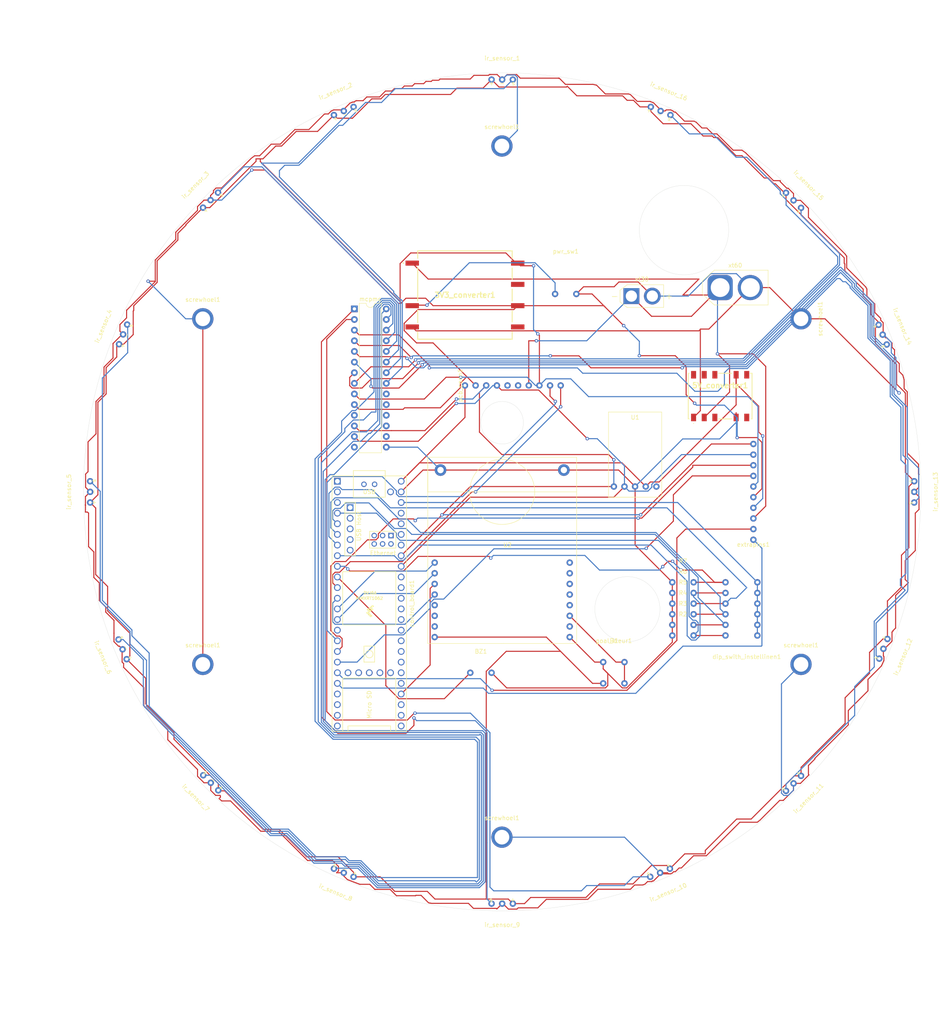
<source format=kicad_pcb>
(kicad_pcb (version 20171130) (host pcbnew 5.1.9+dfsg1-1+deb11u1)
  (title_block (title "upper pcb") (company Mendelcollege) (comment 1 https://github.com/ableTI/robotica))
  (layers (0 F.Cu signal) (31 B.Cu signal) (34 B.Paste user) (35 F.Paste user) (36 B.SilkS user) (37 F.SilkS user) (38 B.Mask user) (39 F.Mask user) (44 Edge.Cuts user))
  (net 0 "")
  (net 1 gnd)
  (net 2 "Net-(BZ1-Pad1)")
  (net 3 5v)
  (net 4 "Net-(control_board1-Pad46)")
  (net 5 "Net-(control_board1-Pad45)")
  (net 6 "Net-(control_board1-Pad44)")
  (net 7 "Net-(control_board1-Pad43)")
  (net 8 "Net-(control_board1-Pad42)")
  (net 9 scl)
  (net 10 sda)
  (net 11 "Net-(control_board1-Pad39)")
  (net 12 "Net-(control_board1-Pad38)")
  (net 13 "Net-(control_board1-Pad37)")
  (net 14 "Net-(control_board1-Pad36)")
  (net 15 "Net-(control_board1-Pad35)")
  (net 16 "Net-(control_board1-Pad34)")
  (net 17 "Net-(control_board1-Pad33)")
  (net 18 "Net-(control_board1-Pad32)")
  (net 19 "Net-(control_board1-Pad31)")
  (net 20 "Net-(control_board1-Pad30)")
  (net 21 "Net-(control_board1-Pad29)")
  (net 22 "Net-(control_board1-Pad27)")
  (net 23 "Net-(control_board1-Pad26)")
  (net 24 "Net-(control_board1-Pad25)")
  (net 25 "Net-(control_board1-Pad24)")
  (net 26 "Net-(control_board1-Pad23)")
  (net 27 "Net-(control_board1-Pad22)")
  (net 28 "Net-(control_board1-Pad21)")
  (net 29 "Net-(control_board1-Pad15)")
  (net 30 A)
  (net 31 B)
  (net 32 "Net-(R7-Pad2)")
  (net 33 "Net-(R6-Pad2)")
  (net 34 "Net-(R5-Pad2)")
  (net 35 "Net-(R4-Pad2)")
  (net 36 "Net-(R3-Pad2)")
  (net 37 "Net-(R2-Pad2)")
  (net 38 "Net-(control_board1-Pad54)")
  (net 39 "Net-(control_board1-Pad53)")
  (net 40 "Net-(control_board1-Pad52)")
  (net 41 "Net-(control_board1-Pad51)")
  (net 42 "Net-(control_board1-Pad50)")
  (net 43 "Net-(control_board1-Pad1)")
  (net 44 "Net-(R1-Pad2)")
  (net 45 3.3v)
  (net 46 "Net-(Portmultiplexer1-Pad21)")
  (net 47 "Net-(Portmultiplexer1-Pad22)")
  (net 48 "Net-(Portmultiplexer1-Pad23)")
  (net 49 "Net-(Portmultiplexer1-Pad24)")
  (net 50 "Net-(Portmultiplexer1-Pad25)")
  (net 51 "Net-(Portmultiplexer1-Pad26)")
  (net 52 "Net-(Portmultiplexer1-Pad27)")
  (net 53 "Net-(Portmultiplexer1-Pad28)")
  (net 54 "Net-(Portmultiplexer1-Pad1)")
  (net 55 "Net-(Portmultiplexer1-Pad2)")
  (net 56 "Net-(Portmultiplexer1-Pad3)")
  (net 57 "Net-(Portmultiplexer1-Pad4)")
  (net 58 "Net-(Portmultiplexer1-Pad5)")
  (net 59 "Net-(Portmultiplexer1-Pad6)")
  (net 60 "Net-(Portmultiplexer1-Pad7)")
  (net 61 "Net-(Portmultiplexer1-Pad8)")
  (net 62 "Net-(Portmultiplexer1-Pad14)")
  (net 63 "Net-(Portmultiplexer1-Pad11)")
  (net 64 "Net-(Portmultiplexer1-Pad20)")
  (net 65 "Net-(Portmultiplexer1-Pad19)")
  (net 66 "Net-(Portmultiplexer1-Pad18)")
  (net 67 "Net-(U1-Pad4)")
  (net 68 "Net-(3V3_converter1-Pad2)")
  (net 69 "Net-(3V3_converter1-Pad4)")
  (net 70 "Net-(3V3_converter1-Pad6)")
  (net 71 "Net-(5V_converter1-Pad3)")
  (net 72 "Net-(5V_converter1-Pad6)")
  (net 73 "Net-(5V_converter1-Pad7)")
  (net 74 "Net-(5V_converter1-Pad10)")
  (net 75 "Net-(5V_converter1-Pad11)")
  (net 76 "Net-(5V_converter1-Pad12)")
  (net 77 "Net-(U2-Pad4)")
  (net 78 "Net-(U2-Pad3)")
  (net 79 "Net-(U2-Pad2)")
  (net 80 "Net-(U2-Pad5)")
  (net 81 "Net-(U2-Pad16)")
  (net 82 "Net-(U2-Pad8)")
  (net 83 "Net-(U2-Pad10)")
  (net 84 "Net-(U2-Pad11)")
  (net 85 "Net-(U2-Pad12)")
  (net 86 "Net-(U2-Pad13)")
  (net 87 "Net-(U2-Pad14)")
  (net 88 "Net-(control_board1-Pad66)")
  (net 89 "Net-(control_board1-Pad67)")
  (net 90 "Net-(control_board1-Pad62)")
  (net 91 "Net-(control_board1-Pad63)")
  (net 92 "Net-(control_board1-Pad64)")
  (net 93 "Net-(control_board1-Pad61)")
  (net 94 "Net-(control_board1-Pad65)")
  (net 95 "Net-(control_board1-Pad60)")
  (net 96 "Net-(control_board1-Pad55)")
  (net 97 "Net-(control_board1-Pad56)")
  (net 98 "Net-(control_board1-Pad57)")
  (net 99 "Net-(control_board1-Pad58)")
  (net 100 "Net-(control_board1-Pad59)")
  (net 101 "Net-(control_board1-Pad49)")
  (net 102 "Net-(control_board1-Pad3)")
  (net 103 "Net-(control_board1-Pad2)")
  (net 104 "Net-(U2-Pad7)")
  (net 105 "Net-(U2-Pad6)")
  (net 106 12V)
  (net 107 25)
  (net 108 26)
  (net 109 27)
  (net 110 28)
  (net 111 "Net-(pcb_conn1-Pad6)")
  (net 112 "Net-(pcb_conn1-Pad5)")
  (module custom:dipswitch1 (layer F.Cu) (at 200.8505 89.408)
    (fp_text reference pwr_sw1 (at 0 -10.16) (layer F.SilkS))
    (fp_text value SW_DIP_x01)
    (pad 2 thru_hole circle (at 2.54 0) (size 1.524 1.524) (drill 0.762) (layers *.Cu *.Mask) (net 1 gnd))
    (pad 1 thru_hole circle (at -2.54 0) (size 1.524 1.524) (drill 0.762) (layers *.Cu *.Mask) (net 68 "Net-(3V3_converter1-Pad2)"))
  )
  (module custom:10connect (layer F.Cu) (at 245.6815 140.462 180)
    (fp_text reference extrapins1 (at 0 -8.771) (layer F.SilkS))
    (fp_text value Conn_01x10_Female)
    (pad 10 thru_hole circle (at 0 15.24 180) (size 1.524 1.524) (drill 0.762) (layers *.Cu *.Mask) (net 9 scl))
    (pad 9 thru_hole circle (at 0 12.7 180) (size 1.524 1.524) (drill 0.762) (layers *.Cu *.Mask) (net 10 sda))
    (pad 8 thru_hole circle (at 0 10.16 180) (size 1.524 1.524) (drill 0.762) (layers *.Cu *.Mask) (net 107 25))
    (pad 7 thru_hole circle (at 0 7.62 180) (size 1.524 1.524) (drill 0.762) (layers *.Cu *.Mask) (net 108 26))
    (pad 6 thru_hole circle (at 0 5.08 180) (size 1.524 1.524) (drill 0.762) (layers *.Cu *.Mask) (net 45 3.3v))
    (pad 5 thru_hole circle (at 0 2.54 180) (size 1.524 1.524) (drill 0.762) (layers *.Cu *.Mask) (net 1 gnd))
    (pad 4 thru_hole circle (at 0 0 180) (size 1.524 1.524) (drill 0.762) (layers *.Cu *.Mask) (net 3 5v))
    (pad 3 thru_hole circle (at 0 -2.54 180) (size 1.524 1.524) (drill 0.762) (layers *.Cu *.Mask) (net 106 12V))
    (pad 2 thru_hole circle (at 0 -5.08 180) (size 1.524 1.524) (drill 0.762) (layers *.Cu *.Mask) (net 109 27))
    (pad 1 thru_hole circle (at 0 -7.62 180) (size 1.524 1.524) (drill 0.762) (layers *.Cu *.Mask) (net 110 28))
  )
  (module custom:screwhole (layer F.Cu) (at 185.6105 219.0885)
    (fp_text reference screwhoel1 (at 0 -4.58) (layer F.SilkS))
    (fp_text value screw_hole)
    (pad 1 thru_hole circle (at 0 0) (size 5.08 5.08) (drill 3.5) (layers *.Cu *.Mask) (net 1 gnd))
  )
  (module custom:screwhole (layer F.Cu) (at 114.163405 177.838499)
    (fp_text reference screwhoel1 (at 0 -4.58) (layer F.SilkS))
    (fp_text value screw_hole)
    (pad 1 thru_hole circle (at 0 0) (size 5.08 5.08) (drill 3.5) (layers *.Cu *.Mask) (net 1 gnd))
  )
  (module custom:screwhole (layer F.Cu) (at 185.6105 54.0885)
    (fp_text reference screwhoel1 (at 0 -4.58) (layer F.SilkS))
    (fp_text value screw_hole)
    (pad 1 thru_hole circle (at 0 0) (size 5.08 5.08) (drill 3.5) (layers *.Cu *.Mask) (net 1 gnd))
  )
  (module custom:screwhole (layer F.Cu) (at 257.057595 95.338501 270)
    (fp_text reference screwhoel1 (at 0 -4.58 90) (layer F.SilkS))
    (fp_text value screw_hole)
    (pad 1 thru_hole circle (at 0 0 270) (size 5.08 5.08) (drill 3.5) (layers *.Cu *.Mask) (net 1 gnd))
  )
  (module custom:screwhole (layer F.Cu) (at 257.057595 177.838499)
    (fp_text reference screwhoel1 (at 0 -4.58) (layer F.SilkS))
    (fp_text value screw_hole)
    (pad 1 thru_hole circle (at 0 0) (size 5.08 5.08) (drill 3.5) (layers *.Cu *.Mask) (net 1 gnd))
  )
  (module custom:screwhole (layer F.Cu) (at 114.163405 95.338501)
    (fp_text reference screwhoel1 (at 0 -4.58) (layer F.SilkS))
    (fp_text value screw_hole)
    (pad 1 thru_hole circle (at 0 0) (size 5.08 5.08) (drill 3.5) (layers *.Cu *.Mask) (net 1 gnd))
  )
  (module Package_DIP:DIP-28_W7.62mm (layer F.Cu) (at 150.368 92.964)
    (fp_text reference mcpmc (at 3.81 -2.33) (layer F.SilkS))
    (fp_text value MCP23017_SP)
    (pad 28 thru_hole oval (at 7.62 0) (size 1.6 1.6) (drill 0.8) (layers *.Cu *.Mask) (net 53 "Net-(Portmultiplexer1-Pad28)"))
    (pad 14 thru_hole oval (at 0 33.02) (size 1.6 1.6) (drill 0.8) (layers *.Cu *.Mask) (net 62 "Net-(Portmultiplexer1-Pad14)"))
    (pad 27 thru_hole oval (at 7.62 2.54) (size 1.6 1.6) (drill 0.8) (layers *.Cu *.Mask) (net 52 "Net-(Portmultiplexer1-Pad27)"))
    (pad 13 thru_hole oval (at 0 30.48) (size 1.6 1.6) (drill 0.8) (layers *.Cu *.Mask) (net 10 sda))
    (pad 26 thru_hole oval (at 7.62 5.08) (size 1.6 1.6) (drill 0.8) (layers *.Cu *.Mask) (net 51 "Net-(Portmultiplexer1-Pad26)"))
    (pad 12 thru_hole oval (at 0 27.94) (size 1.6 1.6) (drill 0.8) (layers *.Cu *.Mask) (net 9 scl))
    (pad 25 thru_hole oval (at 7.62 7.62) (size 1.6 1.6) (drill 0.8) (layers *.Cu *.Mask) (net 50 "Net-(Portmultiplexer1-Pad25)"))
    (pad 11 thru_hole oval (at 0 25.4) (size 1.6 1.6) (drill 0.8) (layers *.Cu *.Mask) (net 63 "Net-(Portmultiplexer1-Pad11)"))
    (pad 24 thru_hole oval (at 7.62 10.16) (size 1.6 1.6) (drill 0.8) (layers *.Cu *.Mask) (net 49 "Net-(Portmultiplexer1-Pad24)"))
    (pad 10 thru_hole oval (at 0 22.86) (size 1.6 1.6) (drill 0.8) (layers *.Cu *.Mask) (net 1 gnd))
    (pad 23 thru_hole oval (at 7.62 12.7) (size 1.6 1.6) (drill 0.8) (layers *.Cu *.Mask) (net 48 "Net-(Portmultiplexer1-Pad23)"))
    (pad 9 thru_hole oval (at 0 20.32) (size 1.6 1.6) (drill 0.8) (layers *.Cu *.Mask) (net 45 3.3v))
    (pad 22 thru_hole oval (at 7.62 15.24) (size 1.6 1.6) (drill 0.8) (layers *.Cu *.Mask) (net 47 "Net-(Portmultiplexer1-Pad22)"))
    (pad 8 thru_hole oval (at 0 17.78) (size 1.6 1.6) (drill 0.8) (layers *.Cu *.Mask) (net 61 "Net-(Portmultiplexer1-Pad8)"))
    (pad 21 thru_hole oval (at 7.62 17.78) (size 1.6 1.6) (drill 0.8) (layers *.Cu *.Mask) (net 46 "Net-(Portmultiplexer1-Pad21)"))
    (pad 7 thru_hole oval (at 0 15.24) (size 1.6 1.6) (drill 0.8) (layers *.Cu *.Mask) (net 60 "Net-(Portmultiplexer1-Pad7)"))
    (pad 20 thru_hole oval (at 7.62 20.32) (size 1.6 1.6) (drill 0.8) (layers *.Cu *.Mask) (net 64 "Net-(Portmultiplexer1-Pad20)"))
    (pad 6 thru_hole oval (at 0 12.7) (size 1.6 1.6) (drill 0.8) (layers *.Cu *.Mask) (net 59 "Net-(Portmultiplexer1-Pad6)"))
    (pad 19 thru_hole oval (at 7.62 22.86) (size 1.6 1.6) (drill 0.8) (layers *.Cu *.Mask) (net 65 "Net-(Portmultiplexer1-Pad19)"))
    (pad 5 thru_hole oval (at 0 10.16) (size 1.6 1.6) (drill 0.8) (layers *.Cu *.Mask) (net 58 "Net-(Portmultiplexer1-Pad5)"))
    (pad 18 thru_hole oval (at 7.62 25.4) (size 1.6 1.6) (drill 0.8) (layers *.Cu *.Mask) (net 66 "Net-(Portmultiplexer1-Pad18)"))
    (pad 4 thru_hole oval (at 0 7.62) (size 1.6 1.6) (drill 0.8) (layers *.Cu *.Mask) (net 57 "Net-(Portmultiplexer1-Pad4)"))
    (pad 17 thru_hole oval (at 7.62 27.94) (size 1.6 1.6) (drill 0.8) (layers *.Cu *.Mask) (net 1 gnd))
    (pad 3 thru_hole oval (at 0 5.08) (size 1.6 1.6) (drill 0.8) (layers *.Cu *.Mask) (net 56 "Net-(Portmultiplexer1-Pad3)"))
    (pad 16 thru_hole oval (at 7.62 30.48) (size 1.6 1.6) (drill 0.8) (layers *.Cu *.Mask) (net 1 gnd))
    (pad 2 thru_hole oval (at 0 2.54) (size 1.6 1.6) (drill 0.8) (layers *.Cu *.Mask) (net 55 "Net-(Portmultiplexer1-Pad2)"))
    (pad 15 thru_hole oval (at 7.62 33.02) (size 1.6 1.6) (drill 0.8) (layers *.Cu *.Mask) (net 1 gnd))
    (pad 1 thru_hole rect (at 0 0) (size 1.6 1.6) (drill 0.8) (layers *.Cu *.Mask) (net 54 "Net-(Portmultiplexer1-Pad1)"))
  )
  (module custom:10connect (layer F.Cu) (at 184.404 111.252 90)
    (fp_text reference pcb_conn1 (at 0 -8.771 90) (layer F.SilkS))
    (fp_text value Conn_01x10_Female)
    (pad 10 thru_hole circle (at 0 15.24 90) (size 1.524 1.524) (drill 0.762) (layers *.Cu *.Mask) (net 31 B))
    (pad 9 thru_hole circle (at 0 12.7 90) (size 1.524 1.524) (drill 0.762) (layers *.Cu *.Mask) (net 30 A))
    (pad 8 thru_hole circle (at 0 10.16 90) (size 1.524 1.524) (drill 0.762) (layers *.Cu *.Mask) (net 45 3.3v))
    (pad 7 thru_hole circle (at 0 7.62 90) (size 1.524 1.524) (drill 0.762) (layers *.Cu *.Mask) (net 106 12V))
    (pad 6 thru_hole circle (at 0 5.08 90) (size 1.524 1.524) (drill 0.762) (layers *.Cu *.Mask) (net 111 "Net-(pcb_conn1-Pad6)"))
    (pad 5 thru_hole circle (at 0 2.54 90) (size 1.524 1.524) (drill 0.762) (layers *.Cu *.Mask) (net 112 "Net-(pcb_conn1-Pad5)"))
    (pad 4 thru_hole circle (at 0 0 90) (size 1.524 1.524) (drill 0.762) (layers *.Cu *.Mask) (net 10 sda))
    (pad 3 thru_hole circle (at 0 -2.54 90) (size 1.524 1.524) (drill 0.762) (layers *.Cu *.Mask) (net 9 scl))
    (pad 2 thru_hole circle (at 0 -5.08 90) (size 1.524 1.524) (drill 0.762) (layers *.Cu *.Mask) (net 1 gnd))
    (pad 1 thru_hole circle (at 0 -7.62 90) (size 1.524 1.524) (drill 0.762) (layers *.Cu *.Mask) (net 3 5v))
  )
  (module teensy:Teensy41 (layer F.Cu) (at 153.924 163.322 270)
    (fp_text reference control_board1 (at 0 -10.16 90) (layer F.SilkS))
    (fp_text value Teensy4.1)
    (fp_text user "USB Host" (at -18.4658 2.4892 90) (layer F.SilkS))
    (fp_text user Ethernet (at -12.065 -3.2766) (layer F.SilkS))
    (fp_text user USB (at -26.67 0 180) (layer F.SilkS))
    (fp_text user "Micro SD" (at 24.13 0 90) (layer F.SilkS))
    (fp_text user MIMXRT1062 (at -1.27 0 180) (layer F.SilkS) (effects (font (size 0.7 0.7))))
    (fp_text user DVJ6A (at -2.54 -0.18 180) (layer F.SilkS) (effects (font (size 0.7 0.7))))
    (pad 66 thru_hole circle (at -28.48 -1.27 270) (size 1.3 1.3) (drill 0.8) (layers *.Cu *.Mask) (net 88 "Net-(control_board1-Pad66)"))
    (pad 67 thru_hole circle (at -28.48 1.27 270) (size 1.3 1.3) (drill 0.8) (layers *.Cu *.Mask) (net 89 "Net-(control_board1-Pad67)"))
    (pad 54 thru_hole circle (at 16.51 -5.08 270) (size 1.6 1.6) (drill 1.1) (layers *.Cu *.Mask) (net 38 "Net-(control_board1-Pad54)"))
    (pad 53 thru_hole circle (at 16.51 -2.54 270) (size 1.6 1.6) (drill 1.1) (layers *.Cu *.Mask) (net 39 "Net-(control_board1-Pad53)"))
    (pad 52 thru_hole circle (at 16.51 0 270) (size 1.6 1.6) (drill 1.1) (layers *.Cu *.Mask) (net 40 "Net-(control_board1-Pad52)"))
    (pad 51 thru_hole circle (at 16.51 2.54 270) (size 1.6 1.6) (drill 1.1) (layers *.Cu *.Mask) (net 41 "Net-(control_board1-Pad51)"))
    (pad 50 thru_hole circle (at 16.51 5.08 270) (size 1.6 1.6) (drill 1.1) (layers *.Cu *.Mask) (net 42 "Net-(control_board1-Pad50)"))
    (pad 62 thru_hole circle (at -16.24 -1.1816 270) (size 1.3 1.3) (drill 0.8) (layers *.Cu *.Mask) (net 90 "Net-(control_board1-Pad62)"))
    (pad 63 thru_hole circle (at -14.24 -1.1816 270) (size 1.3 1.3) (drill 0.8) (layers *.Cu *.Mask) (net 91 "Net-(control_board1-Pad63)"))
    (pad 64 thru_hole circle (at -14.24 -3.1816 270) (size 1.3 1.3) (drill 0.8) (layers *.Cu *.Mask) (net 92 "Net-(control_board1-Pad64)"))
    (pad 61 thru_hole circle (at -16.24 -3.1816 270) (size 1.3 1.3) (drill 0.8) (layers *.Cu *.Mask) (net 93 "Net-(control_board1-Pad61)"))
    (pad 65 thru_hole circle (at -14.24 -5.1816 270) (size 1.3 1.3) (drill 0.8) (layers *.Cu *.Mask) (net 94 "Net-(control_board1-Pad65)"))
    (pad 60 thru_hole rect (at -16.24 -5.1816 270) (size 1.3 1.3) (drill 0.8) (layers *.Cu *.Mask) (net 95 "Net-(control_board1-Pad60)"))
    (pad 17 thru_hole circle (at 11.43 7.62 270) (size 1.6 1.6) (drill 1.1) (layers *.Cu *.Mask) (net 107 25))
    (pad 18 thru_hole circle (at 13.97 7.62 270) (size 1.6 1.6) (drill 1.1) (layers *.Cu *.Mask) (net 108 26))
    (pad 19 thru_hole circle (at 16.51 7.62 270) (size 1.6 1.6) (drill 1.1) (layers *.Cu *.Mask) (net 109 27))
    (pad 20 thru_hole circle (at 19.05 7.62 270) (size 1.6 1.6) (drill 1.1) (layers *.Cu *.Mask) (net 110 28))
    (pad 16 thru_hole circle (at 8.89 7.62 270) (size 1.6 1.6) (drill 1.1) (layers *.Cu *.Mask) (net 30 A))
    (pad 15 thru_hole circle (at 6.35 7.62 270) (size 1.6 1.6) (drill 1.1) (layers *.Cu *.Mask) (net 29 "Net-(control_board1-Pad15)"))
    (pad 14 thru_hole circle (at 3.81 7.62 270) (size 1.6 1.6) (drill 1.1) (layers *.Cu *.Mask) (net 78 "Net-(U2-Pad3)"))
    (pad 21 thru_hole circle (at 21.59 7.62 270) (size 1.6 1.6) (drill 1.1) (layers *.Cu *.Mask) (net 28 "Net-(control_board1-Pad21)"))
    (pad 22 thru_hole circle (at 24.13 7.62 270) (size 1.6 1.6) (drill 1.1) (layers *.Cu *.Mask) (net 27 "Net-(control_board1-Pad22)"))
    (pad 23 thru_hole circle (at 26.67 7.62 270) (size 1.6 1.6) (drill 1.1) (layers *.Cu *.Mask) (net 26 "Net-(control_board1-Pad23)"))
    (pad 24 thru_hole circle (at 29.21 7.62 270) (size 1.6 1.6) (drill 1.1) (layers *.Cu *.Mask) (net 25 "Net-(control_board1-Pad24)"))
    (pad 25 thru_hole circle (at 29.21 -7.62 270) (size 1.6 1.6) (drill 1.1) (layers *.Cu *.Mask) (net 24 "Net-(control_board1-Pad25)"))
    (pad 26 thru_hole circle (at 26.67 -7.62 270) (size 1.6 1.6) (drill 1.1) (layers *.Cu *.Mask) (net 23 "Net-(control_board1-Pad26)"))
    (pad 27 thru_hole circle (at 24.13 -7.62 270) (size 1.6 1.6) (drill 1.1) (layers *.Cu *.Mask) (net 22 "Net-(control_board1-Pad27)"))
    (pad 28 thru_hole circle (at 21.59 -7.62 270) (size 1.6 1.6) (drill 1.1) (layers *.Cu *.Mask) (net 77 "Net-(U2-Pad4)"))
    (pad 29 thru_hole circle (at 19.05 -7.62 270) (size 1.6 1.6) (drill 1.1) (layers *.Cu *.Mask) (net 21 "Net-(control_board1-Pad29)"))
    (pad 30 thru_hole circle (at 16.51 -7.62 270) (size 1.6 1.6) (drill 1.1) (layers *.Cu *.Mask) (net 20 "Net-(control_board1-Pad30)"))
    (pad 31 thru_hole circle (at 13.97 -7.62 270) (size 1.6 1.6) (drill 1.1) (layers *.Cu *.Mask) (net 19 "Net-(control_board1-Pad31)"))
    (pad 32 thru_hole circle (at 11.43 -7.62 270) (size 1.6 1.6) (drill 1.1) (layers *.Cu *.Mask) (net 18 "Net-(control_board1-Pad32)"))
    (pad 33 thru_hole circle (at 8.89 -7.62 270) (size 1.6 1.6) (drill 1.1) (layers *.Cu *.Mask) (net 17 "Net-(control_board1-Pad33)"))
    (pad 34 thru_hole circle (at 6.35 -7.62 270) (size 1.6 1.6) (drill 1.1) (layers *.Cu *.Mask) (net 16 "Net-(control_board1-Pad34)"))
    (pad 13 thru_hole circle (at 1.27 7.62 270) (size 1.6 1.6) (drill 1.1) (layers *.Cu *.Mask) (net 79 "Net-(U2-Pad2)"))
    (pad 12 thru_hole circle (at -1.27 7.62 270) (size 1.6 1.6) (drill 1.1) (layers *.Cu *.Mask) (net 80 "Net-(U2-Pad5)"))
    (pad 11 thru_hole circle (at -3.81 7.62 270) (size 1.6 1.6) (drill 1.1) (layers *.Cu *.Mask) (net 31 B))
    (pad 10 thru_hole circle (at -6.35 7.62 270) (size 1.6 1.6) (drill 1.1) (layers *.Cu *.Mask) (net 2 "Net-(BZ1-Pad1)"))
    (pad 9 thru_hole circle (at -8.89 7.62 270) (size 1.6 1.6) (drill 1.1) (layers *.Cu *.Mask) (net 32 "Net-(R7-Pad2)"))
    (pad 8 thru_hole circle (at -11.43 7.62 270) (size 1.6 1.6) (drill 1.1) (layers *.Cu *.Mask) (net 33 "Net-(R6-Pad2)"))
    (pad 7 thru_hole circle (at -13.97 7.62 270) (size 1.6 1.6) (drill 1.1) (layers *.Cu *.Mask) (net 34 "Net-(R5-Pad2)"))
    (pad 6 thru_hole circle (at -16.51 7.62 270) (size 1.6 1.6) (drill 1.1) (layers *.Cu *.Mask) (net 35 "Net-(R4-Pad2)"))
    (pad 5 thru_hole circle (at -19.05 7.62 270) (size 1.6 1.6) (drill 1.1) (layers *.Cu *.Mask) (net 36 "Net-(R3-Pad2)"))
    (pad 4 thru_hole circle (at -21.59 7.62 270) (size 1.6 1.6) (drill 1.1) (layers *.Cu *.Mask) (net 37 "Net-(R2-Pad2)"))
    (pad 3 thru_hole circle (at -24.13 7.62 270) (size 1.6 1.6) (drill 1.1) (layers *.Cu *.Mask) (net 102 "Net-(control_board1-Pad3)"))
    (pad 2 thru_hole circle (at -26.67 7.62 270) (size 1.6 1.6) (drill 1.1) (layers *.Cu *.Mask) (net 103 "Net-(control_board1-Pad2)"))
    (pad 1 thru_hole rect (at -29.21 7.62 270) (size 1.6 1.6) (drill 1.1) (layers *.Cu *.Mask) (net 43 "Net-(control_board1-Pad1)"))
    (pad 35 thru_hole circle (at 3.81 -7.62 270) (size 1.6 1.6) (drill 1.1) (layers *.Cu *.Mask) (net 15 "Net-(control_board1-Pad35)"))
    (pad 36 thru_hole circle (at 1.27 -7.62 270) (size 1.6 1.6) (drill 1.1) (layers *.Cu *.Mask) (net 14 "Net-(control_board1-Pad36)"))
    (pad 37 thru_hole circle (at -1.27 -7.62 270) (size 1.6 1.6) (drill 1.1) (layers *.Cu *.Mask) (net 13 "Net-(control_board1-Pad37)"))
    (pad 38 thru_hole circle (at -3.81 -7.62 270) (size 1.6 1.6) (drill 1.1) (layers *.Cu *.Mask) (net 12 "Net-(control_board1-Pad38)"))
    (pad 39 thru_hole circle (at -6.35 -7.62 270) (size 1.6 1.6) (drill 1.1) (layers *.Cu *.Mask) (net 11 "Net-(control_board1-Pad39)"))
    (pad 40 thru_hole circle (at -8.89 -7.62 270) (size 1.6 1.6) (drill 1.1) (layers *.Cu *.Mask) (net 10 sda))
    (pad 41 thru_hole circle (at -11.43 -7.62 270) (size 1.6 1.6) (drill 1.1) (layers *.Cu *.Mask) (net 9 scl))
    (pad 42 thru_hole circle (at -13.97 -7.62 270) (size 1.6 1.6) (drill 1.1) (layers *.Cu *.Mask) (net 8 "Net-(control_board1-Pad42)"))
    (pad 43 thru_hole circle (at -16.51 -7.62 270) (size 1.6 1.6) (drill 1.1) (layers *.Cu *.Mask) (net 7 "Net-(control_board1-Pad43)"))
    (pad 44 thru_hole circle (at -19.05 -7.62 270) (size 1.6 1.6) (drill 1.1) (layers *.Cu *.Mask) (net 6 "Net-(control_board1-Pad44)"))
    (pad 45 thru_hole circle (at -21.59 -7.62 270) (size 1.6 1.6) (drill 1.1) (layers *.Cu *.Mask) (net 5 "Net-(control_board1-Pad45)"))
    (pad 46 thru_hole circle (at -24.13 -7.62 270) (size 1.6 1.6) (drill 1.1) (layers *.Cu *.Mask) (net 4 "Net-(control_board1-Pad46)"))
    (pad 47 thru_hole circle (at -26.67 -7.62 270) (size 1.6 1.6) (drill 1.1) (layers *.Cu *.Mask) (net 1 gnd))
    (pad 48 thru_hole circle (at -29.21 -7.62 270) (size 1.6 1.6) (drill 1.1) (layers *.Cu *.Mask) (net 3 5v))
    (pad 55 thru_hole rect (at -22.9108 4.5692 270) (size 1.6 1.6) (drill 1.1) (layers *.Cu *.Mask) (net 96 "Net-(control_board1-Pad55)"))
    (pad 56 thru_hole circle (at -20.3708 4.5692 270) (size 1.6 1.6) (drill 1.1) (layers *.Cu *.Mask) (net 97 "Net-(control_board1-Pad56)"))
    (pad 57 thru_hole circle (at -17.8308 4.5692 270) (size 1.6 1.6) (drill 1.1) (layers *.Cu *.Mask) (net 98 "Net-(control_board1-Pad57)"))
    (pad 58 thru_hole circle (at -15.2908 4.5692 270) (size 1.6 1.6) (drill 1.1) (layers *.Cu *.Mask) (net 99 "Net-(control_board1-Pad58)"))
    (pad 59 thru_hole circle (at -12.7508 4.5692 270) (size 1.6 1.6) (drill 1.1) (layers *.Cu *.Mask) (net 100 "Net-(control_board1-Pad59)"))
    (pad 49 thru_hole circle (at -26.67 -5.08 270) (size 1.6 1.6) (drill 1.1) (layers *.Cu *.Mask) (net 101 "Net-(control_board1-Pad49)"))
  )
  (module custom:tssp4038 (layer F.Cu) (at 185.674 234.95 180)
    (fp_text reference ir_sensor_9 (at 0 -5.08) (layer F.SilkS))
    (fp_text value tssp4038)
    (fp_text user s (at 2.667 0.889) (layer F.SilkS))
    (fp_text user - (at 0 0.889) (layer F.SilkS))
    (fp_text user + (at -2.54 0.889) (layer F.SilkS))
    (pad 3 thru_hole circle (at 2.54 0 180) (size 1.524 1.524) (drill 0.762) (layers *.Cu *.Mask) (net 54 "Net-(Portmultiplexer1-Pad1)"))
    (pad 2 thru_hole circle (at 0 0 180) (size 1.524 1.524) (drill 0.762) (layers *.Cu *.Mask) (net 1 gnd))
    (pad 1 thru_hole circle (at -2.54 0 180) (size 1.524 1.524) (drill 0.762) (layers *.Cu *.Mask) (net 45 3.3v))
  )
  (module custom:tssp4038 (layer F.Cu) (at 185.674 38.227)
    (fp_text reference ir_sensor_1 (at 0 -5.08) (layer F.SilkS))
    (fp_text value tssp4038)
    (fp_text user s (at 2.667 0.889) (layer F.SilkS))
    (fp_text user - (at 0 0.889) (layer F.SilkS))
    (fp_text user + (at -2.54 0.889) (layer F.SilkS))
    (pad 3 thru_hole circle (at 2.54 0) (size 1.524 1.524) (drill 0.762) (layers *.Cu *.Mask) (net 46 "Net-(Portmultiplexer1-Pad21)"))
    (pad 2 thru_hole circle (at 0 0) (size 1.524 1.524) (drill 0.762) (layers *.Cu *.Mask) (net 1 gnd))
    (pad 1 thru_hole circle (at -2.54 0) (size 1.524 1.524) (drill 0.762) (layers *.Cu *.Mask) (net 45 3.3v))
  )
  (module custom:tssp4038 (layer F.Cu) (at 147.828 45.72 22.5)
    (fp_text reference ir_sensor_2 (at 0 -5.08 22.5) (layer F.SilkS))
    (fp_text value tssp4038)
    (fp_text user s (at 2.667 0.889 22.5) (layer F.SilkS))
    (fp_text user - (at 0 0.889 22.5) (layer F.SilkS))
    (fp_text user + (at -2.54 0.889 22.5) (layer F.SilkS))
    (pad 3 thru_hole circle (at 2.54 0 22.5) (size 1.524 1.524) (drill 0.762) (layers *.Cu *.Mask) (net 47 "Net-(Portmultiplexer1-Pad22)"))
    (pad 2 thru_hole circle (at 0 0 22.5) (size 1.524 1.524) (drill 0.762) (layers *.Cu *.Mask) (net 1 gnd))
    (pad 1 thru_hole circle (at -2.54 0 22.5) (size 1.524 1.524) (drill 0.762) (layers *.Cu *.Mask) (net 45 3.3v))
  )
  (module custom:tssp4038 (layer F.Cu) (at 147.828 227.584 157.5)
    (fp_text reference ir_sensor_8 (at 0 -5.08 157.5) (layer F.SilkS))
    (fp_text value tssp4038)
    (fp_text user s (at 2.667 0.889 157.5) (layer F.SilkS))
    (fp_text user - (at 0 0.889 157.5) (layer F.SilkS))
    (fp_text user + (at -2.54 0.889 157.5) (layer F.SilkS))
    (pad 3 thru_hole circle (at 2.54 0 157.5) (size 1.524 1.524) (drill 0.762) (layers *.Cu *.Mask) (net 53 "Net-(Portmultiplexer1-Pad28)"))
    (pad 2 thru_hole circle (at 0 0 157.5) (size 1.524 1.524) (drill 0.762) (layers *.Cu *.Mask) (net 1 gnd))
    (pad 1 thru_hole circle (at -2.54 0 157.5) (size 1.524 1.524) (drill 0.762) (layers *.Cu *.Mask) (net 45 3.3v))
  )
  (module custom:tssp4038 (layer F.Cu) (at 276.733 174.117 247.5)
    (fp_text reference ir_sensor_12 (at 0 -5.08 67.5) (layer F.SilkS))
    (fp_text value tssp4038)
    (fp_text user s (at 2.667 0.889 67.5) (layer F.SilkS))
    (fp_text user - (at 0 0.889 67.5) (layer F.SilkS))
    (fp_text user + (at -2.54 0.889 67.5) (layer F.SilkS))
    (pad 3 thru_hole circle (at 2.54 0 247.5) (size 1.524 1.524) (drill 0.762) (layers *.Cu *.Mask) (net 57 "Net-(Portmultiplexer1-Pad4)"))
    (pad 2 thru_hole circle (at 0 0 247.5) (size 1.524 1.524) (drill 0.762) (layers *.Cu *.Mask) (net 1 gnd))
    (pad 1 thru_hole circle (at -2.54 0 247.5) (size 1.524 1.524) (drill 0.762) (layers *.Cu *.Mask) (net 45 3.3v))
  )
  (module custom:openmv_m7_r2 (layer F.Cu) (at 185.674 150.622)
    (fp_text reference U2 (at 1.27 -1.27) (layer F.SilkS))
    (fp_text value openMV_M7_R2)
    (pad 16 thru_hole circle (at 16.129 18.161) (size 1.524 1.524) (drill 0.762) (layers *.Cu *.Mask) (net 81 "Net-(U2-Pad16)"))
    (pad 17 thru_hole circle (at 16.129 20.701) (size 1.524 1.524) (drill 0.762) (layers *.Cu *.Mask) (net 1 gnd))
    (pad screw thru_hole circle (at 14.732 -19.177) (size 2.794 2.794) (drill 1.524) (layers *.Cu *.Mask) (net 1 gnd))
    (pad screw thru_hole circle (at -14.732 -19.177) (size 2.794 2.794) (drill 1.524) (layers *.Cu *.Mask) (net 1 gnd))
    (pad 9 thru_hole circle (at -16.129 20.701) (size 1.524 1.524) (drill 0.762) (layers *.Cu *.Mask) (net 45 3.3v))
    (pad 8 thru_hole circle (at -16.129 18.161) (size 1.524 1.524) (drill 0.762) (layers *.Cu *.Mask) (net 82 "Net-(U2-Pad8)"))
    (pad 7 thru_hole circle (at -16.129 15.621) (size 1.524 1.524) (drill 0.762) (layers *.Cu *.Mask) (net 104 "Net-(U2-Pad7)"))
    (pad 6 thru_hole circle (at -16.129 13.081) (size 1.524 1.524) (drill 0.762) (layers *.Cu *.Mask) (net 105 "Net-(U2-Pad6)"))
    (pad 5 thru_hole circle (at -16.129 10.541) (size 1.524 1.524) (drill 0.762) (layers *.Cu *.Mask) (net 80 "Net-(U2-Pad5)"))
    (pad 4 thru_hole circle (at -16.129 8.001) (size 1.524 1.524) (drill 0.762) (layers *.Cu *.Mask) (net 77 "Net-(U2-Pad4)"))
    (pad 3 thru_hole circle (at -16.129 5.461) (size 1.524 1.524) (drill 0.762) (layers *.Cu *.Mask) (net 78 "Net-(U2-Pad3)"))
    (pad 10 thru_hole circle (at 16.129 2.921) (size 1.524 1.524) (drill 0.762) (layers *.Cu *.Mask) (net 83 "Net-(U2-Pad10)"))
    (pad 11 thru_hole circle (at 16.129 5.461) (size 1.524 1.524) (drill 0.762) (layers *.Cu *.Mask) (net 84 "Net-(U2-Pad11)"))
    (pad 12 thru_hole circle (at 16.129 8.001) (size 1.524 1.524) (drill 0.762) (layers *.Cu *.Mask) (net 85 "Net-(U2-Pad12)"))
    (pad 13 thru_hole circle (at 16.129 10.541) (size 1.524 1.524) (drill 0.762) (layers *.Cu *.Mask) (net 86 "Net-(U2-Pad13)"))
    (pad 14 thru_hole circle (at 16.129 13.081) (size 1.524 1.524) (drill 0.762) (layers *.Cu *.Mask) (net 87 "Net-(U2-Pad14)"))
    (pad 15 thru_hole circle (at 16.129 15.621) (size 1.524 1.524) (drill 0.762) (layers *.Cu *.Mask) (net 44 "Net-(R1-Pad2)"))
    (pad 2 thru_hole circle (at -16.129 2.921) (size 1.524 1.524) (drill 0.762) (layers *.Cu *.Mask) (net 79 "Net-(U2-Pad2)"))
  )
  (module Connector_AMASS:AMASS_XT60-F_1x02_P7.20mm_Vertical (layer F.Cu) (at 237.744 87.884)
    (fp_text reference xt60 (at 3.6 -5.3 180) (layer F.SilkS))
    (fp_text value Battery)
    (pad 1 thru_hole roundrect (at 0 0) (size 6 6) (drill 4.5) (layers *.Cu *.Mask) (net 106 12V))
    (pad 2 thru_hole circle (at 7.2 0) (size 6 6) (drill 4.5) (layers *.Cu *.Mask) (net 1 gnd))
  )
  (module Connector_AMASS:AMASS_XT30U-F_1x02_P5.0mm_Vertical (layer F.Cu) (at 216.535 89.916)
    (fp_text reference xt30 (at 2.5 -4) (layer F.SilkS))
    (fp_text value Battery)
    (fp_text user - (at -4 0) (layer F.SilkS) (effects (font (size 1.5 1.5))))
    (fp_text user + (at 9 0) (layer F.SilkS) (effects (font (size 1.5 1.5))))
    (pad 2 thru_hole circle (at 5 0) (size 4 4) (drill 2.7) (layers *.Cu *.Mask) (net 1 gnd))
    (pad 1 thru_hole rect (at 0 0) (size 3.8 3.8) (drill 2.7) (layers *.Cu *.Mask) (net 106 12V))
  )
  (module custom:SFTN01M05N (layer F.Cu) (at 237.744 113.792)
    (fp_text reference 5V_converter1 (at 0 -2.54) (layer F.SilkS) (effects (font (size 1.27 1.27) (thickness 0.254))))
    (fp_text value SFTN01M-05N hide)
    (pad 1 smd rect (at -6.35 5.1) (size 1.2 1.8) (layers F.Cu F.Paste F.Mask) (net 1 gnd))
    (pad 2 smd rect (at -3.81 5.1) (size 1.2 1.8) (layers F.Cu F.Paste F.Mask) (net 106 12V))
    (pad 3 smd rect (at -1.27 5.1) (size 1.2 1.8) (layers F.Cu F.Paste F.Mask) (net 71 "Net-(5V_converter1-Pad3)"))
    (pad 5 smd rect (at 3.81 5.1) (size 1.2 1.8) (layers F.Cu F.Paste F.Mask) (net 1 gnd))
    (pad 6 smd rect (at 6.35 5.1) (size 1.2 1.8) (layers F.Cu F.Paste F.Mask) (net 72 "Net-(5V_converter1-Pad6)"))
    (pad 7 smd rect (at 6.35 -5.1) (size 1.2 1.8) (layers F.Cu F.Paste F.Mask) (net 73 "Net-(5V_converter1-Pad7)"))
    (pad 8 smd rect (at 3.81 -5.1) (size 1.2 1.8) (layers F.Cu F.Paste F.Mask) (net 3 5v))
    (pad 10 smd rect (at -1.27 -5.1) (size 1.2 1.8) (layers F.Cu F.Paste F.Mask) (net 74 "Net-(5V_converter1-Pad10)"))
    (pad 11 smd rect (at -3.81 -5.1) (size 1.2 1.8) (layers F.Cu F.Paste F.Mask) (net 75 "Net-(5V_converter1-Pad11)"))
    (pad 12 smd rect (at -6.35 -5.1) (size 1.2 1.8) (layers F.Cu F.Paste F.Mask) (net 76 "Net-(5V_converter1-Pad12)"))
  )
  (module custom:CC60512SRE (layer F.Cu) (at 176.784 89.662)
    (fp_text reference 3V3_converter1 (at 0 0) (layer F.SilkS) (effects (font (size 1.27 1.27) (thickness 0.254))))
    (fp_text value CC6-1203SR-E hide)
    (pad 1 smd rect (at -12.6 -7.62 90) (size 1.2 3.2) (layers F.Cu F.Paste F.Mask) (net 106 12V))
    (pad 2 smd rect (at -12.6 2.54 90) (size 1.2 3.2) (layers F.Cu F.Paste F.Mask) (net 68 "Net-(3V3_converter1-Pad2)"))
    (pad 3 smd rect (at -12.6 7.62 90) (size 1.2 3.2) (layers F.Cu F.Paste F.Mask) (net 1 gnd))
    (pad 4 smd rect (at 12.6 7.62 90) (size 1.2 3.2) (layers F.Cu F.Paste F.Mask) (net 69 "Net-(3V3_converter1-Pad4)"))
    (pad 5 smd rect (at 12.6 2.54 90) (size 1.2 3.2) (layers F.Cu F.Paste F.Mask) (net 1 gnd))
    (pad 6 smd rect (at 12.6 -2.54 90) (size 1.2 3.2) (layers F.Cu F.Paste F.Mask) (net 70 "Net-(3V3_converter1-Pad6)"))
    (pad 7 smd rect (at 12.6 -7.62 90) (size 1.2 3.2) (layers F.Cu F.Paste F.Mask) (net 45 3.3v))
  )
  (module custom:miniIMU-9_v6 (layer F.Cu) (at 217.424 125.222)
    (fp_text reference U1 (at 0 -6.35) (layer F.SilkS))
    (fp_text value miniIMU-9_v6)
    (pad 4 thru_hole circle (at 5.08 10.16) (size 1.524 1.524) (drill 0.762) (layers *.Cu *.Mask) (net 67 "Net-(U1-Pad4)"))
    (pad 3 thru_hole circle (at 2.54 10.16) (size 1.524 1.524) (drill 0.762) (layers *.Cu *.Mask) (net 3 5v))
    (pad 2 thru_hole circle (at 0 10.16) (size 1.524 1.524) (drill 0.762) (layers *.Cu *.Mask) (net 1 gnd))
    (pad 1 thru_hole circle (at -2.54 10.16) (size 1.524 1.524) (drill 0.762) (layers *.Cu *.Mask) (net 10 sda))
    (pad 0 thru_hole circle (at -5.08 10.16) (size 1.524 1.524) (drill 0.762) (layers *.Cu *.Mask) (net 9 scl))
  )
  (module custom:resistor (layer F.Cu) (at 228.854 158.242)
    (fp_text reference R7 (at 0 -5.08) (layer F.SilkS))
    (fp_text value R)
    (pad 2 thru_hole circle (at 2.54 0) (size 1.524 1.524) (drill 0.762) (layers *.Cu *.Mask) (net 32 "Net-(R7-Pad2)"))
    (pad 1 thru_hole circle (at -2.54 0) (size 1.524 1.524) (drill 0.762) (layers *.Cu *.Mask) (net 1 gnd))
  )
  (module custom:resistor (layer F.Cu) (at 228.854 160.782)
    (fp_text reference R6 (at 0 -5.08) (layer F.SilkS))
    (fp_text value R)
    (pad 2 thru_hole circle (at 2.54 0) (size 1.524 1.524) (drill 0.762) (layers *.Cu *.Mask) (net 33 "Net-(R6-Pad2)"))
    (pad 1 thru_hole circle (at -2.54 0) (size 1.524 1.524) (drill 0.762) (layers *.Cu *.Mask) (net 1 gnd))
  )
  (module custom:resistor (layer F.Cu) (at 228.854 163.322)
    (fp_text reference R5 (at 0 -5.08) (layer F.SilkS))
    (fp_text value R)
    (pad 2 thru_hole circle (at 2.54 0) (size 1.524 1.524) (drill 0.762) (layers *.Cu *.Mask) (net 34 "Net-(R5-Pad2)"))
    (pad 1 thru_hole circle (at -2.54 0) (size 1.524 1.524) (drill 0.762) (layers *.Cu *.Mask) (net 1 gnd))
  )
  (module custom:resistor (layer F.Cu) (at 228.854 165.862)
    (fp_text reference R4 (at 0 -5.08) (layer F.SilkS))
    (fp_text value R)
    (pad 2 thru_hole circle (at 2.54 0) (size 1.524 1.524) (drill 0.762) (layers *.Cu *.Mask) (net 35 "Net-(R4-Pad2)"))
    (pad 1 thru_hole circle (at -2.54 0) (size 1.524 1.524) (drill 0.762) (layers *.Cu *.Mask) (net 1 gnd))
  )
  (module custom:resistor (layer F.Cu) (at 228.854 168.402)
    (fp_text reference R3 (at 0 -5.08) (layer F.SilkS))
    (fp_text value R)
    (pad 2 thru_hole circle (at 2.54 0) (size 1.524 1.524) (drill 0.762) (layers *.Cu *.Mask) (net 36 "Net-(R3-Pad2)"))
    (pad 1 thru_hole circle (at -2.54 0) (size 1.524 1.524) (drill 0.762) (layers *.Cu *.Mask) (net 1 gnd))
  )
  (module custom:resistor (layer F.Cu) (at 228.854 170.942)
    (fp_text reference R2 (at 0 -5.08) (layer F.SilkS))
    (fp_text value R)
    (pad 2 thru_hole circle (at 2.54 0) (size 1.524 1.524) (drill 0.762) (layers *.Cu *.Mask) (net 37 "Net-(R2-Pad2)"))
    (pad 1 thru_hole circle (at -2.54 0) (size 1.524 1.524) (drill 0.762) (layers *.Cu *.Mask) (net 1 gnd))
  )
  (module custom:resistor (layer F.Cu) (at 212.344 177.292)
    (fp_text reference R1 (at 0 -5.08) (layer F.SilkS))
    (fp_text value R)
    (pad 2 thru_hole circle (at 2.54 0) (size 1.524 1.524) (drill 0.762) (layers *.Cu *.Mask) (net 44 "Net-(R1-Pad2)"))
    (pad 1 thru_hole circle (at -2.54 0) (size 1.524 1.524) (drill 0.762) (layers *.Cu *.Mask) (net 1 gnd))
  )
  (module custom:tssp4038 (layer F.Cu) (at 223.52 45.72 337.5)
    (fp_text reference ir_sensor_16 (at 0 -5.08 157.5) (layer F.SilkS))
    (fp_text value tssp4038)
    (fp_text user s (at 2.667 0.889 157.5) (layer F.SilkS))
    (fp_text user - (at 0 0.889 157.5) (layer F.SilkS))
    (fp_text user + (at -2.54 0.889 157.5) (layer F.SilkS))
    (pad 3 thru_hole circle (at 2.54 0 337.5) (size 1.524 1.524) (drill 0.762) (layers *.Cu *.Mask) (net 61 "Net-(Portmultiplexer1-Pad8)"))
    (pad 2 thru_hole circle (at 0 0 337.5) (size 1.524 1.524) (drill 0.762) (layers *.Cu *.Mask) (net 1 gnd))
    (pad 1 thru_hole circle (at -2.54 0 337.5) (size 1.524 1.524) (drill 0.762) (layers *.Cu *.Mask) (net 45 3.3v))
  )
  (module custom:tssp4038 (layer F.Cu) (at 255.27 67.056 315)
    (fp_text reference ir_sensor_15 (at 0 -5.079999 135) (layer F.SilkS))
    (fp_text value tssp4038)
    (fp_text user s (at 2.667 0.889 135) (layer F.SilkS))
    (fp_text user - (at 0 0.889 135) (layer F.SilkS))
    (fp_text user + (at -2.54 0.889 135) (layer F.SilkS))
    (pad 3 thru_hole circle (at 2.54 0 315) (size 1.524 1.524) (drill 0.762) (layers *.Cu *.Mask) (net 60 "Net-(Portmultiplexer1-Pad7)"))
    (pad 2 thru_hole circle (at 0 0 315) (size 1.524 1.524) (drill 0.762) (layers *.Cu *.Mask) (net 1 gnd))
    (pad 1 thru_hole circle (at -2.54 0 315) (size 1.524 1.524) (drill 0.762) (layers *.Cu *.Mask) (net 45 3.3v))
  )
  (module custom:tssp4038 (layer F.Cu) (at 276.562016 99.120654 292.5)
    (fp_text reference ir_sensor_14 (at 0 -5.08 112.5) (layer F.SilkS))
    (fp_text value tssp4038)
    (fp_text user s (at 2.667 0.889 112.5) (layer F.SilkS))
    (fp_text user - (at 0 0.889 112.5) (layer F.SilkS))
    (fp_text user + (at -2.54 0.889 112.5) (layer F.SilkS))
    (pad 3 thru_hole circle (at 2.54 0 292.5) (size 1.524 1.524) (drill 0.762) (layers *.Cu *.Mask) (net 59 "Net-(Portmultiplexer1-Pad6)"))
    (pad 2 thru_hole circle (at 0 0 292.5) (size 1.524 1.524) (drill 0.762) (layers *.Cu *.Mask) (net 1 gnd))
    (pad 1 thru_hole circle (at -2.54 0 292.5) (size 1.524 1.524) (drill 0.762) (layers *.Cu *.Mask) (net 45 3.3v))
  )
  (module custom:tssp4038 (layer F.Cu) (at 284.099 136.652 270)
    (fp_text reference ir_sensor_13 (at 0 -5.08 90) (layer F.SilkS))
    (fp_text value tssp4038)
    (fp_text user s (at 2.667 0.889 90) (layer F.SilkS))
    (fp_text user - (at 0 0.889 90) (layer F.SilkS))
    (fp_text user + (at -2.54 0.889 90) (layer F.SilkS))
    (pad 3 thru_hole circle (at 2.54 0 270) (size 1.524 1.524) (drill 0.762) (layers *.Cu *.Mask) (net 58 "Net-(Portmultiplexer1-Pad5)"))
    (pad 2 thru_hole circle (at 0 0 270) (size 1.524 1.524) (drill 0.762) (layers *.Cu *.Mask) (net 1 gnd))
    (pad 1 thru_hole circle (at -2.54 0 270) (size 1.524 1.524) (drill 0.762) (layers *.Cu *.Mask) (net 45 3.3v))
  )
  (module custom:tssp4038 (layer F.Cu) (at 255.27 206.248 225)
    (fp_text reference ir_sensor_11 (at 0 -5.079999 45) (layer F.SilkS))
    (fp_text value tssp4038)
    (fp_text user s (at 2.667 0.889 45) (layer F.SilkS))
    (fp_text user - (at 0 0.889 45) (layer F.SilkS))
    (fp_text user + (at -2.54 0.889 45) (layer F.SilkS))
    (pad 3 thru_hole circle (at 2.54 0 225) (size 1.524 1.524) (drill 0.762) (layers *.Cu *.Mask) (net 56 "Net-(Portmultiplexer1-Pad3)"))
    (pad 2 thru_hole circle (at 0 0 225) (size 1.524 1.524) (drill 0.762) (layers *.Cu *.Mask) (net 1 gnd))
    (pad 1 thru_hole circle (at -2.54 0 225) (size 1.524 1.524) (drill 0.762) (layers *.Cu *.Mask) (net 45 3.3v))
  )
  (module custom:tssp4038 (layer F.Cu) (at 223.393 227.584 202.5)
    (fp_text reference ir_sensor_10 (at 0 -5.08 22.5) (layer F.SilkS))
    (fp_text value tssp4038)
    (fp_text user s (at 2.667 0.889 22.5) (layer F.SilkS))
    (fp_text user - (at 0 0.889 22.5) (layer F.SilkS))
    (fp_text user + (at -2.54 0.889 22.5) (layer F.SilkS))
    (pad 3 thru_hole circle (at 2.54 0 202.5) (size 1.524 1.524) (drill 0.762) (layers *.Cu *.Mask) (net 55 "Net-(Portmultiplexer1-Pad2)"))
    (pad 2 thru_hole circle (at 0 0 202.5) (size 1.524 1.524) (drill 0.762) (layers *.Cu *.Mask) (net 1 gnd))
    (pad 1 thru_hole circle (at -2.54 0 202.5) (size 1.524 1.524) (drill 0.762) (layers *.Cu *.Mask) (net 45 3.3v))
  )
  (module custom:tssp4038 (layer F.Cu) (at 116.059949 206.102949 135)
    (fp_text reference ir_sensor_7 (at 0 -5.079999 135) (layer F.SilkS))
    (fp_text value tssp4038)
    (fp_text user s (at 2.667 0.889 135) (layer F.SilkS))
    (fp_text user - (at 0 0.889 135) (layer F.SilkS))
    (fp_text user + (at -2.54 0.889 135) (layer F.SilkS))
    (pad 3 thru_hole circle (at 2.54 0 135) (size 1.524 1.524) (drill 0.762) (layers *.Cu *.Mask) (net 52 "Net-(Portmultiplexer1-Pad27)"))
    (pad 2 thru_hole circle (at 0 0 135) (size 1.524 1.524) (drill 0.762) (layers *.Cu *.Mask) (net 1 gnd))
    (pad 1 thru_hole circle (at -2.54 0 135) (size 1.524 1.524) (drill 0.762) (layers *.Cu *.Mask) (net 45 3.3v))
  )
  (module custom:tssp4038 (layer F.Cu) (at 94.996 174.244 112.5)
    (fp_text reference ir_sensor_6 (at 0 -5.08 112.5) (layer F.SilkS))
    (fp_text value tssp4038)
    (fp_text user s (at 2.667 0.889 112.5) (layer F.SilkS))
    (fp_text user - (at 0 0.889 112.5) (layer F.SilkS))
    (fp_text user + (at -2.54 0.889 112.5) (layer F.SilkS))
    (pad 3 thru_hole circle (at 2.54 0 112.5) (size 1.524 1.524) (drill 0.762) (layers *.Cu *.Mask) (net 51 "Net-(Portmultiplexer1-Pad26)"))
    (pad 2 thru_hole circle (at 0 0 112.5) (size 1.524 1.524) (drill 0.762) (layers *.Cu *.Mask) (net 1 gnd))
    (pad 1 thru_hole circle (at -2.54 0 112.5) (size 1.524 1.524) (drill 0.762) (layers *.Cu *.Mask) (net 45 3.3v))
  )
  (module custom:tssp4038 (layer F.Cu) (at 87.249 136.652 90)
    (fp_text reference ir_sensor_5 (at 0 -5.08 90) (layer F.SilkS))
    (fp_text value tssp4038)
    (fp_text user s (at 2.667 0.889 90) (layer F.SilkS))
    (fp_text user - (at 0 0.889 90) (layer F.SilkS))
    (fp_text user + (at -2.54 0.889 90) (layer F.SilkS))
    (pad 3 thru_hole circle (at 2.54 0 90) (size 1.524 1.524) (drill 0.762) (layers *.Cu *.Mask) (net 50 "Net-(Portmultiplexer1-Pad25)"))
    (pad 2 thru_hole circle (at 0 0 90) (size 1.524 1.524) (drill 0.762) (layers *.Cu *.Mask) (net 1 gnd))
    (pad 1 thru_hole circle (at -2.54 0 90) (size 1.524 1.524) (drill 0.762) (layers *.Cu *.Mask) (net 45 3.3v))
  )
  (module custom:tssp4038 (layer F.Cu) (at 95.123 99.06 67.5)
    (fp_text reference ir_sensor_4 (at 0 -5.08 67.5) (layer F.SilkS))
    (fp_text value tssp4038)
    (fp_text user s (at 2.667 0.889 67.5) (layer F.SilkS))
    (fp_text user - (at 0 0.889 67.5) (layer F.SilkS))
    (fp_text user + (at -2.54 0.889 67.5) (layer F.SilkS))
    (pad 3 thru_hole circle (at 2.54 0 67.5) (size 1.524 1.524) (drill 0.762) (layers *.Cu *.Mask) (net 49 "Net-(Portmultiplexer1-Pad24)"))
    (pad 2 thru_hole circle (at 0 0 67.5) (size 1.524 1.524) (drill 0.762) (layers *.Cu *.Mask) (net 1 gnd))
    (pad 1 thru_hole circle (at -2.54 0 67.5) (size 1.524 1.524) (drill 0.762) (layers *.Cu *.Mask) (net 45 3.3v))
  )
  (module custom:tssp4038 (layer F.Cu) (at 116 67 45)
    (fp_text reference ir_sensor_3 (at 0 -5.079999 45) (layer F.SilkS))
    (fp_text value tssp4038)
    (fp_text user s (at 2.667 0.889 45) (layer F.SilkS))
    (fp_text user - (at 0 0.889 45) (layer F.SilkS))
    (fp_text user + (at -2.54 0.889 45) (layer F.SilkS))
    (pad 3 thru_hole circle (at 2.54 0 45) (size 1.524 1.524) (drill 0.762) (layers *.Cu *.Mask) (net 48 "Net-(Portmultiplexer1-Pad23)"))
    (pad 2 thru_hole circle (at 0 0 45) (size 1.524 1.524) (drill 0.762) (layers *.Cu *.Mask) (net 1 gnd))
    (pad 1 thru_hole circle (at -2.54 0 45) (size 1.524 1.524) (drill 0.762) (layers *.Cu *.Mask) (net 45 3.3v))
  )
  (module custom:dipswitch1 (layer F.Cu) (at 212.344 182.372)
    (fp_text reference goal_kleur1 (at 0 -10.16) (layer F.SilkS))
    (fp_text value SW_DIP_x01)
    (pad 2 thru_hole circle (at 2.54 0) (size 1.524 1.524) (drill 0.762) (layers *.Cu *.Mask) (net 44 "Net-(R1-Pad2)"))
    (pad 1 thru_hole circle (at -2.54 0) (size 1.524 1.524) (drill 0.762) (layers *.Cu *.Mask) (net 45 3.3v))
  )
  (module custom:dipswitch6 (layer F.Cu) (at 244.094 165.862 180)
    (fp_text reference dip_swith_instellinen1 (at 0 -10.16) (layer F.SilkS))
    (fp_text value SW_DIP_x06)
    (pad 12 thru_hole circle (at 5.08 -5.08 180) (size 1.524 1.524) (drill 0.762) (layers *.Cu *.Mask) (net 37 "Net-(R2-Pad2)"))
    (pad 11 thru_hole circle (at 5.08 -2.54 180) (size 1.524 1.524) (drill 0.762) (layers *.Cu *.Mask) (net 36 "Net-(R3-Pad2)"))
    (pad 10 thru_hole circle (at 5.08 0 180) (size 1.524 1.524) (drill 0.762) (layers *.Cu *.Mask) (net 35 "Net-(R4-Pad2)"))
    (pad 9 thru_hole circle (at 5.08 2.54 180) (size 1.524 1.524) (drill 0.762) (layers *.Cu *.Mask) (net 34 "Net-(R5-Pad2)"))
    (pad 8 thru_hole circle (at 5.08 5.08 180) (size 1.524 1.524) (drill 0.762) (layers *.Cu *.Mask) (net 33 "Net-(R6-Pad2)"))
    (pad 7 thru_hole circle (at 5.08 7.62 180) (size 1.524 1.524) (drill 0.762) (layers *.Cu *.Mask) (net 32 "Net-(R7-Pad2)"))
    (pad 6 thru_hole circle (at -2.54 7.62 180) (size 1.524 1.524) (drill 0.762) (layers *.Cu *.Mask) (net 4 "Net-(control_board1-Pad46)"))
    (pad 5 thru_hole circle (at -2.54 5.08 180) (size 1.524 1.524) (drill 0.762) (layers *.Cu *.Mask) (net 4 "Net-(control_board1-Pad46)"))
    (pad 4 thru_hole circle (at -2.54 2.54 180) (size 1.524 1.524) (drill 0.762) (layers *.Cu *.Mask) (net 4 "Net-(control_board1-Pad46)"))
    (pad 3 thru_hole circle (at -2.54 0 180) (size 1.524 1.524) (drill 0.762) (layers *.Cu *.Mask) (net 4 "Net-(control_board1-Pad46)"))
    (pad 2 thru_hole circle (at -2.54 -2.54 180) (size 1.524 1.524) (drill 0.762) (layers *.Cu *.Mask) (net 4 "Net-(control_board1-Pad46)"))
    (pad 1 thru_hole circle (at -2.54 -5.08 180) (size 1.524 1.524) (drill 0.762) (layers *.Cu *.Mask) (net 4 "Net-(control_board1-Pad46)"))
  )
  (module custom:buzer (layer F.Cu) (at 180.594 179.832)
    (fp_text reference BZ1 (at 0 -5.08) (layer F.SilkS))
    (fp_text value Buzzer)
    (pad 2 thru_hole circle (at 2.54 0) (size 1.524 1.524) (drill 0.762) (layers *.Cu *.Mask) (net 1 gnd))
    (pad 1 thru_hole circle (at -2.54 0) (size 1.524 1.524) (drill 0.762) (layers *.Cu *.Mask) (net 2 "Net-(BZ1-Pad1)"))
  )
  (gr_circle (center 229.108 74.168) (end 239.776 74.168) (layer Edge.Cuts) (width 0.05))
  (gr_circle (center 215.5825 164.6555) (end 223.2025 166.1795) (layer Edge.Cuts) (width 0.05))
  (gr_circle (center 185.674 136.652) (end 285.694 136.672) (layer Edge.Cuts) (width 0.05))
  (gr_circle (center 185.674 120.142) (end 190.754 120.142) (layer Edge.Cuts) (width 0.05))
  (segment (start 226.314 158.242) (end 226.314 160.782) (width 0.25) (layer F.Cu) (net 1))
  (segment (start 226.314 163.322) (end 226.314 160.782) (width 0.25) (layer F.Cu) (net 1))
  (segment (start 226.314 163.322) (end 226.314 165.862) (width 0.25) (layer F.Cu) (net 1))
  (segment (start 226.314 165.862) (end 226.314 168.402) (width 0.25) (layer F.Cu) (net 1))
  (segment (start 226.314 168.402) (end 226.314 170.942) (width 0.25) (layer F.Cu) (net 1))
  (segment (start 186.761001 183.459001) (end 183.134 179.832) (width 0.25) (layer F.Cu) (net 1))
  (segment (start 210.325761 183.459001) (end 186.761001 183.459001) (width 0.25) (layer F.Cu) (net 1))
  (segment (start 210.891001 182.893761) (end 210.325761 183.459001) (width 0.25) (layer F.Cu) (net 1))
  (segment (start 210.891001 179.987763) (end 210.891001 182.893761) (width 0.25) (layer F.Cu) (net 1))
  (segment (start 209.804 178.900762) (end 210.891001 179.987763) (width 0.25) (layer F.Cu) (net 1))
  (segment (start 207.772 177.292) (end 201.803 171.323) (width 0.25) (layer F.Cu) (net 1))
  (segment (start 209.804 177.292) (end 207.772 177.292) (width 0.25) (layer F.Cu) (net 1))
  (segment (start 226.314 172.550762) (end 226.314 170.942) (width 0.25) (layer F.Cu) (net 1))
  (segment (start 215.405761 183.459001) (end 226.314 172.550762) (width 0.25) (layer F.Cu) (net 1))
  (segment (start 214.362239 183.459001) (end 215.405761 183.459001) (width 0.25) (layer F.Cu) (net 1))
  (segment (start 209.804 178.900762) (end 214.362239 183.459001) (width 0.25) (layer F.Cu) (net 1))
  (segment (start 209.804 177.292) (end 209.804 178.900762) (width 0.25) (layer F.Cu) (net 1))
  (segment (start 213.487 131.445) (end 200.406 131.445) (width 0.25) (layer F.Cu) (net 1))
  (segment (start 217.424 135.382) (end 213.487 131.445) (width 0.25) (layer F.Cu) (net 1))
  (segment (start 200.406 131.445) (end 170.942 131.445) (width 0.25) (layer F.Cu) (net 1))
  (segment (start 166.751 131.445) (end 161.544 136.652) (width 0.25) (layer F.Cu) (net 1))
  (segment (start 170.942 131.445) (end 166.751 131.445) (width 0.25) (layer F.Cu) (net 1))
  (segment (start 217.424 149.352) (end 226.314 158.242) (width 0.25) (layer F.Cu) (net 1))
  (segment (start 217.424 135.382) (end 217.424 149.352) (width 0.25) (layer F.Cu) (net 1))
  (segment (start 241.554 118.892) (end 241.554 117.742) (width 0.25) (layer F.Cu) (net 1))
  (segment (start 188.458999 93.127001) (end 189.384 92.202) (width 0.25) (layer F.Cu) (net 1))
  (segment (start 165.553997 93.127001) (end 188.458999 93.127001) (width 0.25) (layer F.Cu) (net 1))
  (segment (start 162.258999 96.421999) (end 165.553997 93.127001) (width 0.25) (layer F.Cu) (net 1))
  (segment (start 162.258999 98.142001) (end 162.258999 96.421999) (width 0.25) (layer F.Cu) (net 1))
  (segment (start 165.208998 101.092) (end 162.258999 98.142001) (width 0.25) (layer F.Cu) (net 1))
  (segment (start 169.164 101.092) (end 165.208998 101.092) (width 0.25) (layer F.Cu) (net 1))
  (segment (start 116 67) (end 114.415895 67) (width 0.25) (layer F.Cu) (net 1))
  (segment (start 114.415895 67.032931) (end 112.900003 68.548823) (width 0.25) (layer F.Cu) (net 1))
  (segment (start 114.415895 67) (end 114.415895 67.032931) (width 0.25) (layer F.Cu) (net 1))
  (segment (start 112.900003 68.548823) (end 112.900003 69.450003) (width 0.25) (layer F.Cu) (net 1))
  (segment (start 102.8 81.3) (end 107.7 76.4) (width 0.25) (layer F.Cu) (net 1))
  (segment (start 112.899997 69.450003) (end 112.900003 69.450003) (width 0.25) (layer F.Cu) (net 1))
  (segment (start 95.950536 93.25) (end 96 93.25) (width 0.25) (layer F.Cu) (net 1))
  (segment (start 95.950536 95.112787) (end 95.950536 93.25) (width 0.25) (layer F.Cu) (net 1))
  (segment (start 94.361001 96.702322) (end 95.950536 95.112787) (width 0.25) (layer F.Cu) (net 1))
  (segment (start 102.8 86.45) (end 102.8 81.3) (width 0.25) (layer F.Cu) (net 1))
  (segment (start 96 93.25) (end 102.8 86.45) (width 0.25) (layer F.Cu) (net 1))
  (segment (start 94.361001 98.298001) (end 94.361001 96.702322) (width 0.25) (layer F.Cu) (net 1))
  (segment (start 107.7 74.65) (end 112.899997 69.450003) (width 0.25) (layer F.Cu) (net 1))
  (segment (start 107.7 76.4) (end 107.7 74.65) (width 0.25) (layer F.Cu) (net 1))
  (segment (start 95.123 99.06) (end 94.361001 98.298001) (width 0.25) (layer F.Cu) (net 1))
  (segment (start 147.574 45.466) (end 147.828 45.72) (width 0.25) (layer F.Cu) (net 1))
  (segment (start 145.018692 45.65061) (end 145.435448 45.466) (width 0.25) (layer F.Cu) (net 1))
  (segment (start 144.126648 46.437952) (end 144.828133 45.736467) (width 0.25) (layer F.Cu) (net 1))
  (segment (start 143.143337 46.512272) (end 143.300274 46.437952) (width 0.25) (layer F.Cu) (net 1))
  (segment (start 143.300274 46.437952) (end 144.126648 46.437952) (width 0.25) (layer F.Cu) (net 1))
  (segment (start 139.501677 50.153932) (end 143.143337 46.512272) (width 0.25) (layer F.Cu) (net 1))
  (segment (start 116 67) (end 116 65.92237) (width 0.25) (layer F.Cu) (net 1))
  (segment (start 132.66831 53.64069) (end 136.155068 50.153932) (width 0.25) (layer F.Cu) (net 1))
  (segment (start 116 65.92237) (end 116.70905 65.21332) (width 0.25) (layer F.Cu) (net 1))
  (segment (start 116.70905 65.21332) (end 116.70905 64.724456) (width 0.25) (layer F.Cu) (net 1))
  (segment (start 127.735227 56.414773) (end 130.50931 53.64069) (width 0.25) (layer F.Cu) (net 1))
  (segment (start 116.70905 64.724456) (end 117.316575 64.116931) (width 0.25) (layer F.Cu) (net 1))
  (segment (start 117.316575 64.116931) (end 118.636069 64.116931) (width 0.25) (layer F.Cu) (net 1))
  (segment (start 145.435448 45.466) (end 147.574 45.466) (width 0.25) (layer F.Cu) (net 1))
  (segment (start 126.546219 56.414773) (end 127.735227 56.414773) (width 0.25) (layer F.Cu) (net 1))
  (segment (start 118.636069 64.116931) (end 125.728799 57.024201) (width 0.25) (layer F.Cu) (net 1))
  (segment (start 125.728799 57.024201) (end 126.040272 56.790084) (width 0.25) (layer F.Cu) (net 1))
  (segment (start 144.828133 45.736467) (end 145.018692 45.65061) (width 0.25) (layer F.Cu) (net 1))
  (segment (start 136.155068 50.153932) (end 139.501677 50.153932) (width 0.25) (layer F.Cu) (net 1))
  (segment (start 126.040272 56.790084) (end 126.546219 56.414773) (width 0.25) (layer F.Cu) (net 1))
  (segment (start 130.50931 53.64069) (end 132.66831 53.64069) (width 0.25) (layer F.Cu) (net 1))
  (segment (start 184.468761 37.021761) (end 185.674 38.227) (width 0.25) (layer F.Cu) (net 1))
  (segment (start 182.859348 37.021761) (end 184.468761 37.021761) (width 0.25) (layer F.Cu) (net 1))
  (segment (start 150.848181 43.264263) (end 152.442737 43.264263) (width 0.25) (layer F.Cu) (net 1))
  (segment (start 159.909082 40.369918) (end 161.687082 40.369918) (width 0.25) (layer F.Cu) (net 1))
  (segment (start 156.379107 42.375893) (end 157.793643 40.961357) (width 0.25) (layer F.Cu) (net 1))
  (segment (start 150.553955 43.375045) (end 150.848181 43.264263) (width 0.25) (layer F.Cu) (net 1))
  (segment (start 149.996862 43.586696) (end 150.342304 43.586696) (width 0.25) (layer F.Cu) (net 1))
  (segment (start 168.730165 38.660835) (end 169.005029 38.385971) (width 0.25) (layer F.Cu) (net 1))
  (segment (start 153.331107 42.375893) (end 156.379107 42.375893) (width 0.25) (layer F.Cu) (net 1))
  (segment (start 167.460165 38.660835) (end 168.730165 38.660835) (width 0.25) (layer F.Cu) (net 1))
  (segment (start 178.927131 37.211) (end 182.414238 37.211) (width 0.25) (layer F.Cu) (net 1))
  (segment (start 152.442737 43.264263) (end 153.331107 42.375893) (width 0.25) (layer F.Cu) (net 1))
  (segment (start 149.225 43.88614) (end 149.670426 43.711967) (width 0.25) (layer F.Cu) (net 1))
  (segment (start 150.342304 43.586696) (end 150.553955 43.375045) (width 0.25) (layer F.Cu) (net 1))
  (segment (start 157.793643 40.961357) (end 159.317643 40.961357) (width 0.25) (layer F.Cu) (net 1))
  (segment (start 149.225 43.942) (end 149.225 43.88614) (width 0.25) (layer F.Cu) (net 1))
  (segment (start 147.828 45.339) (end 149.225 43.942) (width 0.25) (layer F.Cu) (net 1))
  (segment (start 147.828 45.72) (end 147.828 45.339) (width 0.25) (layer F.Cu) (net 1))
  (segment (start 159.317643 40.961357) (end 159.909082 40.369918) (width 0.25) (layer F.Cu) (net 1))
  (segment (start 166.9203 39.2007) (end 167.460165 38.660835) (width 0.25) (layer F.Cu) (net 1))
  (segment (start 161.687082 40.369918) (end 162.294004 39.762996) (width 0.25) (layer F.Cu) (net 1))
  (segment (start 178.042657 38.095474) (end 178.927131 37.211) (width 0.25) (layer F.Cu) (net 1))
  (segment (start 182.414238 37.211) (end 182.595179 37.030059) (width 0.25) (layer F.Cu) (net 1))
  (segment (start 164.199004 39.762996) (end 164.7613 39.2007) (width 0.25) (layer F.Cu) (net 1))
  (segment (start 162.294004 39.762996) (end 164.199004 39.762996) (width 0.25) (layer F.Cu) (net 1))
  (segment (start 164.7613 39.2007) (end 166.9203 39.2007) (width 0.25) (layer F.Cu) (net 1))
  (segment (start 169.005029 38.385971) (end 170.529029 38.385971) (width 0.25) (layer F.Cu) (net 1))
  (segment (start 170.819526 38.095474) (end 178.042657 38.095474) (width 0.25) (layer F.Cu) (net 1))
  (segment (start 170.529029 38.385971) (end 170.819526 38.095474) (width 0.25) (layer F.Cu) (net 1))
  (segment (start 149.670426 43.711967) (end 149.996862 43.586696) (width 0.25) (layer F.Cu) (net 1))
  (segment (start 182.595179 37.030059) (end 182.859348 37.021761) (width 0.25) (layer F.Cu) (net 1))
  (segment (start 185.674 38.227) (end 186.858071 37.042929) (width 0.25) (layer F.Cu) (net 1))
  (segment (start 189.144071 37.042929) (end 189.144509 37.042492) (width 0.25) (layer F.Cu) (net 1))
  (segment (start 186.858071 37.042929) (end 189.144071 37.042929) (width 0.25) (layer F.Cu) (net 1))
  (segment (start 189.144509 37.042492) (end 189.994417 37.8924) (width 0.25) (layer F.Cu) (net 1))
  (segment (start 199.197519 37.903728) (end 199.340814 37.923814) (width 0.25) (layer F.Cu) (net 1))
  (segment (start 199.112816 37.8924) (end 199.197519 37.903728) (width 0.25) (layer F.Cu) (net 1))
  (segment (start 189.994417 37.8924) (end 199.112816 37.8924) (width 0.25) (layer F.Cu) (net 1))
  (segment (start 199.340814 37.923814) (end 200.787 39.37) (width 0.25) (layer F.Cu) (net 1))
  (segment (start 207.871947 39.485349) (end 208.222632 39.566631) (width 0.25) (layer F.Cu) (net 1))
  (segment (start 207.35958 39.37) (end 207.871947 39.485349) (width 0.25) (layer F.Cu) (net 1))
  (segment (start 200.787 39.37) (end 207.35958 39.37) (width 0.25) (layer F.Cu) (net 1))
  (segment (start 208.222632 39.566631) (end 210.312001 41.656) (width 0.25) (layer F.Cu) (net 1))
  (segment (start 215.837367 41.656) (end 216.303179 41.805179) (width 0.25) (layer F.Cu) (net 1))
  (segment (start 210.312001 41.656) (end 215.837367 41.656) (width 0.25) (layer F.Cu) (net 1))
  (segment (start 217.932 43.434) (end 220.950454 43.434) (width 0.25) (layer F.Cu) (net 1))
  (segment (start 216.303179 41.805179) (end 217.932 43.434) (width 0.25) (layer F.Cu) (net 1))
  (segment (start 221.714733 43.726371) (end 221.8226 43.7686) (width 0.25) (layer F.Cu) (net 1))
  (segment (start 221.126696 43.50044) (end 221.714733 43.726371) (width 0.25) (layer F.Cu) (net 1))
  (segment (start 220.950454 43.434) (end 221.126696 43.50044) (width 0.25) (layer F.Cu) (net 1))
  (segment (start 223.52 45.466) (end 223.52 45.72) (width 0.25) (layer F.Cu) (net 1))
  (segment (start 221.8226 43.7686) (end 223.52 45.466) (width 0.25) (layer F.Cu) (net 1))
  (segment (start 255.27 65.447238) (end 255.27 67.056) (width 0.25) (layer F.Cu) (net 1))
  (segment (start 253.656948 64.172948) (end 253.99571 64.172948) (width 0.25) (layer F.Cu) (net 1))
  (segment (start 250.475092 62.357) (end 252.095 62.357) (width 0.25) (layer F.Cu) (net 1))
  (segment (start 243.814908 55.696816) (end 250.475092 62.357) (width 0.25) (layer F.Cu) (net 1))
  (segment (start 243.302226 55.331064) (end 243.814908 55.696816) (width 0.25) (layer F.Cu) (net 1))
  (segment (start 253.99571 64.172948) (end 255.27 65.447238) (width 0.25) (layer F.Cu) (net 1))
  (segment (start 242.950474 55.083461) (end 243.302226 55.331064) (width 0.25) (layer F.Cu) (net 1))
  (segment (start 236.945783 51.181) (end 240.848244 55.083461) (width 0.25) (layer F.Cu) (net 1))
  (segment (start 252.095 62.357) (end 252.095 62.611) (width 0.25) (layer F.Cu) (net 1))
  (segment (start 235.937744 51.181) (end 236.945783 51.181) (width 0.25) (layer F.Cu) (net 1))
  (segment (start 234.540744 49.784) (end 235.937744 51.181) (width 0.25) (layer F.Cu) (net 1))
  (segment (start 224.59763 45.72) (end 224.85163 45.466) (width 0.25) (layer F.Cu) (net 1))
  (segment (start 224.85163 45.466) (end 225.91271 45.466) (width 0.25) (layer F.Cu) (net 1))
  (segment (start 232.031981 48.419101) (end 233.39688 49.784) (width 0.25) (layer F.Cu) (net 1))
  (segment (start 226.295119 45.635579) (end 226.37954 45.72) (width 0.25) (layer F.Cu) (net 1))
  (segment (start 226.37954 45.72) (end 226.483482 45.72) (width 0.25) (layer F.Cu) (net 1))
  (segment (start 252.095 62.611) (end 253.656948 64.172948) (width 0.25) (layer F.Cu) (net 1))
  (segment (start 226.483482 45.72) (end 226.737482 45.974) (width 0.25) (layer F.Cu) (net 1))
  (segment (start 240.848244 55.083461) (end 242.950474 55.083461) (width 0.25) (layer F.Cu) (net 1))
  (segment (start 229.219391 48.14853) (end 231.513028 48.14853) (width 0.25) (layer F.Cu) (net 1))
  (segment (start 226.737482 45.974) (end 227.044861 45.974) (width 0.25) (layer F.Cu) (net 1))
  (segment (start 231.513028 48.14853) (end 232.031981 48.419101) (width 0.25) (layer F.Cu) (net 1))
  (segment (start 223.52 45.72) (end 224.59763 45.72) (width 0.25) (layer F.Cu) (net 1))
  (segment (start 227.044861 45.974) (end 229.219391 48.14853) (width 0.25) (layer F.Cu) (net 1))
  (segment (start 225.91271 45.466) (end 226.295119 45.635579) (width 0.25) (layer F.Cu) (net 1))
  (segment (start 233.39688 49.784) (end 234.540744 49.784) (width 0.25) (layer F.Cu) (net 1))
  (segment (start 278.794524 102.137524) (end 279.397544 102.740544) (width 0.25) (layer F.Cu) (net 1))
  (segment (start 277.558139 99.882653) (end 278.794524 101.119038) (width 0.25) (layer F.Cu) (net 1))
  (segment (start 277.324015 99.882653) (end 277.558139 99.882653) (width 0.25) (layer F.Cu) (net 1))
  (segment (start 278.794524 101.119038) (end 278.794524 102.137524) (width 0.25) (layer F.Cu) (net 1))
  (segment (start 276.562016 99.120654) (end 277.324015 99.882653) (width 0.25) (layer F.Cu) (net 1))
  (segment (start 279.397544 104.899544) (end 280.520374 106.022374) (width 0.25) (layer F.Cu) (net 1))
  (segment (start 279.397544 102.740544) (end 279.397544 104.899544) (width 0.25) (layer F.Cu) (net 1))
  (segment (start 280.520374 106.022374) (end 280.520374 107.927374) (width 0.25) (layer F.Cu) (net 1))
  (segment (start 281.51922 109.306057) (end 281.686 109.897688) (width 0.25) (layer F.Cu) (net 1))
  (segment (start 281.365028 108.772028) (end 281.51922 109.306057) (width 0.25) (layer F.Cu) (net 1))
  (segment (start 280.520374 107.927374) (end 281.365028 108.772028) (width 0.25) (layer F.Cu) (net 1))
  (segment (start 281.686 112.014) (end 282.43943 112.76743) (width 0.25) (layer F.Cu) (net 1))
  (segment (start 281.686 109.897688) (end 281.686 112.014) (width 0.25) (layer F.Cu) (net 1))
  (segment (start 282.43943 112.76743) (end 282.43943 127.37243) (width 0.25) (layer F.Cu) (net 1))
  (segment (start 282.43943 127.37243) (end 285.115 130.048) (width 0.25) (layer F.Cu) (net 1))
  (segment (start 285.115 132.334) (end 285.25598 132.47498) (width 0.25) (layer F.Cu) (net 1))
  (segment (start 285.115 130.048) (end 285.115 132.334) (width 0.25) (layer F.Cu) (net 1))
  (segment (start 285.186001 132.544959) (end 285.25598 132.47498) (width 0.25) (layer F.Cu) (net 1))
  (segment (start 285.186001 135.564999) (end 285.186001 132.544959) (width 0.25) (layer F.Cu) (net 1))
  (segment (start 284.099 136.652) (end 285.186001 135.564999) (width 0.25) (layer F.Cu) (net 1))
  (segment (start 284.099 136.652) (end 285.242 137.795) (width 0.25) (layer F.Cu) (net 1))
  (segment (start 285.242 137.795) (end 285.242 140.843) (width 0.25) (layer F.Cu) (net 1))
  (segment (start 284.353 141.732) (end 284.353 150.669122) (width 0.25) (layer F.Cu) (net 1))
  (segment (start 285.242 140.843) (end 284.353 141.732) (width 0.25) (layer F.Cu) (net 1))
  (segment (start 284.353 150.669122) (end 281.94 153.082122) (width 0.25) (layer F.Cu) (net 1))
  (segment (start 281.94 157.572534) (end 282.702 158.334534) (width 0.25) (layer F.Cu) (net 1))
  (segment (start 281.94 153.082122) (end 281.94 157.572534) (width 0.25) (layer F.Cu) (net 1))
  (segment (start 282.702 158.334534) (end 279.654 161.382534) (width 0.25) (layer F.Cu) (net 1))
  (segment (start 279.654 161.382534) (end 279.654 169.164) (width 0.25) (layer F.Cu) (net 1))
  (segment (start 279.654 169.164) (end 279.019 169.799) (width 0.25) (layer F.Cu) (net 1))
  (segment (start 279.019 169.891122) (end 278.792017 170.118105) (width 0.25) (layer F.Cu) (net 1))
  (segment (start 279.019 169.799) (end 279.019 169.891122) (width 0.25) (layer F.Cu) (net 1))
  (segment (start 278.792017 172.191431) (end 278.713056 172.3989) (width 0.25) (layer F.Cu) (net 1))
  (segment (start 278.792017 170.118105) (end 278.792017 172.191431) (width 0.25) (layer F.Cu) (net 1))
  (segment (start 276.994956 174.117) (end 276.733 174.117) (width 0.25) (layer F.Cu) (net 1))
  (segment (start 278.713056 172.3989) (end 276.994956 174.117) (width 0.25) (layer F.Cu) (net 1))
  (segment (start 258.950649 204.21365) (end 256.916299 206.248) (width 0.25) (layer F.Cu) (net 1))
  (segment (start 258.826 201.976483) (end 258.826 204.089) (width 0.25) (layer F.Cu) (net 1))
  (segment (start 276.733 174.117) (end 276.733 175.826908) (width 0.25) (layer F.Cu) (net 1))
  (segment (start 268.351 188.849) (end 268.351 192.278) (width 0.25) (layer F.Cu) (net 1))
  (segment (start 276.733 175.826908) (end 276.86 175.953908) (width 0.25) (layer F.Cu) (net 1))
  (segment (start 256.916299 206.248) (end 255.27 206.248) (width 0.25) (layer F.Cu) (net 1))
  (segment (start 276.78725 177.05599) (end 276.529984 177.631225) (width 0.25) (layer F.Cu) (net 1))
  (segment (start 273.05 184.15) (end 268.351 188.849) (width 0.25) (layer F.Cu) (net 1))
  (segment (start 258.826 204.089) (end 258.950649 204.21365) (width 0.25) (layer F.Cu) (net 1))
  (segment (start 276.86 176.890525) (end 276.78725 177.05599) (width 0.25) (layer F.Cu) (net 1))
  (segment (start 276.86 175.953908) (end 276.86 176.890525) (width 0.25) (layer F.Cu) (net 1))
  (segment (start 276.26915 178.204682) (end 273.05 181.423832) (width 0.25) (layer F.Cu) (net 1))
  (segment (start 260.35 200.279) (end 260.35 200.452483) (width 0.25) (layer F.Cu) (net 1))
  (segment (start 273.05 181.423832) (end 273.05 184.15) (width 0.25) (layer F.Cu) (net 1))
  (segment (start 276.529984 177.631225) (end 276.26915 178.204682) (width 0.25) (layer F.Cu) (net 1))
  (segment (start 260.35 200.452483) (end 258.826 201.976483) (width 0.25) (layer F.Cu) (net 1))
  (segment (start 268.351 192.278) (end 260.35 200.279) (width 0.25) (layer F.Cu) (net 1))
  (segment (start 255.27 206.248) (end 255.27 207.931845) (width 0.25) (layer F.Cu) (net 1))
  (segment (start 252.81722 210.312002) (end 251.967998 210.312002) (width 0.25) (layer F.Cu) (net 1))
  (segment (start 255.197377 207.931845) (end 252.81722 210.312002) (width 0.25) (layer F.Cu) (net 1))
  (segment (start 255.27 207.931845) (end 255.197377 207.931845) (width 0.25) (layer F.Cu) (net 1))
  (segment (start 247.268961 215.011039) (end 246.811252 215.368855) (width 0.25) (layer F.Cu) (net 1))
  (segment (start 246.811252 215.368855) (end 246.616667 215.519) (width 0.25) (layer F.Cu) (net 1))
  (segment (start 251.967998 210.312002) (end 247.268961 215.011039) (width 0.25) (layer F.Cu) (net 1))
  (segment (start 246.616667 215.519) (end 242.443 215.519) (width 0.25) (layer F.Cu) (net 1))
  (segment (start 242.443 215.519) (end 234.442 223.52) (width 0.25) (layer F.Cu) (net 1))
  (segment (start 234.442 223.52) (end 231.394 223.52) (width 0.25) (layer F.Cu) (net 1))
  (segment (start 223.393 227.584) (end 225.171 227.584) (width 0.25) (layer F.Cu) (net 1))
  (segment (start 225.171 227.584) (end 225.425 227.838) (width 0.25) (layer F.Cu) (net 1))
  (segment (start 225.912549 227.838) (end 226.295177 227.668508) (width 0.25) (layer F.Cu) (net 1))
  (segment (start 226.633685 227.33) (end 227.044683 227.33) (width 0.25) (layer F.Cu) (net 1))
  (segment (start 226.295177 227.668508) (end 226.633685 227.33) (width 0.25) (layer F.Cu) (net 1))
  (segment (start 227.044683 227.33) (end 227.933683 226.441) (width 0.25) (layer F.Cu) (net 1))
  (segment (start 228.473 226.441) (end 231.394 223.52) (width 0.25) (layer F.Cu) (net 1))
  (segment (start 227.933683 226.441) (end 228.473 226.441) (width 0.25) (layer F.Cu) (net 1))
  (segment (start 223.52 227.838) (end 221.822728 229.535272) (width 0.25) (layer F.Cu) (net 1))
  (segment (start 225.552 227.838) (end 223.52 227.838) (width 0.25) (layer F.Cu) (net 1))
  (segment (start 225.425 227.838) (end 225.552 227.838) (width 0.25) (layer F.Cu) (net 1))
  (segment (start 225.552 227.838) (end 225.912549 227.838) (width 0.25) (layer F.Cu) (net 1))
  (segment (start 221.568728 229.535272) (end 221.408841 229.695159) (width 0.25) (layer F.Cu) (net 1))
  (segment (start 221.822728 229.535272) (end 221.568728 229.535272) (width 0.25) (layer F.Cu) (net 1))
  (segment (start 221.408841 229.695159) (end 220.392841 229.695159) (width 0.25) (layer F.Cu) (net 1))
  (segment (start 219.316407 230.472548) (end 219.224996 230.505) (width 0.25) (layer F.Cu) (net 1))
  (segment (start 219.785242 230.302758) (end 219.316407 230.472548) (width 0.25) (layer F.Cu) (net 1))
  (segment (start 220.392841 229.695159) (end 219.785242 230.302758) (width 0.25) (layer F.Cu) (net 1))
  (segment (start 216.334732 231.488841) (end 216.234174 231.521) (width 0.25) (layer F.Cu) (net 1))
  (segment (start 217.318573 230.505) (end 216.334732 231.488841) (width 0.25) (layer F.Cu) (net 1))
  (segment (start 219.224996 230.505) (end 217.318573 230.505) (width 0.25) (layer F.Cu) (net 1))
  (segment (start 216.234174 231.521) (end 208.534 231.521) (width 0.25) (layer F.Cu) (net 1))
  (segment (start 208.534 231.521) (end 206.121 233.934) (width 0.25) (layer F.Cu) (net 1))
  (segment (start 196.215 233.934) (end 194.191767 235.957233) (width 0.25) (layer F.Cu) (net 1))
  (segment (start 206.121 233.934) (end 196.215 233.934) (width 0.25) (layer F.Cu) (net 1))
  (segment (start 189.492767 235.957233) (end 189.190255 236.259745) (width 0.25) (layer F.Cu) (net 1))
  (segment (start 194.191767 235.957233) (end 189.492767 235.957233) (width 0.25) (layer F.Cu) (net 1))
  (segment (start 185.84851 234.95) (end 185.674 234.95) (width 0.25) (layer F.Cu) (net 1))
  (segment (start 187.158255 236.259745) (end 185.84851 234.95) (width 0.25) (layer F.Cu) (net 1))
  (segment (start 189.190255 236.259745) (end 187.158255 236.259745) (width 0.25) (layer F.Cu) (net 1))
  (segment (start 185.674 234.95) (end 184.404 236.22) (width 0.25) (layer F.Cu) (net 1))
  (segment (start 151.665625 230.339988) (end 151.401854 230.244343) (width 0.25) (layer F.Cu) (net 1))
  (segment (start 184.26873 236.08473) (end 178.807716 236.08473) (width 0.25) (layer F.Cu) (net 1))
  (segment (start 184.404 236.22) (end 184.26873 236.08473) (width 0.25) (layer F.Cu) (net 1))
  (segment (start 150.221281 229.803551) (end 149.633308 229.577644) (width 0.25) (layer F.Cu) (net 1))
  (segment (start 150.810879 230.025816) (end 150.221281 229.803551) (width 0.25) (layer F.Cu) (net 1))
  (segment (start 151.401854 230.244343) (end 150.810879 230.025816) (width 0.25) (layer F.Cu) (net 1))
  (segment (start 149.046511 229.347921) (end 148.68625 229.204251) (width 0.25) (layer F.Cu) (net 1))
  (segment (start 149.633308 229.577644) (end 149.046511 229.347921) (width 0.25) (layer F.Cu) (net 1))
  (segment (start 147.828 228.346001) (end 147.828 227.584) (width 0.25) (layer F.Cu) (net 1))
  (segment (start 148.68625 229.204251) (end 147.828 228.346001) (width 0.25) (layer F.Cu) (net 1))
  (segment (start 178.807716 236.08473) (end 177.604836 234.88185) (width 0.25) (layer F.Cu) (net 1))
  (segment (start 168.794753 234.88185) (end 168.415958 234.816488) (width 0.25) (layer F.Cu) (net 1))
  (segment (start 168.415958 234.816488) (end 168.081618 234.756619) (width 0.25) (layer F.Cu) (net 1))
  (segment (start 177.604836 234.88185) (end 168.794753 234.88185) (width 0.25) (layer F.Cu) (net 1))
  (segment (start 168.081618 234.756619) (end 166.302134 232.977135) (width 0.25) (layer F.Cu) (net 1))
  (segment (start 164.97901 233.068673) (end 160.416684 233.068673) (width 0.25) (layer F.Cu) (net 1))
  (segment (start 165.070548 232.977135) (end 164.97901 233.068673) (width 0.25) (layer F.Cu) (net 1))
  (segment (start 166.302134 232.977135) (end 165.070548 232.977135) (width 0.25) (layer F.Cu) (net 1))
  (segment (start 160.416684 233.068673) (end 158.904039 231.556028) (width 0.25) (layer F.Cu) (net 1))
  (segment (start 155.285972 231.556028) (end 155.270806 231.571193) (width 0.25) (layer F.Cu) (net 1))
  (segment (start 158.904039 231.556028) (end 155.285972 231.556028) (width 0.25) (layer F.Cu) (net 1))
  (segment (start 154.039601 230.339988) (end 151.665624 230.339988) (width 0.25) (layer F.Cu) (net 1))
  (segment (start 155.270806 231.571193) (end 154.039601 230.339988) (width 0.25) (layer F.Cu) (net 1))
  (segment (start 116.059949 207.934661) (end 116.059949 206.102949) (width 0.25) (layer F.Cu) (net 1))
  (segment (start 118.250761 209.113001) (end 117.238289 209.113001) (width 0.25) (layer F.Cu) (net 1))
  (segment (start 117.238289 209.113001) (end 116.059949 207.934661) (width 0.25) (layer F.Cu) (net 1))
  (segment (start 146.118092 227.584) (end 146.568347 227.133745) (width 0.25) (layer F.Cu) (net 1))
  (segment (start 118.364 209.22624) (end 118.250761 209.113001) (width 0.25) (layer F.Cu) (net 1))
  (segment (start 146.568347 226.090223) (end 145.141124 224.663) (width 0.25) (layer F.Cu) (net 1))
  (segment (start 128.016 217.678) (end 120.777 210.439) (width 0.25) (layer F.Cu) (net 1))
  (segment (start 146.568347 227.133745) (end 146.568347 226.090223) (width 0.25) (layer F.Cu) (net 1))
  (segment (start 132.207 217.678) (end 128.016 217.678) (width 0.25) (layer F.Cu) (net 1))
  (segment (start 147.828 227.584) (end 146.118092 227.584) (width 0.25) (layer F.Cu) (net 1))
  (segment (start 118.669903 210.439) (end 118.252347 210.057909) (width 0.25) (layer F.Cu) (net 1))
  (segment (start 120.777 210.439) (end 118.669903 210.439) (width 0.25) (layer F.Cu) (net 1))
  (segment (start 145.141124 224.663) (end 139.192 224.663) (width 0.25) (layer F.Cu) (net 1))
  (segment (start 118.048349 209.86935) (end 118.364 209.553699) (width 0.25) (layer F.Cu) (net 1))
  (segment (start 118.252347 210.057909) (end 118.048349 209.86935) (width 0.25) (layer F.Cu) (net 1))
  (segment (start 139.192 224.663) (end 132.207 217.678) (width 0.25) (layer F.Cu) (net 1))
  (segment (start 118.364 209.553699) (end 118.364 209.22624) (width 0.25) (layer F.Cu) (net 1))
  (segment (start 114.451187 206.102949) (end 112.903 204.554762) (width 0.25) (layer F.Cu) (net 1))
  (segment (start 116.059949 206.102949) (end 114.451187 206.102949) (width 0.25) (layer F.Cu) (net 1))
  (segment (start 112.903 204.554762) (end 112.903 202.946) (width 0.25) (layer F.Cu) (net 1))
  (segment (start 112.903 202.946) (end 105.791 195.834) (width 0.25) (layer F.Cu) (net 1))
  (segment (start 105.791 195.834) (end 105.791 193.421) (width 0.25) (layer F.Cu) (net 1))
  (segment (start 105.791 193.421) (end 100.076 187.706) (width 0.25) (layer F.Cu) (net 1))
  (segment (start 100.076 187.706) (end 100.076 183.388) (width 0.25) (layer F.Cu) (net 1))
  (segment (start 100.076 183.388) (end 95.238962 178.550962) (width 0.25) (layer F.Cu) (net 1))
  (segment (start 94.881015 177.283696) (end 94.881015 174.358985) (width 0.25) (layer F.Cu) (net 1))
  (segment (start 95.238962 177.641643) (end 94.881015 177.283696) (width 0.25) (layer F.Cu) (net 1))
  (segment (start 94.881015 174.358985) (end 94.996 174.244) (width 0.25) (layer F.Cu) (net 1))
  (segment (start 95.238962 178.550962) (end 95.238962 177.641643) (width 0.25) (layer F.Cu) (net 1))
  (segment (start 92.936983 172.419107) (end 92.936983 170.406983) (width 0.25) (layer F.Cu) (net 1))
  (segment (start 93.999877 173.482001) (end 92.936983 172.419107) (width 0.25) (layer F.Cu) (net 1))
  (segment (start 94.234001 173.482001) (end 93.999877 173.482001) (width 0.25) (layer F.Cu) (net 1))
  (segment (start 94.996 174.244) (end 94.234001 173.482001) (width 0.25) (layer F.Cu) (net 1))
  (segment (start 92.936983 170.406983) (end 92.936983 167.321865) (width 0.25) (layer F.Cu) (net 1))
  (segment (start 92.936983 167.321865) (end 90.969118 165.354) (width 0.25) (layer F.Cu) (net 1))
  (segment (start 90.969118 164.121118) (end 89.4389 162.5909) (width 0.25) (layer F.Cu) (net 1))
  (segment (start 90.969118 165.354) (end 90.969118 164.121118) (width 0.25) (layer F.Cu) (net 1))
  (segment (start 89.4389 158.3999) (end 88.12068 157.08168) (width 0.25) (layer F.Cu) (net 1))
  (segment (start 89.4389 162.5909) (end 89.4389 158.3999) (width 0.25) (layer F.Cu) (net 1))
  (segment (start 88.12068 150.98568) (end 86.866141 149.731141) (width 0.25) (layer F.Cu) (net 1))
  (segment (start 88.12068 157.08168) (end 88.12068 150.98568) (width 0.25) (layer F.Cu) (net 1))
  (segment (start 86.866141 149.731141) (end 86.866141 141.730141) (width 0.25) (layer F.Cu) (net 1))
  (segment (start 86.614 141.478) (end 86.121338 141.478) (width 0.25) (layer F.Cu) (net 1))
  (segment (start 86.866141 141.730141) (end 86.614 141.478) (width 0.25) (layer F.Cu) (net 1))
  (segment (start 86.121338 139.842338) (end 86.052939 139.773939) (width 0.25) (layer F.Cu) (net 1))
  (segment (start 86.121338 141.478) (end 86.121338 139.842338) (width 0.25) (layer F.Cu) (net 1))
  (segment (start 86.121338 137.779662) (end 87.249 136.652) (width 0.25) (layer F.Cu) (net 1))
  (segment (start 86.121338 139.842338) (end 86.121338 137.779662) (width 0.25) (layer F.Cu) (net 1))
  (segment (start 94.888876 99.06) (end 95.123 99.06) (width 0.25) (layer F.Cu) (net 1))
  (segment (start 92.710366 101.23851) (end 94.888876 99.06) (width 0.25) (layer F.Cu) (net 1))
  (segment (start 90.562678 113.145322) (end 90.562678 106.853618) (width 0.25) (layer F.Cu) (net 1))
  (segment (start 92.710366 104.70593) (end 92.710366 101.23851) (width 0.25) (layer F.Cu) (net 1))
  (segment (start 90.562678 106.853618) (end 92.710366 104.70593) (width 0.25) (layer F.Cu) (net 1))
  (segment (start 88.646 115.062) (end 90.562678 113.145322) (width 0.25) (layer F.Cu) (net 1))
  (segment (start 86.741 124.714) (end 88.646 122.809) (width 0.25) (layer F.Cu) (net 1))
  (segment (start 86.741 131.826) (end 86.741 124.714) (width 0.25) (layer F.Cu) (net 1))
  (segment (start 86.161999 135.564999) (end 86.161999 132.405001) (width 0.25) (layer F.Cu) (net 1))
  (segment (start 88.646 122.809) (end 88.646 115.062) (width 0.25) (layer F.Cu) (net 1))
  (segment (start 86.161999 132.405001) (end 86.741 131.826) (width 0.25) (layer F.Cu) (net 1))
  (segment (start 87.249 136.652) (end 86.161999 135.564999) (width 0.25) (layer F.Cu) (net 1))
  (segment (start 189.384 92.202) (end 169.164 92.202) (width 0.25) (layer F.Cu) (net 1))
  (segment (start 161.4764 91.63601) (end 160.85101 91.63601) (width 0.25) (layer F.Cu) (net 1))
  (segment (start 162.68841 90.424) (end 161.4764 91.63601) (width 0.25) (layer F.Cu) (net 1))
  (segment (start 167.386 90.424) (end 162.68841 90.424) (width 0.25) (layer F.Cu) (net 1))
  (segment (start 169.164 92.202) (end 167.386 90.424) (width 0.25) (layer F.Cu) (net 1))
  (via (at 125.857 59.817) (size 0.8) (drill 0.4) (layers F.Cu B.Cu) (net 1))
  (segment (start 129.032 59.817) (end 125.857 59.817) (width 0.25) (layer F.Cu) (net 1))
  (segment (start 160.85101 91.63601) (end 129.032 59.817) (width 0.25) (layer F.Cu) (net 1))
  (segment (start 118.674 67) (end 116 67) (width 0.25) (layer B.Cu) (net 1))
  (segment (start 125.857 59.817) (end 118.674 67) (width 0.25) (layer B.Cu) (net 1))
  (segment (start 162.005089 116.949001) (end 162.36809 116.586) (width 0.25) (layer F.Cu) (net 1))
  (segment (start 151.493001 116.949001) (end 162.005089 116.949001) (width 0.25) (layer F.Cu) (net 1))
  (segment (start 150.368 115.824) (end 151.493001 116.949001) (width 0.25) (layer F.Cu) (net 1))
  (segment (start 175.696999 110.688001) (end 177.2285 109.1565) (width 0.25) (layer F.Cu) (net 1))
  (segment (start 175.696999 111.773761) (end 175.696999 110.688001) (width 0.25) (layer F.Cu) (net 1))
  (segment (start 170.88476 116.586) (end 175.696999 111.773761) (width 0.25) (layer F.Cu) (net 1))
  (segment (start 162.36809 116.586) (end 170.88476 116.586) (width 0.25) (layer F.Cu) (net 1))
  (segment (start 177.2285 109.1565) (end 169.164 101.092) (width 0.25) (layer F.Cu) (net 1))
  (segment (start 179.324 111.252) (end 177.2285 109.1565) (width 0.25) (layer F.Cu) (net 1))
  (segment (start 165.481 125.984) (end 170.942 131.445) (width 0.25) (layer B.Cu) (net 1))
  (segment (start 157.988 125.984) (end 165.481 125.984) (width 0.25) (layer B.Cu) (net 1))
  (segment (start 217.424 135.382) (end 228.7905 124.0155) (width 0.25) (layer B.Cu) (net 1))
  (segment (start 228.7905 124.0155) (end 237.617 124.0155) (width 0.25) (layer B.Cu) (net 1))
  (segment (start 237.617 124.0155) (end 241.6175 120.015) (width 0.25) (layer B.Cu) (net 1))
  (segment (start 241.6175 120.015) (end 241.6175 119.126) (width 0.25) (layer B.Cu) (net 1))
  (segment (start 241.6175 123.5075) (end 241.808 123.698) (width 0.25) (layer B.Cu) (net 1))
  (via (at 241.808 123.698) (size 0.8) (drill 0.4) (layers F.Cu B.Cu) (net 1))
  (segment (start 241.6175 119.126) (end 241.6175 123.5075) (width 0.25) (layer B.Cu) (net 1))
  (segment (start 241.808 119.146) (end 241.554 118.892) (width 0.25) (layer F.Cu) (net 1))
  (segment (start 241.808 123.698) (end 241.808 119.146) (width 0.25) (layer F.Cu) (net 1))
  (via (at 214.6935 96.9645) (size 0.8) (drill 0.4) (layers F.Cu B.Cu) (net 1))
  (segment (start 189.384 92.202) (end 209.931 92.202) (width 0.25) (layer F.Cu) (net 1))
  (via (at 218.44 104.14) (size 0.8) (drill 0.4) (layers F.Cu B.Cu) (net 1))
  (segment (start 218.44 100.711) (end 218.44 104.14) (width 0.25) (layer B.Cu) (net 1))
  (segment (start 214.6935 96.9645) (end 218.44 100.711) (width 0.25) (layer B.Cu) (net 1))
  (segment (start 227.0125 104.14) (end 229.616 106.7435) (width 0.25) (layer F.Cu) (net 1))
  (segment (start 218.44 104.14) (end 227.0125 104.14) (width 0.25) (layer F.Cu) (net 1))
  (via (at 231.648 115.5065) (size 0.8) (drill 0.4) (layers F.Cu B.Cu) (net 1))
  (segment (start 229.616 113.4745) (end 231.648 115.5065) (width 0.25) (layer F.Cu) (net 1))
  (segment (start 229.616 106.7435) (end 229.616 113.4745) (width 0.25) (layer F.Cu) (net 1))
  (segment (start 231.648 115.5065) (end 232.0925 115.951) (width 0.25) (layer B.Cu) (net 1))
  (segment (start 232.0925 115.951) (end 238.76 115.951) (width 0.25) (layer B.Cu) (net 1))
  (segment (start 238.76 115.951) (end 241.808 118.999) (width 0.25) (layer B.Cu) (net 1))
  (segment (start 241.808 118.999) (end 241.808 123.698) (width 0.25) (layer B.Cu) (net 1))
  (segment (start 233.008999 117.277001) (end 231.394 118.892) (width 0.25) (layer F.Cu) (net 1))
  (segment (start 245.6815 137.922) (end 247.7135 135.89) (width 0.25) (layer F.Cu) (net 1))
  (segment (start 247.7135 135.89) (end 247.7135 124.841) (width 0.25) (layer F.Cu) (net 1))
  (segment (start 246.5705 123.698) (end 241.808 123.698) (width 0.25) (layer F.Cu) (net 1))
  (segment (start 247.7135 124.841) (end 246.5705 123.698) (width 0.25) (layer F.Cu) (net 1))
  (segment (start 207.137 89.408) (end 210.21675 92.48775) (width 0.25) (layer F.Cu) (net 1))
  (segment (start 203.3905 89.408) (end 207.137 89.408) (width 0.25) (layer F.Cu) (net 1))
  (segment (start 210.21675 92.48775) (end 214.6935 96.9645) (width 0.25) (layer F.Cu) (net 1))
  (segment (start 209.931 92.202) (end 210.21675 92.48775) (width 0.25) (layer F.Cu) (net 1))
  (segment (start 205.107501 87.690999) (end 212.410001 87.690999) (width 0.25) (layer F.Cu) (net 1))
  (segment (start 203.3905 89.408) (end 205.107501 87.690999) (width 0.25) (layer F.Cu) (net 1))
  (segment (start 212.410001 87.690999) (end 213.5505 86.5505) (width 0.25) (layer F.Cu) (net 1))
  (segment (start 218.1695 86.5505) (end 221.535 89.916) (width 0.25) (layer F.Cu) (net 1))
  (segment (start 213.5505 86.5505) (end 218.1695 86.5505) (width 0.25) (layer F.Cu) (net 1))
  (via (at 101.092 86.36) (size 0.8) (drill 0.4) (layers F.Cu B.Cu) (net 1))
  (segment (start 110.070501 95.338501) (end 101.092 86.36) (width 0.25) (layer B.Cu) (net 1))
  (segment (start 114.163405 95.338501) (end 110.070501 95.338501) (width 0.25) (layer B.Cu) (net 1))
  (segment (start 102.71 86.36) (end 102.8 86.45) (width 0.25) (layer F.Cu) (net 1))
  (segment (start 101.092 86.36) (end 102.71 86.36) (width 0.25) (layer F.Cu) (net 1))
  (segment (start 186.761001 37.139999) (end 185.674 38.227) (width 0.25) (layer B.Cu) (net 1))
  (segment (start 189.301001 37.705239) (end 188.735761 37.139999) (width 0.25) (layer B.Cu) (net 1))
  (segment (start 188.735761 37.139999) (end 186.761001 37.139999) (width 0.25) (layer B.Cu) (net 1))
  (segment (start 189.301001 50.397999) (end 189.301001 37.705239) (width 0.25) (layer B.Cu) (net 1))
  (segment (start 185.6105 54.0885) (end 189.301001 50.397999) (width 0.25) (layer B.Cu) (net 1))
  (via (at 280.4795 113.03) (size 0.8) (drill 0.4) (layers F.Cu B.Cu) (net 1))
  (segment (start 262.788001 95.338501) (end 280.4795 113.03) (width 0.25) (layer F.Cu) (net 1))
  (segment (start 257.057595 95.338501) (end 262.788001 95.338501) (width 0.25) (layer F.Cu) (net 1))
  (segment (start 276.79614 99.120654) (end 276.562016 99.120654) (width 0.25) (layer B.Cu) (net 1))
  (segment (start 278.621033 100.945547) (end 276.79614 99.120654) (width 0.25) (layer B.Cu) (net 1))
  (segment (start 278.621033 103.486623) (end 278.621033 100.945547) (width 0.25) (layer B.Cu) (net 1))
  (segment (start 279.72301 104.5886) (end 278.621033 103.486623) (width 0.25) (layer B.Cu) (net 1))
  (segment (start 279.72301 112.27351) (end 279.72301 104.5886) (width 0.25) (layer B.Cu) (net 1))
  (segment (start 280.4795 113.03) (end 279.72301 112.27351) (width 0.25) (layer B.Cu) (net 1))
  (segment (start 253.99571 209.131052) (end 255.27 207.856762) (width 0.25) (layer B.Cu) (net 1))
  (segment (start 252.952188 209.131052) (end 253.99571 209.131052) (width 0.25) (layer B.Cu) (net 1))
  (segment (start 252.386948 208.565812) (end 252.952188 209.131052) (width 0.25) (layer B.Cu) (net 1))
  (segment (start 252.386948 182.509146) (end 252.386948 208.565812) (width 0.25) (layer B.Cu) (net 1))
  (segment (start 255.27 207.856762) (end 255.27 206.248) (width 0.25) (layer B.Cu) (net 1))
  (segment (start 257.057595 177.838499) (end 252.386948 182.509146) (width 0.25) (layer B.Cu) (net 1))
  (segment (start 214.8975 219.0885) (end 223.393 227.584) (width 0.25) (layer B.Cu) (net 1))
  (segment (start 185.6105 219.0885) (end 214.8975 219.0885) (width 0.25) (layer B.Cu) (net 1))
  (segment (start 114.163405 177.838499) (end 114.163405 95.338501) (width 0.25) (layer F.Cu) (net 1))
  (segment (start 241.61899 84.55899) (end 244.944 87.884) (width 0.25) (layer B.Cu) (net 1))
  (segment (start 235.488056 84.55899) (end 241.61899 84.55899) (width 0.25) (layer B.Cu) (net 1))
  (segment (start 230.131046 89.916) (end 235.488056 84.55899) (width 0.25) (layer B.Cu) (net 1))
  (segment (start 221.535 89.916) (end 230.131046 89.916) (width 0.25) (layer B.Cu) (net 1))
  (segment (start 249.603094 87.884) (end 257.057595 95.338501) (width 0.25) (layer F.Cu) (net 1))
  (segment (start 244.944 87.884) (end 249.603094 87.884) (width 0.25) (layer F.Cu) (net 1))
  (segment (start 235.040999 97.787001) (end 233.008999 97.787001) (width 0.25) (layer F.Cu) (net 1))
  (segment (start 244.944 87.884) (end 235.040999 97.787001) (width 0.25) (layer F.Cu) (net 1))
  (segment (start 232.682997 98.207001) (end 233.008999 97.880999) (width 0.25) (layer F.Cu) (net 1))
  (segment (start 165.109001 98.207001) (end 232.682997 98.207001) (width 0.25) (layer F.Cu) (net 1))
  (segment (start 233.008999 97.880999) (end 233.008999 117.277001) (width 0.25) (layer F.Cu) (net 1))
  (segment (start 164.184 97.282) (end 165.109001 98.207001) (width 0.25) (layer F.Cu) (net 1))
  (segment (start 233.008999 97.787001) (end 233.008999 97.880999) (width 0.25) (layer F.Cu) (net 1))
  (segment (start 276.677001 99.005669) (end 276.562016 99.120654) (width 0.25) (layer F.Cu) (net 1))
  (segment (start 276.098 95.237673) (end 276.098 95.673238) (width 0.25) (layer F.Cu) (net 1))
  (segment (start 274.683303 93.822976) (end 276.098 95.237673) (width 0.25) (layer F.Cu) (net 1))
  (segment (start 274.683303 91.803303) (end 274.683303 93.822976) (width 0.25) (layer F.Cu) (net 1))
  (segment (start 256.941922 67.056) (end 258.625053 68.739131) (width 0.25) (layer F.Cu) (net 1))
  (segment (start 258.826 68.955331) (end 258.826 71.12) (width 0.25) (layer F.Cu) (net 1))
  (segment (start 255.27 67.056) (end 256.941922 67.056) (width 0.25) (layer F.Cu) (net 1))
  (segment (start 272.506015 87.721015) (end 272.572289 87.838127) (width 0.25) (layer F.Cu) (net 1))
  (segment (start 258.625053 68.739131) (end 258.826 68.955331) (width 0.25) (layer F.Cu) (net 1))
  (segment (start 258.826 71.12) (end 267.614218 79.908218) (width 0.25) (layer F.Cu) (net 1))
  (segment (start 267.97 80.425446) (end 267.97 83.185) (width 0.25) (layer F.Cu) (net 1))
  (segment (start 276.677001 96.252239) (end 276.677001 99.005669) (width 0.25) (layer F.Cu) (net 1))
  (segment (start 276.098 95.673238) (end 276.677001 96.252239) (width 0.25) (layer F.Cu) (net 1))
  (segment (start 272.796 88.23934) (end 272.796 89.916) (width 0.25) (layer F.Cu) (net 1))
  (segment (start 267.918082 80.34909) (end 267.97 80.425446) (width 0.25) (layer F.Cu) (net 1))
  (segment (start 272.572289 87.838127) (end 272.796 88.23934) (width 0.25) (layer F.Cu) (net 1))
  (segment (start 267.97 83.185) (end 272.506015 87.721015) (width 0.25) (layer F.Cu) (net 1))
  (segment (start 267.614218 79.908218) (end 267.918082 80.34909) (width 0.25) (layer F.Cu) (net 1))
  (segment (start 272.796 89.916) (end 274.683303 91.803303) (width 0.25) (layer F.Cu) (net 1))
  (segment (start 171.848999 186.037001) (end 178.054 179.832) (width 0.25) (layer F.Cu) (net 2))
  (segment (start 161.003999 186.037001) (end 171.848999 186.037001) (width 0.25) (layer F.Cu) (net 2))
  (segment (start 157.878999 182.912001) (end 161.003999 186.037001) (width 0.25) (layer F.Cu) (net 2))
  (segment (start 157.878999 168.546999) (end 157.878999 182.912001) (width 0.25) (layer F.Cu) (net 2))
  (segment (start 146.304 156.972) (end 157.878999 168.546999) (width 0.25) (layer F.Cu) (net 2))
  (segment (start 221.051001 134.294999) (end 219.964 135.382) (width 0.25) (layer F.Cu) (net 3))
  (segment (start 223.156003 134.294999) (end 221.051001 134.294999) (width 0.25) (layer F.Cu) (net 3))
  (segment (start 241.554 115.897002) (end 223.156003 134.294999) (width 0.25) (layer F.Cu) (net 3))
  (segment (start 241.554 108.692) (end 241.554 115.897002) (width 0.25) (layer F.Cu) (net 3))
  (segment (start 165.933001 129.722999) (end 161.544 134.112) (width 0.25) (layer F.Cu) (net 3))
  (segment (start 214.304999 129.722999) (end 165.933001 129.722999) (width 0.25) (layer F.Cu) (net 3))
  (segment (start 219.964 135.382) (end 214.304999 129.722999) (width 0.25) (layer F.Cu) (net 3))
  (segment (start 176.784 118.872) (end 161.544 134.112) (width 0.25) (layer F.Cu) (net 3))
  (segment (start 176.784 111.252) (end 176.784 118.872) (width 0.25) (layer F.Cu) (net 3))
  (via (at 247.904 123.317) (size 0.8) (drill 0.4) (layers F.Cu B.Cu) (net 3))
  (segment (start 247.904 138.2395) (end 247.904 123.317) (width 0.25) (layer B.Cu) (net 3))
  (segment (start 245.6815 140.462) (end 247.904 138.2395) (width 0.25) (layer B.Cu) (net 3))
  (segment (start 247.904 123.317) (end 246.9515 122.3645) (width 0.25) (layer F.Cu) (net 3))
  (segment (start 246.9515 122.3645) (end 246.9515 116.205) (width 0.25) (layer F.Cu) (net 3))
  (segment (start 241.554 110.8075) (end 241.554 108.692) (width 0.25) (layer F.Cu) (net 3))
  (segment (start 246.9515 116.205) (end 241.554 110.8075) (width 0.25) (layer F.Cu) (net 3))
  (segment (start 227.584 139.192) (end 161.544 139.192) (width 0.25) (layer B.Cu) (net 4))
  (segment (start 246.634 158.242) (end 227.584 139.192) (width 0.25) (layer B.Cu) (net 4))
  (segment (start 246.634 170.942) (end 246.634 168.402) (width 0.25) (layer B.Cu) (net 4))
  (segment (start 246.634 168.402) (end 246.634 165.862) (width 0.25) (layer B.Cu) (net 4))
  (segment (start 246.634 165.862) (end 246.634 163.322) (width 0.25) (layer B.Cu) (net 4))
  (segment (start 246.634 163.322) (end 246.634 160.782) (width 0.25) (layer B.Cu) (net 4))
  (segment (start 246.634 160.782) (end 246.634 158.242) (width 0.25) (layer B.Cu) (net 4))
  (segment (start 212.344 135.382) (end 178.054 135.382) (width 0.25) (layer F.Cu) (net 9))
  (via (at 212.344 128.997999) (size 0.8) (drill 0.4) (layers F.Cu B.Cu) (net 9))
  (segment (start 212.344 128.997999) (end 212.344 135.382) (width 0.25) (layer B.Cu) (net 9))
  (segment (start 180.242684 122.391725) (end 185.595959 127.745) (width 0.25) (layer F.Cu) (net 9))
  (segment (start 180.242684 112.873316) (end 180.242684 122.391725) (width 0.25) (layer F.Cu) (net 9))
  (segment (start 185.595959 127.745) (end 211.091 127.745) (width 0.25) (layer F.Cu) (net 9))
  (segment (start 181.864 111.252) (end 180.242684 112.873316) (width 0.25) (layer F.Cu) (net 9))
  (segment (start 211.091 127.745) (end 212.344 128.997999) (width 0.25) (layer F.Cu) (net 9))
  (via (at 218.7575 142.113) (size 0.8) (drill 0.4) (layers F.Cu B.Cu) (net 9))
  (segment (start 235.6485 125.222) (end 218.7575 142.113) (width 0.25) (layer F.Cu) (net 9))
  (segment (start 245.6815 125.222) (end 235.6485 125.222) (width 0.25) (layer F.Cu) (net 9))
  (via (at 171.29125 142.14475) (size 0.8) (drill 0.4) (layers F.Cu B.Cu) (net 9))
  (segment (start 171.323 142.113) (end 171.29125 142.14475) (width 0.25) (layer B.Cu) (net 9))
  (segment (start 218.7575 142.113) (end 171.323 142.113) (width 0.25) (layer B.Cu) (net 9))
  (segment (start 171.29125 142.14475) (end 161.544 151.892) (width 0.25) (layer F.Cu) (net 9))
  (segment (start 178.054 135.382) (end 171.29125 142.14475) (width 0.25) (layer F.Cu) (net 9))
  (segment (start 151.493001 122.029001) (end 159.212499 122.029001) (width 0.25) (layer F.Cu) (net 9))
  (segment (start 150.368 120.904) (end 151.493001 122.029001) (width 0.25) (layer F.Cu) (net 9))
  (via (at 174.752 114.4905) (size 0.8) (drill 0.4) (layers F.Cu B.Cu) (net 9))
  (segment (start 167.213499 122.029001) (end 174.752 114.4905) (width 0.25) (layer F.Cu) (net 9))
  (segment (start 159.212499 122.029001) (end 167.213499 122.029001) (width 0.25) (layer F.Cu) (net 9))
  (segment (start 178.6255 114.4905) (end 181.864 111.252) (width 0.25) (layer B.Cu) (net 9))
  (segment (start 174.752 114.4905) (end 178.6255 114.4905) (width 0.25) (layer B.Cu) (net 9))
  (segment (start 161.544 154.432) (end 178.054 137.922) (width 0.25) (layer F.Cu) (net 10))
  (segment (start 212.344 137.922) (end 214.884 135.382) (width 0.25) (layer F.Cu) (net 10))
  (segment (start 178.054 137.922) (end 212.344 137.922) (width 0.25) (layer F.Cu) (net 10))
  (via (at 205.994 123.952) (size 0.8) (drill 0.4) (layers F.Cu B.Cu) (net 10))
  (segment (start 194.381001 112.339001) (end 205.994 123.952) (width 0.25) (layer F.Cu) (net 10))
  (segment (start 185.491001 112.339001) (end 194.381001 112.339001) (width 0.25) (layer F.Cu) (net 10))
  (segment (start 184.404 111.252) (end 185.491001 112.339001) (width 0.25) (layer F.Cu) (net 10))
  (segment (start 214.884 130.464997) (end 214.884 135.382) (width 0.25) (layer B.Cu) (net 10))
  (segment (start 208.371003 123.952) (end 214.884 130.464997) (width 0.25) (layer B.Cu) (net 10))
  (segment (start 205.994 123.952) (end 208.371003 123.952) (width 0.25) (layer B.Cu) (net 10))
  (segment (start 220.485761 136.469001) (end 215.971001 136.469001) (width 0.25) (layer B.Cu) (net 10))
  (segment (start 221.416999 135.537763) (end 220.485761 136.469001) (width 0.25) (layer B.Cu) (net 10))
  (segment (start 215.971001 136.469001) (end 214.884 135.382) (width 0.25) (layer B.Cu) (net 10))
  (segment (start 221.416999 134.860239) (end 221.416999 135.537763) (width 0.25) (layer B.Cu) (net 10))
  (segment (start 228.515238 127.762) (end 221.416999 134.860239) (width 0.25) (layer B.Cu) (net 10))
  (segment (start 245.6815 127.762) (end 228.515238 127.762) (width 0.25) (layer B.Cu) (net 10))
  (segment (start 151.493001 124.569001) (end 165.625999 124.569001) (width 0.25) (layer F.Cu) (net 10))
  (segment (start 150.368 123.444) (end 151.493001 124.569001) (width 0.25) (layer F.Cu) (net 10))
  (via (at 174.724903 115.542903) (size 0.8) (drill 0.4) (layers F.Cu B.Cu) (net 10))
  (segment (start 174.652097 115.542903) (end 174.724903 115.542903) (width 0.25) (layer F.Cu) (net 10))
  (segment (start 165.625999 124.569001) (end 174.652097 115.542903) (width 0.25) (layer F.Cu) (net 10))
  (segment (start 183.472762 111.252) (end 184.404 111.252) (width 0.25) (layer B.Cu) (net 10))
  (segment (start 179.181859 115.542903) (end 183.472762 111.252) (width 0.25) (layer B.Cu) (net 10))
  (segment (start 174.724903 115.542903) (end 179.181859 115.542903) (width 0.25) (layer B.Cu) (net 10))
  (via (at 198.374 115.062) (size 0.8) (drill 0.4) (layers F.Cu B.Cu) (net 30))
  (segment (start 197.104 113.792) (end 198.374 115.062) (width 0.25) (layer F.Cu) (net 30))
  (segment (start 197.104 111.252) (end 197.104 113.792) (width 0.25) (layer F.Cu) (net 30))
  (segment (start 143.828971 134.402027) (end 143.828971 169.736971) (width 0.25) (layer B.Cu) (net 30))
  (segment (start 145.243999 132.986999) (end 143.828971 134.402027) (width 0.25) (layer B.Cu) (net 30))
  (segment (start 157.004001 132.986999) (end 145.243999 132.986999) (width 0.25) (layer B.Cu) (net 30))
  (segment (start 160.418999 136.401997) (end 157.004001 132.986999) (width 0.25) (layer B.Cu) (net 30))
  (segment (start 160.418999 137.192001) (end 160.418999 136.401997) (width 0.25) (layer B.Cu) (net 30))
  (segment (start 143.828971 169.736971) (end 146.304 172.212) (width 0.25) (layer B.Cu) (net 30))
  (segment (start 161.003999 137.777001) (end 160.418999 137.192001) (width 0.25) (layer B.Cu) (net 30))
  (segment (start 176.224684 137.777001) (end 161.003999 137.777001) (width 0.25) (layer B.Cu) (net 30))
  (segment (start 198.374 115.627685) (end 176.224684 137.777001) (width 0.25) (layer B.Cu) (net 30))
  (segment (start 198.374 115.062) (end 198.374 115.627685) (width 0.25) (layer B.Cu) (net 30))
  (via (at 199.644 116.332) (size 0.8) (drill 0.4) (layers F.Cu B.Cu) (net 31))
  (segment (start 199.644 111.252) (end 199.644 116.332) (width 0.25) (layer F.Cu) (net 31))
  (via (at 179.324 136.652) (size 0.8) (drill 0.4) (layers F.Cu B.Cu) (net 31))
  (segment (start 199.644 116.332) (end 179.324 136.652) (width 0.25) (layer B.Cu) (net 31))
  (segment (start 145.178999 158.386999) (end 146.304 159.512) (width 0.25) (layer F.Cu) (net 31))
  (segment (start 145.178999 156.431999) (end 145.178999 158.386999) (width 0.25) (layer F.Cu) (net 31))
  (segment (start 145.763999 155.846999) (end 145.178999 156.431999) (width 0.25) (layer F.Cu) (net 31))
  (segment (start 149.384001 153.306999) (end 146.844001 155.846999) (width 0.25) (layer F.Cu) (net 31))
  (segment (start 161.794003 153.306999) (end 149.384001 153.306999) (width 0.25) (layer F.Cu) (net 31))
  (segment (start 146.844001 155.846999) (end 145.763999 155.846999) (width 0.25) (layer F.Cu) (net 31))
  (segment (start 178.449002 136.652) (end 161.794003 153.306999) (width 0.25) (layer F.Cu) (net 31))
  (segment (start 179.324 136.652) (end 178.449002 136.652) (width 0.25) (layer F.Cu) (net 31))
  (segment (start 239.014 158.242) (end 231.394 158.242) (width 0.25) (layer F.Cu) (net 32))
  (segment (start 239.014 158.242) (end 236.4105 158.242) (width 0.25) (layer F.Cu) (net 32))
  (via (at 228.4095 155.321) (size 0.8) (drill 0.4) (layers F.Cu B.Cu) (net 32))
  (segment (start 233.4895 155.321) (end 228.4095 155.321) (width 0.25) (layer F.Cu) (net 32))
  (segment (start 236.4105 158.242) (end 233.4895 155.321) (width 0.25) (layer F.Cu) (net 32))
  (via (at 226.3775 153.2255) (size 0.8) (drill 0.4) (layers F.Cu B.Cu) (net 32))
  (segment (start 226.3775 153.289) (end 226.3775 153.2255) (width 0.25) (layer B.Cu) (net 32))
  (segment (start 228.4095 155.321) (end 226.3775 153.289) (width 0.25) (layer B.Cu) (net 32))
  (via (at 224.028 154.4955) (size 0.8) (drill 0.4) (layers F.Cu B.Cu) (net 32))
  (segment (start 225.298 153.2255) (end 224.028 154.4955) (width 0.25) (layer F.Cu) (net 32))
  (segment (start 226.3775 153.2255) (end 225.298 153.2255) (width 0.25) (layer F.Cu) (net 32))
  (segment (start 224.028 154.4955) (end 223.2025 155.321) (width 0.25) (layer B.Cu) (net 32))
  (segment (start 223.2025 155.321) (end 208.915 155.321) (width 0.25) (layer B.Cu) (net 32))
  (segment (start 208.915 155.321) (end 205.4225 151.8285) (width 0.25) (layer B.Cu) (net 32))
  (via (at 182.9435 152.4635) (size 0.8) (drill 0.4) (layers F.Cu B.Cu) (net 32))
  (segment (start 183.5785 151.8285) (end 182.9435 152.4635) (width 0.25) (layer B.Cu) (net 32))
  (segment (start 205.4225 151.8285) (end 183.5785 151.8285) (width 0.25) (layer B.Cu) (net 32))
  (via (at 148.7805 155.067) (size 0.8) (drill 0.4) (layers F.Cu B.Cu) (net 32))
  (segment (start 149.270501 155.557001) (end 148.7805 155.067) (width 0.25) (layer F.Cu) (net 32))
  (segment (start 162.084001 155.557001) (end 149.270501 155.557001) (width 0.25) (layer F.Cu) (net 32))
  (segment (start 165.577501 152.063501) (end 162.084001 155.557001) (width 0.25) (layer F.Cu) (net 32))
  (segment (start 182.543501 152.063501) (end 165.577501 152.063501) (width 0.25) (layer F.Cu) (net 32))
  (segment (start 182.9435 152.4635) (end 182.543501 152.063501) (width 0.25) (layer F.Cu) (net 32))
  (segment (start 148.1455 154.432) (end 146.304 154.432) (width 0.25) (layer B.Cu) (net 32))
  (segment (start 148.7805 155.067) (end 148.1455 154.432) (width 0.25) (layer B.Cu) (net 32))
  (segment (start 231.394 160.782) (end 239.014 160.782) (width 0.25) (layer F.Cu) (net 33))
  (segment (start 162.084001 153.017001) (end 165.749002 149.352) (width 0.25) (layer B.Cu) (net 33))
  (segment (start 161.003999 153.017001) (end 162.084001 153.017001) (width 0.25) (layer B.Cu) (net 33))
  (segment (start 159.878998 151.892) (end 161.003999 153.017001) (width 0.25) (layer B.Cu) (net 33))
  (segment (start 146.304 151.892) (end 159.878998 151.892) (width 0.25) (layer B.Cu) (net 33))
  (segment (start 231.394 161.713238) (end 231.394 160.782) (width 0.25) (layer B.Cu) (net 33))
  (segment (start 232.931011 171.013751) (end 232.931011 163.250249) (width 0.25) (layer B.Cu) (net 33))
  (segment (start 231.915761 172.029001) (end 232.931011 171.013751) (width 0.25) (layer B.Cu) (net 33))
  (segment (start 230.872239 172.029001) (end 231.915761 172.029001) (width 0.25) (layer B.Cu) (net 33))
  (segment (start 232.931011 163.250249) (end 231.394 161.713238) (width 0.25) (layer B.Cu) (net 33))
  (segment (start 229.856989 171.013751) (end 230.872239 172.029001) (width 0.25) (layer B.Cu) (net 33))
  (segment (start 229.856989 157.974989) (end 229.856989 171.013751) (width 0.25) (layer B.Cu) (net 33))
  (segment (start 221.234 149.352) (end 229.856989 157.974989) (width 0.25) (layer B.Cu) (net 33))
  (segment (start 165.749002 149.352) (end 221.234 149.352) (width 0.25) (layer B.Cu) (net 33))
  (segment (start 239.014 163.322) (end 231.394 163.322) (width 0.25) (layer F.Cu) (net 34))
  (segment (start 239.014 163.322) (end 240.284 162.052) (width 0.25) (layer B.Cu) (net 34))
  (segment (start 240.284 162.052) (end 241.554 162.052) (width 0.25) (layer B.Cu) (net 34))
  (segment (start 241.554 162.052) (end 244.094 159.512) (width 0.25) (layer B.Cu) (net 34))
  (segment (start 244.094 159.512) (end 225.044 140.462) (width 0.25) (layer B.Cu) (net 34))
  (segment (start 144.278981 147.326981) (end 146.304 149.352) (width 0.25) (layer B.Cu) (net 34))
  (segment (start 145.763999 135.526999) (end 144.278981 137.012017) (width 0.25) (layer B.Cu) (net 34))
  (segment (start 146.844001 135.526999) (end 145.763999 135.526999) (width 0.25) (layer B.Cu) (net 34))
  (segment (start 147.429001 136.111999) (end 146.844001 135.526999) (width 0.25) (layer B.Cu) (net 34))
  (segment (start 154.605409 136.111999) (end 147.429001 136.111999) (width 0.25) (layer B.Cu) (net 34))
  (segment (start 158.95541 140.462) (end 154.605409 136.111999) (width 0.25) (layer B.Cu) (net 34))
  (segment (start 144.278981 137.012017) (end 144.278981 147.326981) (width 0.25) (layer B.Cu) (net 34))
  (segment (start 225.044 140.462) (end 158.95541 140.462) (width 0.25) (layer B.Cu) (net 34))
  (segment (start 231.394 165.862) (end 239.014 165.862) (width 0.25) (layer F.Cu) (net 35))
  (segment (start 161.003999 143.146999) (end 162.958999 143.146999) (width 0.25) (layer B.Cu) (net 35))
  (segment (start 155.923999 138.066999) (end 161.003999 143.146999) (width 0.25) (layer B.Cu) (net 35))
  (segment (start 145.763999 138.066999) (end 155.923999 138.066999) (width 0.25) (layer B.Cu) (net 35))
  (segment (start 144.72899 139.102008) (end 145.763999 138.066999) (width 0.25) (layer B.Cu) (net 35))
  (segment (start 144.72899 145.23699) (end 144.72899 139.102008) (width 0.25) (layer B.Cu) (net 35))
  (segment (start 146.304 146.812) (end 144.72899 145.23699) (width 0.25) (layer B.Cu) (net 35))
  (segment (start 166.17399 146.36199) (end 222.395572 146.36199) (width 0.25) (layer B.Cu) (net 35))
  (segment (start 162.958999 143.146999) (end 166.17399 146.36199) (width 0.25) (layer B.Cu) (net 35))
  (segment (start 237.744 164.592) (end 239.014 165.862) (width 0.25) (layer B.Cu) (net 35))
  (segment (start 237.744 161.710418) (end 237.744 164.592) (width 0.25) (layer B.Cu) (net 35))
  (segment (start 222.395572 146.36199) (end 237.744 161.710418) (width 0.25) (layer B.Cu) (net 35))
  (segment (start 239.014 168.402) (end 231.394 168.402) (width 0.25) (layer F.Cu) (net 36))
  (segment (start 232.481001 157.083829) (end 222.209172 146.812) (width 0.25) (layer B.Cu) (net 36))
  (segment (start 232.481001 161.869001) (end 232.481001 157.083829) (width 0.25) (layer B.Cu) (net 36))
  (segment (start 239.014 168.402) (end 232.481001 161.869001) (width 0.25) (layer B.Cu) (net 36))
  (segment (start 222.209172 146.812) (end 164.084 146.812) (width 0.25) (layer B.Cu) (net 36))
  (segment (start 145.178999 143.146999) (end 146.304 144.272) (width 0.25) (layer B.Cu) (net 36))
  (segment (start 145.178999 141.191999) (end 145.178999 143.146999) (width 0.25) (layer B.Cu) (net 36))
  (segment (start 145.763999 140.606999) (end 145.178999 141.191999) (width 0.25) (layer B.Cu) (net 36))
  (segment (start 146.973999 140.606999) (end 145.763999 140.606999) (width 0.25) (layer B.Cu) (net 36))
  (segment (start 148.294799 139.286199) (end 146.973999 140.606999) (width 0.25) (layer B.Cu) (net 36))
  (segment (start 159.942013 145.397001) (end 153.831211 139.286199) (width 0.25) (layer B.Cu) (net 36))
  (segment (start 162.669001 145.397001) (end 159.942013 145.397001) (width 0.25) (layer B.Cu) (net 36))
  (segment (start 153.831211 139.286199) (end 148.294799 139.286199) (width 0.25) (layer B.Cu) (net 36))
  (segment (start 164.084 146.812) (end 162.669001 145.397001) (width 0.25) (layer B.Cu) (net 36))
  (segment (start 231.394 170.942) (end 239.014 170.942) (width 0.25) (layer F.Cu) (net 37))
  (segment (start 232.481001 169.854999) (end 231.394 170.942) (width 0.25) (layer B.Cu) (net 37))
  (segment (start 231.915761 167.314999) (end 232.481001 167.880239) (width 0.25) (layer B.Cu) (net 37))
  (segment (start 230.306999 155.546237) (end 230.306999 166.383761) (width 0.25) (layer B.Cu) (net 37))
  (segment (start 232.481001 167.880239) (end 232.481001 169.854999) (width 0.25) (layer B.Cu) (net 37))
  (segment (start 222.987761 148.226999) (end 230.306999 155.546237) (width 0.25) (layer B.Cu) (net 37))
  (segment (start 230.306999 166.383761) (end 231.238237 167.314999) (width 0.25) (layer B.Cu) (net 37))
  (segment (start 161.293997 148.226999) (end 222.987761 148.226999) (width 0.25) (layer B.Cu) (net 37))
  (segment (start 160.418999 146.510397) (end 160.418999 147.352001) (width 0.25) (layer B.Cu) (net 37))
  (segment (start 231.238237 167.314999) (end 231.915761 167.314999) (width 0.25) (layer B.Cu) (net 37))
  (segment (start 160.418999 147.352001) (end 161.293997 148.226999) (width 0.25) (layer B.Cu) (net 37))
  (segment (start 155.640602 141.732) (end 160.418999 146.510397) (width 0.25) (layer B.Cu) (net 37))
  (segment (start 146.304 141.732) (end 155.640602 141.732) (width 0.25) (layer B.Cu) (net 37))
  (segment (start 212.852 177.292) (end 201.803 166.243) (width 0.25) (layer F.Cu) (net 44))
  (segment (start 214.884 177.292) (end 212.852 177.292) (width 0.25) (layer F.Cu) (net 44))
  (segment (start 214.884 177.292) (end 214.884 182.372) (width 0.25) (layer F.Cu) (net 44))
  (segment (start 209.804 182.372) (end 207.264 182.372) (width 0.25) (layer F.Cu) (net 45))
  (segment (start 196.215 171.323) (end 169.545 171.323) (width 0.25) (layer F.Cu) (net 45))
  (segment (start 110.109 72.87741) (end 114.190359 68.796051) (width 0.25) (layer F.Cu) (net 45))
  (segment (start 110.109 73.025) (end 110.109 72.87741) (width 0.25) (layer F.Cu) (net 45))
  (segment (start 108.204 74.93) (end 110.109 73.025) (width 0.25) (layer F.Cu) (net 45))
  (segment (start 108.204 76.53241) (end 108.204 74.93) (width 0.25) (layer F.Cu) (net 45))
  (segment (start 103.25001 81.4864) (end 108.204 76.53241) (width 0.25) (layer F.Cu) (net 45))
  (segment (start 103.25001 86.6364) (end 103.25001 81.4864) (width 0.25) (layer F.Cu) (net 45))
  (segment (start 114.190359 68.796051) (end 114.203949 68.796051) (width 0.25) (layer F.Cu) (net 45))
  (segment (start 97.663 92.22341) (end 103.25001 86.6364) (width 0.25) (layer F.Cu) (net 45))
  (segment (start 97.663 93.345) (end 97.663 92.22341) (width 0.25) (layer F.Cu) (net 45))
  (segment (start 97.536 93.472) (end 97.663 93.345) (width 0.25) (layer F.Cu) (net 45))
  (segment (start 97.536 99.099268) (end 97.536 93.472) (width 0.25) (layer F.Cu) (net 45))
  (segment (start 95.228614 101.406654) (end 97.536 99.099268) (width 0.25) (layer F.Cu) (net 45))
  (segment (start 94.150984 101.406654) (end 95.228614 101.406654) (width 0.25) (layer F.Cu) (net 45))
  (segment (start 115.812711 68.796051) (end 126.873 57.735762) (width 0.25) (layer F.Cu) (net 45))
  (segment (start 114.203949 68.796051) (end 115.812711 68.796051) (width 0.25) (layer F.Cu) (net 45))
  (segment (start 126.873 57.735762) (end 126.873 57.15) (width 0.25) (layer F.Cu) (net 45))
  (segment (start 131.5833 54.0907) (end 132.9803 54.0907) (width 0.25) (layer F.Cu) (net 45))
  (segment (start 128.524 57.15) (end 131.5833 54.0907) (width 0.25) (layer F.Cu) (net 45))
  (segment (start 141.56942 50.603942) (end 145.481346 46.692016) (width 0.25) (layer F.Cu) (net 45))
  (segment (start 136.467058 50.603942) (end 141.56942 50.603942) (width 0.25) (layer F.Cu) (net 45))
  (segment (start 132.9803 54.0907) (end 136.467058 50.603942) (width 0.25) (layer F.Cu) (net 45))
  (segment (start 181.102 40.259) (end 183.134 38.227) (width 0.25) (layer F.Cu) (net 45))
  (segment (start 174.879 40.259) (end 181.102 40.259) (width 0.25) (layer F.Cu) (net 45))
  (segment (start 173.355 41.783) (end 174.879 40.259) (width 0.25) (layer F.Cu) (net 45))
  (segment (start 157.734 41.783) (end 173.355 41.783) (width 0.25) (layer F.Cu) (net 45))
  (segment (start 156.691097 42.825903) (end 157.734 41.783) (width 0.25) (layer F.Cu) (net 45))
  (segment (start 154.532097 42.825903) (end 156.691097 42.825903) (width 0.25) (layer F.Cu) (net 45))
  (segment (start 149.903985 47.454015) (end 154.532097 42.825903) (width 0.25) (layer F.Cu) (net 45))
  (segment (start 146.243345 47.454015) (end 149.903985 47.454015) (width 0.25) (layer F.Cu) (net 45))
  (segment (start 145.481346 46.692016) (end 146.243345 47.454015) (width 0.25) (layer F.Cu) (net 45))
  (segment (start 183.134 38.227) (end 184.912 40.005) (width 0.25) (layer F.Cu) (net 45))
  (segment (start 201.041 40.005) (end 201.22599 39.82001) (width 0.25) (layer F.Cu) (net 45))
  (segment (start 184.912 40.005) (end 201.041 40.005) (width 0.25) (layer F.Cu) (net 45))
  (segment (start 201.22599 39.82001) (end 203.51199 42.10601) (width 0.25) (layer F.Cu) (net 45))
  (segment (start 203.51199 42.10601) (end 214.44501 42.10601) (width 0.25) (layer F.Cu) (net 45))
  (segment (start 218.609574 44.747984) (end 221.173346 44.747984) (width 0.25) (layer F.Cu) (net 45))
  (segment (start 217.04159 43.18) (end 218.609574 44.747984) (width 0.25) (layer F.Cu) (net 45))
  (segment (start 215.519 43.18) (end 217.04159 43.18) (width 0.25) (layer F.Cu) (net 45))
  (segment (start 214.44501 42.10601) (end 215.519 43.18) (width 0.25) (layer F.Cu) (net 45))
  (segment (start 253.092949 65.259949) (end 253.473949 65.259949) (width 0.25) (layer F.Cu) (net 45))
  (segment (start 250.952 63.119) (end 253.092949 65.259949) (width 0.25) (layer F.Cu) (net 45))
  (segment (start 221.173346 44.747984) (end 221.173346 45.825614) (width 0.25) (layer F.Cu) (net 45))
  (segment (start 224.115732 48.768) (end 230.759 48.768) (width 0.25) (layer F.Cu) (net 45))
  (segment (start 250.600682 63.119) (end 250.952 63.119) (width 0.25) (layer F.Cu) (net 45))
  (segment (start 233.68 51.689) (end 235.839 51.689) (width 0.25) (layer F.Cu) (net 45))
  (segment (start 221.173346 45.825614) (end 224.115732 48.768) (width 0.25) (layer F.Cu) (net 45))
  (segment (start 237.198373 52.07) (end 241.516373 56.388) (width 0.25) (layer F.Cu) (net 45))
  (segment (start 235.839 51.689) (end 236.22 52.07) (width 0.25) (layer F.Cu) (net 45))
  (segment (start 242.951 56.388) (end 248.285 61.722) (width 0.25) (layer F.Cu) (net 45))
  (segment (start 241.516373 56.388) (end 242.951 56.388) (width 0.25) (layer F.Cu) (net 45))
  (segment (start 230.759 48.768) (end 233.68 51.689) (width 0.25) (layer F.Cu) (net 45))
  (segment (start 248.285 61.722) (end 249.203682 61.722) (width 0.25) (layer F.Cu) (net 45))
  (segment (start 236.22 52.07) (end 237.198373 52.07) (width 0.25) (layer F.Cu) (net 45))
  (segment (start 249.203682 61.722) (end 250.600682 63.119) (width 0.25) (layer F.Cu) (net 45))
  (segment (start 253.473949 66.868711) (end 267.377238 80.772) (width 0.25) (layer F.Cu) (net 45))
  (segment (start 253.473949 65.259949) (end 253.473949 66.868711) (width 0.25) (layer F.Cu) (net 45))
  (segment (start 267.377238 80.772) (end 267.377238 82.084238) (width 0.25) (layer F.Cu) (net 45))
  (segment (start 267.51999 82.22699) (end 267.51999 83.87799) (width 0.25) (layer F.Cu) (net 45))
  (segment (start 267.377238 82.084238) (end 267.51999 82.22699) (width 0.25) (layer F.Cu) (net 45))
  (segment (start 267.51999 83.87799) (end 271.907 88.265) (width 0.25) (layer F.Cu) (net 45))
  (segment (start 271.907 89.916) (end 273.685 91.694) (width 0.25) (layer F.Cu) (net 45))
  (segment (start 271.907 88.265) (end 271.907 89.916) (width 0.25) (layer F.Cu) (net 45))
  (segment (start 275.59 96.139) (end 275.59 96.774) (width 0.25) (layer F.Cu) (net 45))
  (segment (start 273.685 94.234) (end 275.59 96.139) (width 0.25) (layer F.Cu) (net 45))
  (segment (start 273.685 91.694) (end 273.685 94.234) (width 0.25) (layer F.Cu) (net 45))
  (segment (start 281.98942 132.00242) (end 284.099 134.112) (width 0.25) (layer F.Cu) (net 45))
  (segment (start 281.98942 113.07942) (end 281.98942 132.00242) (width 0.25) (layer F.Cu) (net 45))
  (segment (start 281.861715 112.951715) (end 281.98942 113.07942) (width 0.25) (layer F.Cu) (net 45))
  (segment (start 281.861715 112.903) (end 281.861715 112.951715) (width 0.25) (layer F.Cu) (net 45))
  (segment (start 279.908 110.949285) (end 281.861715 112.903) (width 0.25) (layer F.Cu) (net 45))
  (segment (start 279.908 106.299) (end 279.908 110.949285) (width 0.25) (layer F.Cu) (net 45))
  (segment (start 274.828001 101.219001) (end 279.908 106.299) (width 0.25) (layer F.Cu) (net 45))
  (segment (start 274.828001 97.535999) (end 274.828001 101.219001) (width 0.25) (layer F.Cu) (net 45))
  (segment (start 275.59 96.774) (end 274.828001 97.535999) (width 0.25) (layer F.Cu) (net 45))
  (segment (start 277.705016 162.695108) (end 277.705016 171.770346) (width 0.25) (layer F.Cu) (net 45))
  (segment (start 281.051 159.349124) (end 277.705016 162.695108) (width 0.25) (layer F.Cu) (net 45))
  (segment (start 282.829 149.987) (end 281.051 151.765) (width 0.25) (layer F.Cu) (net 45))
  (segment (start 282.829 135.382) (end 282.829 149.987) (width 0.25) (layer F.Cu) (net 45))
  (segment (start 281.051 151.765) (end 281.051 159.349124) (width 0.25) (layer F.Cu) (net 45))
  (segment (start 284.099 134.112) (end 282.829 135.382) (width 0.25) (layer F.Cu) (net 45))
  (segment (start 276.627386 171.770346) (end 273.431 174.966732) (width 0.25) (layer F.Cu) (net 45))
  (segment (start 277.705016 171.770346) (end 276.627386 171.770346) (width 0.25) (layer F.Cu) (net 45))
  (segment (start 273.431 174.966732) (end 273.431 179.959) (width 0.25) (layer F.Cu) (net 45))
  (segment (start 273.431 179.959) (end 267.589 185.801) (width 0.25) (layer F.Cu) (net 45))
  (segment (start 267.589 185.801) (end 267.589 191.897) (width 0.25) (layer F.Cu) (net 45))
  (segment (start 257.066051 202.419949) (end 257.066051 204.451949) (width 0.25) (layer F.Cu) (net 45))
  (segment (start 267.589 191.897) (end 257.066051 202.419949) (width 0.25) (layer F.Cu) (net 45))
  (segment (start 255.457289 204.451949) (end 245.152238 214.757) (width 0.25) (layer F.Cu) (net 45))
  (segment (start 257.066051 204.451949) (end 255.457289 204.451949) (width 0.25) (layer F.Cu) (net 45))
  (segment (start 241.681 214.757) (end 234.188 222.25) (width 0.25) (layer F.Cu) (net 45))
  (segment (start 245.152238 214.757) (end 241.681 214.757) (width 0.25) (layer F.Cu) (net 45))
  (segment (start 229.281648 223.06999) (end 225.739654 226.611984) (width 0.25) (layer F.Cu) (net 45))
  (segment (start 234.13001 223.06999) (end 229.281648 223.06999) (width 0.25) (layer F.Cu) (net 45))
  (segment (start 234.188 223.012) (end 234.13001 223.06999) (width 0.25) (layer F.Cu) (net 45))
  (segment (start 234.188 222.25) (end 234.188 223.012) (width 0.25) (layer F.Cu) (net 45))
  (segment (start 224.977655 225.849985) (end 221.317015 225.849985) (width 0.25) (layer F.Cu) (net 45))
  (segment (start 225.739654 226.611984) (end 224.977655 225.849985) (width 0.25) (layer F.Cu) (net 45))
  (segment (start 221.317015 225.849985) (end 216.916 230.251) (width 0.25) (layer F.Cu) (net 45))
  (segment (start 208.915 230.251) (end 205.68201 233.48399) (width 0.25) (layer F.Cu) (net 45))
  (segment (start 216.916 230.251) (end 208.915 230.251) (width 0.25) (layer F.Cu) (net 45))
  (segment (start 191.008 234.95) (end 188.214 234.95) (width 0.25) (layer F.Cu) (net 45))
  (segment (start 192.47401 233.48399) (end 191.008 234.95) (width 0.25) (layer F.Cu) (net 45))
  (segment (start 205.68201 233.48399) (end 192.47401 233.48399) (width 0.25) (layer F.Cu) (net 45))
  (segment (start 117.983 208.026) (end 117.856 207.899) (width 0.25) (layer F.Cu) (net 45))
  (segment (start 119.38 208.026) (end 117.983 208.026) (width 0.25) (layer F.Cu) (net 45))
  (segment (start 128.58199 217.22799) (end 119.38 208.026) (width 0.25) (layer F.Cu) (net 45))
  (segment (start 132.3934 217.22799) (end 128.58199 217.22799) (width 0.25) (layer F.Cu) (net 45))
  (segment (start 138.93941 223.774) (end 132.3934 217.22799) (width 0.25) (layer F.Cu) (net 45))
  (segment (start 146.470268 223.774) (end 138.93941 223.774) (width 0.25) (layer F.Cu) (net 45))
  (segment (start 150.174654 227.478386) (end 146.470268 223.774) (width 0.25) (layer F.Cu) (net 45))
  (segment (start 150.174654 228.556016) (end 150.174654 227.478386) (width 0.25) (layer F.Cu) (net 45))
  (segment (start 117.856 206.290238) (end 107.272762 195.707) (width 0.25) (layer F.Cu) (net 45))
  (segment (start 117.856 207.899) (end 117.856 206.290238) (width 0.25) (layer F.Cu) (net 45))
  (segment (start 107.272762 195.707) (end 107.272762 194.013762) (width 0.25) (layer F.Cu) (net 45))
  (segment (start 100.52601 181.148648) (end 95.968016 176.590654) (width 0.25) (layer F.Cu) (net 45))
  (segment (start 100.52601 187.26701) (end 100.52601 181.148648) (width 0.25) (layer F.Cu) (net 45))
  (segment (start 107.272762 194.013762) (end 100.52601 187.26701) (width 0.25) (layer F.Cu) (net 45))
  (segment (start 96.730015 175.828655) (end 96.730015 170.390015) (width 0.25) (layer F.Cu) (net 45))
  (segment (start 95.968016 176.590654) (end 96.730015 175.828655) (width 0.25) (layer F.Cu) (net 45))
  (segment (start 91.419128 165.079128) (end 91.419128 159.237128) (width 0.25) (layer F.Cu) (net 45))
  (segment (start 96.730015 170.390015) (end 91.419128 165.079128) (width 0.25) (layer F.Cu) (net 45))
  (segment (start 88.57069 140.51369) (end 87.249 139.192) (width 0.25) (layer F.Cu) (net 45))
  (segment (start 88.57069 156.38869) (end 88.57069 140.51369) (width 0.25) (layer F.Cu) (net 45))
  (segment (start 91.419128 159.237128) (end 88.57069 156.38869) (width 0.25) (layer F.Cu) (net 45))
  (segment (start 87.249 139.192) (end 89.09601 137.34499) (width 0.25) (layer F.Cu) (net 45))
  (segment (start 91.059 113.28541) (end 91.059 106.993706) (width 0.25) (layer F.Cu) (net 45))
  (segment (start 89.09601 115.2484) (end 91.059 113.28541) (width 0.25) (layer F.Cu) (net 45))
  (segment (start 89.09601 137.34499) (end 89.09601 115.2484) (width 0.25) (layer F.Cu) (net 45))
  (segment (start 93.599 101.958638) (end 94.150984 101.406654) (width 0.25) (layer F.Cu) (net 45))
  (segment (start 93.599 104.453706) (end 93.599 101.958638) (width 0.25) (layer F.Cu) (net 45))
  (segment (start 91.059 106.993706) (end 93.599 104.453706) (width 0.25) (layer F.Cu) (net 45))
  (segment (start 127.889 57.15) (end 127.889 57.785) (width 0.25) (layer F.Cu) (net 45))
  (segment (start 126.873 57.15) (end 127.889 57.15) (width 0.25) (layer F.Cu) (net 45))
  (segment (start 127.889 57.15) (end 128.524 57.15) (width 0.25) (layer F.Cu) (net 45))
  (segment (start 127.889 57.785) (end 161.29 91.186) (width 0.25) (layer F.Cu) (net 45))
  (segment (start 161.29 82.150998) (end 163.83 79.610998) (width 0.25) (layer F.Cu) (net 45))
  (segment (start 161.29 91.186) (end 161.29 82.150998) (width 0.25) (layer F.Cu) (net 45))
  (segment (start 163.83 79.610998) (end 186.544998 79.610998) (width 0.25) (layer F.Cu) (net 45))
  (segment (start 188.976 82.042) (end 189.384 82.042) (width 0.25) (layer F.Cu) (net 45))
  (segment (start 186.544998 79.610998) (end 188.976 82.042) (width 0.25) (layer F.Cu) (net 45))
  (via (at 194.183 98.932001) (size 0.8) (drill 0.4) (layers F.Cu B.Cu) (net 45))
  (segment (start 194.564 99.313001) (end 194.183 98.932001) (width 0.25) (layer F.Cu) (net 45))
  (segment (start 194.564 111.252) (end 194.564 99.313001) (width 0.25) (layer F.Cu) (net 45))
  (segment (start 193.167 97.916001) (end 193.167 82.677) (width 0.25) (layer B.Cu) (net 45))
  (via (at 193.167 82.677) (size 0.8) (drill 0.4) (layers F.Cu B.Cu) (net 45))
  (segment (start 194.183 98.932001) (end 193.167 97.916001) (width 0.25) (layer B.Cu) (net 45))
  (segment (start 190.019 82.677) (end 189.384 82.042) (width 0.25) (layer F.Cu) (net 45))
  (segment (start 193.167 82.677) (end 190.019 82.677) (width 0.25) (layer F.Cu) (net 45))
  (segment (start 150.368 113.284) (end 151.5745 114.4905) (width 0.25) (layer F.Cu) (net 45))
  (segment (start 151.5745 114.4905) (end 167.0685 114.4905) (width 0.25) (layer F.Cu) (net 45))
  (via (at 175.768 109.2835) (size 0.8) (drill 0.4) (layers F.Cu B.Cu) (net 45))
  (segment (start 172.2755 109.2835) (end 175.768 109.2835) (width 0.25) (layer F.Cu) (net 45))
  (segment (start 167.0685 114.4905) (end 172.2755 109.2835) (width 0.25) (layer F.Cu) (net 45))
  (segment (start 193.632762 111.252) (end 194.564 111.252) (width 0.25) (layer B.Cu) (net 45))
  (segment (start 191.664262 109.2835) (end 193.632762 111.252) (width 0.25) (layer B.Cu) (net 45))
  (segment (start 175.768 109.2835) (end 191.664262 109.2835) (width 0.25) (layer B.Cu) (net 45))
  (segment (start 156.540437 228.556016) (end 150.174654 228.556016) (width 0.25) (layer F.Cu) (net 45))
  (segment (start 160.013421 232.029) (end 156.540437 228.556016) (width 0.25) (layer F.Cu) (net 45))
  (segment (start 167.782002 232.029) (end 160.013421 232.029) (width 0.25) (layer F.Cu) (net 45))
  (segment (start 169.616001 233.862999) (end 167.782002 232.029) (width 0.25) (layer F.Cu) (net 45))
  (segment (start 188.214 234.95) (end 187.126999 233.862999) (width 0.25) (layer F.Cu) (net 45))
  (segment (start 187.126999 233.862999) (end 181.871501 233.862999) (width 0.25) (layer F.Cu) (net 45))
  (segment (start 181.871501 233.862999) (end 169.616001 233.862999) (width 0.25) (layer F.Cu) (net 45))
  (segment (start 186.636988 174.72025) (end 199.61225 174.72025) (width 0.25) (layer F.Cu) (net 45))
  (segment (start 181.871501 179.485737) (end 186.636988 174.72025) (width 0.25) (layer F.Cu) (net 45))
  (segment (start 181.871501 233.862999) (end 181.871501 179.485737) (width 0.25) (layer F.Cu) (net 45))
  (segment (start 199.61225 174.72025) (end 196.215 171.323) (width 0.25) (layer F.Cu) (net 45))
  (segment (start 207.264 182.372) (end 199.61225 174.72025) (width 0.25) (layer F.Cu) (net 45))
  (segment (start 246.768501 134.294999) (end 246.768501 116.276001) (width 0.25) (layer B.Cu) (net 45))
  (segment (start 245.6815 135.382) (end 246.768501 134.294999) (width 0.25) (layer B.Cu) (net 45))
  (segment (start 246.768501 116.276001) (end 244.4115 113.919) (width 0.25) (layer B.Cu) (net 45))
  (segment (start 244.4115 113.919) (end 206.3115 113.919) (width 0.25) (layer B.Cu) (net 45))
  (segment (start 206.3115 113.919) (end 202.057 109.6645) (width 0.25) (layer B.Cu) (net 45))
  (segment (start 196.1515 109.6645) (end 194.564 111.252) (width 0.25) (layer B.Cu) (net 45))
  (segment (start 202.057 109.6645) (end 196.1515 109.6645) (width 0.25) (layer B.Cu) (net 45))
  (segment (start 188.214 38.227) (end 186.817 39.624) (width 0.25) (layer B.Cu) (net 46))
  (segment (start 186.055 40.386) (end 160.147 40.386) (width 0.25) (layer B.Cu) (net 46))
  (segment (start 186.817 39.624) (end 186.055 40.386) (width 0.25) (layer B.Cu) (net 46))
  (segment (start 160.147 40.386) (end 156.845 43.688) (width 0.25) (layer B.Cu) (net 46))
  (segment (start 156.845 43.688) (end 153.035 43.688) (width 0.25) (layer B.Cu) (net 46))
  (segment (start 147.574 49.149) (end 146.685 49.149) (width 0.25) (layer B.Cu) (net 46))
  (segment (start 153.035 43.688) (end 147.574 49.149) (width 0.25) (layer B.Cu) (net 46))
  (segment (start 137.500172 58.293) (end 137.119172 58.674) (width 0.25) (layer B.Cu) (net 46))
  (segment (start 137.541 58.293) (end 137.500172 58.293) (width 0.25) (layer B.Cu) (net 46))
  (segment (start 146.685 49.149) (end 137.541 58.293) (width 0.25) (layer B.Cu) (net 46))
  (segment (start 137.119172 58.674) (end 133.731 58.674) (width 0.25) (layer B.Cu) (net 46))
  (segment (start 132.461 59.944) (end 132.461 61.468) (width 0.25) (layer B.Cu) (net 46))
  (segment (start 133.731 58.674) (end 132.461 59.944) (width 0.25) (layer B.Cu) (net 46))
  (segment (start 159.766 88.773) (end 159.766 89.15259) (width 0.25) (layer B.Cu) (net 46))
  (segment (start 132.461 61.468) (end 159.766 88.773) (width 0.25) (layer B.Cu) (net 46))
  (segment (start 159.766 89.15259) (end 160.528705 89.915295) (width 0.25) (layer B.Cu) (net 46))
  (segment (start 160.528705 89.915295) (end 160.274 89.66059) (width 0.25) (layer B.Cu) (net 46))
  (segment (start 161.813059 106.918941) (end 157.988 110.744) (width 0.25) (layer B.Cu) (net 46))
  (segment (start 161.813059 91.053551) (end 161.813059 106.918941) (width 0.25) (layer B.Cu) (net 46))
  (segment (start 161.549449 90.789941) (end 161.813059 91.053551) (width 0.25) (layer B.Cu) (net 46))
  (segment (start 161.403351 90.789941) (end 161.549449 90.789941) (width 0.25) (layer B.Cu) (net 46))
  (segment (start 160.528705 89.915295) (end 161.403351 90.789941) (width 0.25) (layer B.Cu) (net 46))
  (segment (start 157.988 108.204) (end 161.363049 104.828951) (width 0.25) (layer B.Cu) (net 47))
  (segment (start 161.363049 91.239951) (end 161.216951 91.239951) (width 0.25) (layer B.Cu) (net 47))
  (segment (start 161.363049 104.828951) (end 161.363049 91.239951) (width 0.25) (layer B.Cu) (net 47))
  (segment (start 161.216951 91.239951) (end 128.143 58.166) (width 0.25) (layer B.Cu) (net 47))
  (segment (start 150.174654 44.982108) (end 150.174654 44.747984) (width 0.25) (layer B.Cu) (net 47))
  (segment (start 136.990762 58.166) (end 150.174654 44.982108) (width 0.25) (layer B.Cu) (net 47))
  (segment (start 128.143 58.166) (end 136.990762 58.166) (width 0.25) (layer B.Cu) (net 47))
  (segment (start 134.43859 65.203949) (end 160.913039 91.678397) (width 0.25) (layer B.Cu) (net 48))
  (segment (start 160.913039 102.738961) (end 157.988 105.664) (width 0.25) (layer B.Cu) (net 48))
  (segment (start 160.913039 91.678397) (end 160.913039 102.738961) (width 0.25) (layer B.Cu) (net 48))
  (segment (start 134.43859 65.203949) (end 134.418949 65.203949) (width 0.25) (layer B.Cu) (net 48))
  (segment (start 134.418949 65.203949) (end 128.27 59.055) (width 0.25) (layer B.Cu) (net 48))
  (segment (start 123.945 59.055) (end 117.796051 65.203949) (width 0.25) (layer B.Cu) (net 48))
  (segment (start 128.27 59.055) (end 123.945 59.055) (width 0.25) (layer B.Cu) (net 48))
  (segment (start 96.210001 103.433999) (end 96.210001 96.828331) (width 0.25) (layer B.Cu) (net 49))
  (segment (start 179.07 195.707) (end 179.76299 196.39999) (width 0.25) (layer B.Cu) (net 49))
  (segment (start 149.827999 117.238999) (end 147.32 119.746998) (width 0.25) (layer B.Cu) (net 49))
  (segment (start 130.68582 217.17) (end 101.346 187.83018) (width 0.25) (layer B.Cu) (net 49))
  (segment (start 147.32 119.746998) (end 147.32 122.42659) (width 0.25) (layer B.Cu) (net 49))
  (segment (start 150.618003 117.238999) (end 149.827999 117.238999) (width 0.25) (layer B.Cu) (net 49))
  (segment (start 151.931599 224.696963) (end 149.133373 224.696963) (width 0.25) (layer B.Cu) (net 49))
  (segment (start 140.97 128.77659) (end 140.97 191.408642) (width 0.25) (layer B.Cu) (net 49))
  (segment (start 149.133373 224.696963) (end 148.21041 223.774) (width 0.25) (layer B.Cu) (net 49))
  (segment (start 159.087201 90.488971) (end 156.888799 90.488972) (width 0.25) (layer B.Cu) (net 49))
  (segment (start 101.346 187.83018) (end 101.346 175.133) (width 0.25) (layer B.Cu) (net 49))
  (segment (start 156.888799 90.488972) (end 155.062961 92.314809) (width 0.25) (layer B.Cu) (net 49))
  (segment (start 96.210001 96.828331) (end 96.095016 96.713346) (width 0.25) (layer B.Cu) (net 49))
  (segment (start 147.32 122.42659) (end 140.97 128.77659) (width 0.25) (layer B.Cu) (net 49))
  (segment (start 157.988 103.124) (end 160.463029 100.648971) (width 0.25) (layer B.Cu) (net 49))
  (segment (start 145.268358 195.707) (end 179.07 195.707) (width 0.25) (layer B.Cu) (net 49))
  (segment (start 160.463029 100.648971) (end 160.463029 91.864797) (width 0.25) (layer B.Cu) (net 49))
  (segment (start 155.062961 112.794041) (end 150.618003 117.238999) (width 0.25) (layer B.Cu) (net 49))
  (segment (start 148.21041 223.774) (end 141.22541 223.774) (width 0.25) (layer B.Cu) (net 49))
  (segment (start 179.76299 196.39999) (end 179.76299 228.727) (width 0.25) (layer B.Cu) (net 49))
  (segment (start 90.17 109.474) (end 96.210001 103.433999) (width 0.25) (layer B.Cu) (net 49))
  (segment (start 140.97 191.408642) (end 145.268358 195.707) (width 0.25) (layer B.Cu) (net 49))
  (segment (start 179.76299 228.727) (end 155.961638 228.727) (width 0.25) (layer B.Cu) (net 49))
  (segment (start 155.961638 228.727) (end 151.931599 224.696963) (width 0.25) (layer B.Cu) (net 49))
  (segment (start 90.17 162.56) (end 90.17 109.474) (width 0.25) (layer B.Cu) (net 49))
  (segment (start 160.463029 91.864797) (end 159.087201 90.488971) (width 0.25) (layer B.Cu) (net 49))
  (segment (start 141.22541 223.774) (end 134.62141 217.17) (width 0.25) (layer B.Cu) (net 49))
  (segment (start 134.62141 217.17) (end 130.68582 217.17) (width 0.25) (layer B.Cu) (net 49))
  (segment (start 97.22401 169.61401) (end 90.17 162.56) (width 0.25) (layer B.Cu) (net 49))
  (segment (start 155.062961 92.314809) (end 155.062961 112.794041) (width 0.25) (layer B.Cu) (net 49))
  (segment (start 101.346 175.133) (end 97.22401 171.01101) (width 0.25) (layer B.Cu) (net 49))
  (segment (start 97.22401 171.01101) (end 97.22401 169.61401) (width 0.25) (layer B.Cu) (net 49))
  (segment (start 87.249 134.112) (end 89.662 136.525) (width 0.25) (layer B.Cu) (net 50))
  (segment (start 89.662 136.525) (end 89.662 162.814) (width 0.25) (layer B.Cu) (net 50))
  (segment (start 96.774 169.926) (end 96.774 172.933322) (width 0.25) (layer B.Cu) (net 50))
  (segment (start 89.662 162.814) (end 96.774 169.926) (width 0.25) (layer B.Cu) (net 50))
  (segment (start 96.774 172.933322) (end 100.711 176.870322) (width 0.25) (layer B.Cu) (net 50))
  (segment (start 100.711 176.870322) (end 100.711 187.83159) (width 0.25) (layer B.Cu) (net 50))
  (segment (start 100.711 187.83159) (end 130.55741 217.678) (width 0.25) (layer B.Cu) (net 50))
  (segment (start 130.55741 217.678) (end 134.493 217.678) (width 0.25) (layer B.Cu) (net 50))
  (segment (start 134.493 217.678) (end 141.21298 224.39798) (width 0.25) (layer B.Cu) (net 50))
  (segment (start 148.946971 225.146971) (end 151.7452 225.146972) (width 0.25) (layer B.Cu) (net 50))
  (segment (start 148.19798 224.39798) (end 148.946971 225.146971) (width 0.25) (layer B.Cu) (net 50))
  (segment (start 141.21298 224.39798) (end 148.19798 224.39798) (width 0.25) (layer B.Cu) (net 50))
  (segment (start 179.197 229.489) (end 179.49797 229.78997) (width 0.25) (layer B.Cu) (net 50))
  (segment (start 156.087228 229.489) (end 179.197 229.489) (width 0.25) (layer B.Cu) (net 50))
  (segment (start 151.7452 225.146972) (end 156.087228 229.489) (width 0.25) (layer B.Cu) (net 50))
  (segment (start 179.53103 229.78997) (end 180.213 229.108) (width 0.25) (layer B.Cu) (net 50))
  (segment (start 179.49797 229.78997) (end 179.53103 229.78997) (width 0.25) (layer B.Cu) (net 50))
  (segment (start 180.213 195.961) (end 179.451 195.199) (width 0.25) (layer B.Cu) (net 50))
  (segment (start 180.213 229.108) (end 180.213 195.961) (width 0.25) (layer B.Cu) (net 50))
  (segment (start 145.396768 195.199) (end 141.732 191.534232) (width 0.25) (layer B.Cu) (net 50))
  (segment (start 179.451 195.199) (end 145.396768 195.199) (width 0.25) (layer B.Cu) (net 50))
  (segment (start 141.732 191.534232) (end 141.732 128.651) (width 0.25) (layer B.Cu) (net 50))
  (segment (start 150.117997 119.489001) (end 152.544999 119.489001) (width 0.25) (layer B.Cu) (net 50))
  (segment (start 148.082 121.524998) (end 150.117997 119.489001) (width 0.25) (layer B.Cu) (net 50))
  (segment (start 148.082 122.301) (end 148.082 121.524998) (width 0.25) (layer B.Cu) (net 50))
  (segment (start 141.732 128.651) (end 148.082 122.301) (width 0.25) (layer B.Cu) (net 50))
  (segment (start 152.544999 119.489001) (end 154.432 117.602) (width 0.25) (layer B.Cu) (net 50))
  (segment (start 155.448 117.602) (end 155.512969 117.537031) (width 0.25) (layer B.Cu) (net 50))
  (segment (start 154.432 117.602) (end 155.448 117.602) (width 0.25) (layer B.Cu) (net 50))
  (segment (start 160.01302 98.55898) (end 157.988 100.584) (width 0.25) (layer B.Cu) (net 50))
  (segment (start 160.01302 92.051198) (end 160.01302 98.55898) (width 0.25) (layer B.Cu) (net 50))
  (segment (start 158.900802 90.93898) (end 160.01302 92.051198) (width 0.25) (layer B.Cu) (net 50))
  (segment (start 157.075199 90.938981) (end 158.900802 90.93898) (width 0.25) (layer B.Cu) (net 50))
  (segment (start 155.51297 92.501208) (end 157.075199 90.938981) (width 0.25) (layer B.Cu) (net 50))
  (segment (start 155.512969 117.537031) (end 155.51297 92.501208) (width 0.25) (layer B.Cu) (net 50))
  (segment (start 99.949 176.744732) (end 95.101614 171.897346) (width 0.25) (layer B.Cu) (net 51))
  (segment (start 180.212982 194.691) (end 180.346981 194.55702) (width 0.25) (layer B.Cu) (net 51))
  (segment (start 180.346981 194.55702) (end 180.45861 194.55702) (width 0.25) (layer B.Cu) (net 51))
  (segment (start 134.24041 218.186) (end 133.985 218.186) (width 0.25) (layer B.Cu) (net 51))
  (segment (start 145.525178 194.691) (end 180.212982 194.691) (width 0.25) (layer B.Cu) (net 51))
  (segment (start 142.478942 191.644764) (end 145.525178 194.691) (width 0.25) (layer B.Cu) (net 51))
  (segment (start 142.478941 129.668057) (end 142.478942 191.644764) (width 0.25) (layer B.Cu) (net 51))
  (segment (start 155.962979 119.627021) (end 153.271001 122.318999) (width 0.25) (layer B.Cu) (net 51))
  (segment (start 179.8402 230.23998) (end 156.2018 230.23998) (width 0.25) (layer B.Cu) (net 51))
  (segment (start 155.962979 92.687609) (end 155.962979 119.627021) (width 0.25) (layer B.Cu) (net 51))
  (segment (start 148.255391 225.596981) (end 147.5064 224.84799) (width 0.25) (layer B.Cu) (net 51))
  (segment (start 95.101614 171.897346) (end 94.023984 171.897346) (width 0.25) (layer B.Cu) (net 51))
  (segment (start 157.261598 91.38899) (end 155.962979 92.687609) (width 0.25) (layer B.Cu) (net 51))
  (segment (start 153.271001 122.318999) (end 149.827999 122.318999) (width 0.25) (layer B.Cu) (net 51))
  (segment (start 159.56301 92.237598) (end 158.714401 91.388989) (width 0.25) (layer B.Cu) (net 51))
  (segment (start 133.985 218.186) (end 133.92701 218.24399) (width 0.25) (layer B.Cu) (net 51))
  (segment (start 158.714401 91.388989) (end 157.261598 91.38899) (width 0.25) (layer B.Cu) (net 51))
  (segment (start 159.56301 96.46899) (end 159.56301 92.237598) (width 0.25) (layer B.Cu) (net 51))
  (segment (start 130.48699 218.24399) (end 100.258439 188.015439) (width 0.25) (layer B.Cu) (net 51))
  (segment (start 151.558799 225.596981) (end 148.255391 225.596981) (width 0.25) (layer B.Cu) (net 51))
  (segment (start 157.988 98.044) (end 159.56301 96.46899) (width 0.25) (layer B.Cu) (net 51))
  (segment (start 149.827999 122.318999) (end 142.478941 129.668057) (width 0.25) (layer B.Cu) (net 51))
  (segment (start 180.45861 194.55702) (end 180.70998 194.80839) (width 0.25) (layer B.Cu) (net 51))
  (segment (start 99.949 187.497372) (end 99.949 176.744732) (width 0.25) (layer B.Cu) (net 51))
  (segment (start 100.258439 188.015439) (end 100.037662 187.647339) (width 0.25) (layer B.Cu) (net 51))
  (segment (start 180.70998 194.80839) (end 180.70998 229.3702) (width 0.25) (layer B.Cu) (net 51))
  (segment (start 180.70998 229.3702) (end 179.8402 230.23998) (width 0.25) (layer B.Cu) (net 51))
  (segment (start 133.92701 218.24399) (end 130.48699 218.24399) (width 0.25) (layer B.Cu) (net 51))
  (segment (start 156.2018 230.23998) (end 151.558799 225.596981) (width 0.25) (layer B.Cu) (net 51))
  (segment (start 100.037662 187.647339) (end 99.949 187.497372) (width 0.25) (layer B.Cu) (net 51))
  (segment (start 140.9024 224.84799) (end 134.24041 218.186) (width 0.25) (layer B.Cu) (net 51))
  (segment (start 147.5064 224.84799) (end 140.9024 224.84799) (width 0.25) (layer B.Cu) (net 51))
  (segment (start 115.87266 204.306898) (end 130.259762 218.694) (width 0.25) (layer B.Cu) (net 52))
  (segment (start 114.263898 204.306898) (end 115.87266 204.306898) (width 0.25) (layer B.Cu) (net 52))
  (segment (start 130.259762 218.694) (end 134.112 218.694) (width 0.25) (layer B.Cu) (net 52))
  (segment (start 134.112 218.694) (end 140.716 225.298) (width 0.25) (layer B.Cu) (net 52))
  (segment (start 148.068989 226.046989) (end 151.3724 226.04699) (width 0.25) (layer B.Cu) (net 52))
  (segment (start 147.32 225.298) (end 148.068989 226.046989) (width 0.25) (layer B.Cu) (net 52))
  (segment (start 140.716 225.298) (end 147.32 225.298) (width 0.25) (layer B.Cu) (net 52))
  (segment (start 151.3724 226.04699) (end 156.0154 230.68999) (width 0.25) (layer B.Cu) (net 52))
  (segment (start 156.0154 230.68999) (end 180.0266 230.68999) (width 0.25) (layer B.Cu) (net 52))
  (segment (start 180.0266 230.68999) (end 181.15999 229.5566) (width 0.25) (layer B.Cu) (net 52))
  (segment (start 181.15999 194.62199) (end 180.645011 194.107011) (width 0.25) (layer B.Cu) (net 52))
  (segment (start 181.15999 229.5566) (end 181.15999 194.62199) (width 0.25) (layer B.Cu) (net 52))
  (segment (start 142.928951 131.758047) (end 150.117997 124.569001) (width 0.25) (layer B.Cu) (net 52))
  (segment (start 142.928951 191.458363) (end 142.928951 131.758047) (width 0.25) (layer B.Cu) (net 52))
  (segment (start 145.577598 194.10701) (end 142.928951 191.458363) (width 0.25) (layer B.Cu) (net 52))
  (segment (start 150.117997 124.569001) (end 151.909999 124.569001) (width 0.25) (layer B.Cu) (net 52))
  (segment (start 180.645011 194.107011) (end 145.577598 194.10701) (width 0.25) (layer B.Cu) (net 52))
  (segment (start 153.797 122.682) (end 154.178 122.682) (width 0.25) (layer B.Cu) (net 52))
  (segment (start 151.909999 124.569001) (end 153.797 122.682) (width 0.25) (layer B.Cu) (net 52))
  (segment (start 154.178 122.682) (end 156.412989 120.447011) (width 0.25) (layer B.Cu) (net 52))
  (segment (start 159.113001 94.378999) (end 157.988 95.504) (width 0.25) (layer B.Cu) (net 52))
  (segment (start 158.528001 91.838999) (end 159.113001 92.423999) (width 0.25) (layer B.Cu) (net 52))
  (segment (start 157.447999 91.838999) (end 158.528001 91.838999) (width 0.25) (layer B.Cu) (net 52))
  (segment (start 159.113001 92.423999) (end 159.113001 94.378999) (width 0.25) (layer B.Cu) (net 52))
  (segment (start 156.412989 92.874009) (end 157.447999 91.838999) (width 0.25) (layer B.Cu) (net 52))
  (segment (start 156.412989 120.447011) (end 156.412989 92.874009) (width 0.25) (layer B.Cu) (net 52))
  (segment (start 145.480013 132.536989) (end 144.577011 132.536989) (width 0.25) (layer B.Cu) (net 53))
  (segment (start 156.862999 121.154003) (end 145.480013 132.536989) (width 0.25) (layer B.Cu) (net 53))
  (segment (start 156.862999 94.089001) (end 156.862999 121.154003) (width 0.25) (layer B.Cu) (net 53))
  (segment (start 157.988 92.964) (end 156.862999 94.089001) (width 0.25) (layer B.Cu) (net 53))
  (segment (start 145.763999 193.657001) (end 180.992999 193.657001) (width 0.25) (layer B.Cu) (net 53))
  (segment (start 143.378961 191.271963) (end 145.763999 193.657001) (width 0.25) (layer B.Cu) (net 53))
  (segment (start 143.378961 133.735039) (end 143.378961 191.271963) (width 0.25) (layer B.Cu) (net 53))
  (segment (start 144.577011 132.536989) (end 143.378961 133.735039) (width 0.25) (layer B.Cu) (net 53))
  (segment (start 180.992999 193.657001) (end 181.61 194.274002) (width 0.25) (layer B.Cu) (net 53))
  (segment (start 181.61 194.274002) (end 181.61 229.743) (width 0.25) (layer B.Cu) (net 53))
  (segment (start 181.61 229.743) (end 180.213 231.14) (width 0.25) (layer B.Cu) (net 53))
  (segment (start 180.213 231.14) (end 155.829 231.14) (width 0.25) (layer B.Cu) (net 53))
  (segment (start 145.596331 226.496999) (end 145.481346 226.611984) (width 0.25) (layer B.Cu) (net 53))
  (segment (start 151.185999 226.496999) (end 145.596331 226.496999) (width 0.25) (layer B.Cu) (net 53))
  (segment (start 155.829 231.14) (end 151.185999 226.496999) (width 0.25) (layer B.Cu) (net 53))
  (segment (start 183.134 234.95) (end 182.06001 233.87601) (width 0.25) (layer B.Cu) (net 54))
  (segment (start 182.06001 233.87601) (end 182.06001 220.40299) (width 0.25) (layer B.Cu) (net 54))
  (segment (start 182.06001 194.087602) (end 181.179399 193.206991) (width 0.25) (layer B.Cu) (net 54))
  (segment (start 182.06001 220.40299) (end 182.06001 194.087602) (width 0.25) (layer B.Cu) (net 54))
  (segment (start 181.179399 193.206991) (end 179.234408 191.262) (width 0.25) (layer B.Cu) (net 54))
  (segment (start 179.234408 191.262) (end 165.227 191.262) (width 0.25) (layer B.Cu) (net 54))
  (segment (start 165.227 191.262) (end 164.592 190.627) (width 0.25) (layer B.Cu) (net 54))
  (segment (start 164.592 190.627) (end 164.592 190.627) (width 0.25) (layer B.Cu) (net 54))
  (via (at 164.592 190.627) (size 0.8) (drill 0.4) (layers F.Cu B.Cu) (net 54))
  (segment (start 142.494 100.838) (end 150.368 92.964) (width 0.25) (layer F.Cu) (net 54))
  (segment (start 142.494 190.387002) (end 142.494 100.838) (width 0.25) (layer F.Cu) (net 54))
  (segment (start 146.416998 194.31) (end 142.494 190.387002) (width 0.25) (layer F.Cu) (net 54))
  (segment (start 164.592 192.405) (end 162.687 194.31) (width 0.25) (layer F.Cu) (net 54))
  (segment (start 162.687 194.31) (end 146.416998 194.31) (width 0.25) (layer F.Cu) (net 54))
  (segment (start 164.592 190.627) (end 164.592 192.405) (width 0.25) (layer F.Cu) (net 54))
  (segment (start 150.368 95.504) (end 148.46441 95.504) (width 0.25) (layer F.Cu) (net 55))
  (segment (start 148.46441 95.504) (end 143.764 100.20441) (width 0.25) (layer F.Cu) (net 55))
  (segment (start 163.028997 191.117001) (end 164.661998 189.484) (width 0.25) (layer F.Cu) (net 55))
  (segment (start 145.763999 191.117001) (end 163.028997 191.117001) (width 0.25) (layer F.Cu) (net 55))
  (segment (start 143.764 189.117002) (end 145.763999 191.117001) (width 0.25) (layer F.Cu) (net 55))
  (segment (start 143.764 100.20441) (end 143.764 189.117002) (width 0.25) (layer F.Cu) (net 55))
  (via (at 164.846 189.484) (size 0.8) (drill 0.4) (layers F.Cu B.Cu) (net 55))
  (segment (start 164.661998 189.484) (end 164.846 189.484) (width 0.25) (layer F.Cu) (net 55))
  (segment (start 178.092818 189.484) (end 182.753 194.144182) (width 0.25) (layer B.Cu) (net 55))
  (segment (start 164.846 189.484) (end 178.092818 189.484) (width 0.25) (layer B.Cu) (net 55))
  (segment (start 182.753 194.144182) (end 182.753 231.013) (width 0.25) (layer B.Cu) (net 55))
  (segment (start 182.753 231.013) (end 183.642 231.902) (width 0.25) (layer B.Cu) (net 55))
  (segment (start 183.642 231.902) (end 204.597 231.902) (width 0.25) (layer B.Cu) (net 55))
  (segment (start 204.597 231.902) (end 205.867 230.632) (width 0.25) (layer B.Cu) (net 55))
  (segment (start 205.867 230.632) (end 214.884 230.632) (width 0.25) (layer B.Cu) (net 55))
  (segment (start 216.959984 228.556016) (end 221.046346 228.556016) (width 0.25) (layer B.Cu) (net 55))
  (segment (start 214.884 230.632) (end 216.959984 228.556016) (width 0.25) (layer B.Cu) (net 55))
  (segment (start 269.786108 190.12313) (end 269.875 189.9832) (width 0.25) (layer B.Cu) (net 56))
  (segment (start 253.473949 206.435289) (end 269.786108 190.12313) (width 0.25) (layer B.Cu) (net 56))
  (segment (start 253.473949 208.044051) (end 253.473949 206.435289) (width 0.25) (layer B.Cu) (net 56))
  (segment (start 269.875 189.9832) (end 269.875 183.134) (width 0.25) (layer B.Cu) (net 56))
  (segment (start 269.875 183.134) (end 274.548975 178.460025) (width 0.25) (layer B.Cu) (net 56))
  (segment (start 274.548975 178.460025) (end 274.548975 167.538025) (width 0.25) (layer B.Cu) (net 56))
  (segment (start 274.548975 167.538025) (end 281.94 160.147) (width 0.25) (layer B.Cu) (net 56))
  (segment (start 281.94 160.147) (end 281.813 160.02) (width 0.25) (layer B.Cu) (net 56))
  (segment (start 281.813 160.02) (end 280.797 159.004) (width 0.25) (layer B.Cu) (net 56))
  (segment (start 280.797 157.48) (end 282.12499 156.15201) (width 0.25) (layer B.Cu) (net 56))
  (segment (start 280.797 159.004) (end 280.797 157.48) (width 0.25) (layer B.Cu) (net 56))
  (segment (start 282.12499 156.15201) (end 282.12499 130.23299) (width 0.25) (layer B.Cu) (net 56))
  (segment (start 282.12499 130.23299) (end 280.924 129.032) (width 0.25) (layer B.Cu) (net 56))
  (segment (start 280.924 129.032) (end 280.924 116.459) (width 0.25) (layer B.Cu) (net 56))
  (segment (start 280.924 116.459) (end 278.37298 113.90798) (width 0.25) (layer B.Cu) (net 56))
  (segment (start 278.37298 113.90798) (end 278.37298 105.293116) (width 0.25) (layer B.Cu) (net 56))
  (segment (start 278.37298 105.293116) (end 273.05 99.970136) (width 0.25) (layer B.Cu) (net 56))
  (segment (start 273.05 92.20623) (end 270.12477 89.281) (width 0.25) (layer B.Cu) (net 56))
  (segment (start 273.05 99.970136) (end 273.05 92.20623) (width 0.25) (layer B.Cu) (net 56))
  (segment (start 268.78999 87.94622) (end 268.78999 87.56099) (width 0.25) (layer B.Cu) (net 56))
  (segment (start 270.12477 89.281) (end 268.78999 87.94622) (width 0.25) (layer B.Cu) (net 56))
  (segment (start 267.716 86.487) (end 267.081 86.487) (width 0.25) (layer B.Cu) (net 56))
  (segment (start 268.78999 87.56099) (end 267.716 86.487) (width 0.25) (layer B.Cu) (net 56))
  (segment (start 266.319 85.725) (end 265.68682 85.725) (width 0.25) (layer B.Cu) (net 56))
  (segment (start 267.081 86.487) (end 266.319 85.725) (width 0.25) (layer B.Cu) (net 56))
  (segment (start 265.68682 85.725) (end 244.201781 107.210039) (width 0.25) (layer B.Cu) (net 56))
  (segment (start 244.201781 107.210039) (end 243.205 107.210039) (width 0.25) (layer B.Cu) (net 56))
  (segment (start 239.753961 107.210039) (end 238.76 108.204) (width 0.25) (layer B.Cu) (net 56))
  (segment (start 243.205 107.210039) (end 239.753961 107.210039) (width 0.25) (layer B.Cu) (net 56))
  (segment (start 238.76 108.204) (end 238.76 111.0615) (width 0.25) (layer B.Cu) (net 56))
  (segment (start 238.76 111.0615) (end 237.1725 112.649) (width 0.25) (layer B.Cu) (net 56))
  (segment (start 237.1725 112.649) (end 231.7115 112.649) (width 0.25) (layer B.Cu) (net 56))
  (segment (start 231.7115 112.649) (end 227.3935 108.331) (width 0.25) (layer B.Cu) (net 56))
  (segment (start 227.3935 108.331) (end 204.9145 108.331) (width 0.25) (layer B.Cu) (net 56))
  (segment (start 204.9145 108.331) (end 203.6445 107.061) (width 0.25) (layer B.Cu) (net 56))
  (via (at 168.275 107.035019) (size 0.8) (drill 0.4) (layers F.Cu B.Cu) (net 56))
  (segment (start 168.300981 107.061) (end 168.275 107.035019) (width 0.25) (layer B.Cu) (net 56))
  (segment (start 203.6445 107.061) (end 168.300981 107.061) (width 0.25) (layer B.Cu) (net 56))
  (segment (start 151.493001 99.169001) (end 150.368 98.044) (width 0.25) (layer F.Cu) (net 56))
  (segment (start 160.974667 99.169001) (end 151.493001 99.169001) (width 0.25) (layer F.Cu) (net 56))
  (segment (start 168.275 106.469334) (end 160.974667 99.169001) (width 0.25) (layer F.Cu) (net 56))
  (segment (start 168.275 107.035019) (end 168.275 106.469334) (width 0.25) (layer F.Cu) (net 56))
  (segment (start 151.493001 101.709001) (end 160.764001 101.709001) (width 0.25) (layer F.Cu) (net 57))
  (segment (start 150.368 100.584) (end 151.493001 101.709001) (width 0.25) (layer F.Cu) (net 57))
  (via (at 163.957 104.5845) (size 0.8) (drill 0.4) (layers F.Cu B.Cu) (net 57))
  (segment (start 161.081501 101.709001) (end 163.957 104.5845) (width 0.25) (layer F.Cu) (net 57))
  (segment (start 160.764001 101.709001) (end 161.081501 101.709001) (width 0.25) (layer F.Cu) (net 57))
  (via (at 197.1675 104.177) (size 0.8) (drill 0.4) (layers F.Cu B.Cu) (net 57))
  (segment (start 164.3645 104.177) (end 197.1675 104.177) (width 0.25) (layer B.Cu) (net 57))
  (segment (start 163.957 104.5845) (end 164.3645 104.177) (width 0.25) (layer B.Cu) (net 57))
  (segment (start 197.1675 104.177) (end 203.999 104.177) (width 0.25) (layer F.Cu) (net 57))
  (via (at 228.6635 107.035019) (size 0.8) (drill 0.4) (layers F.Cu B.Cu) (net 57))
  (segment (start 206.857019 107.035019) (end 228.6635 107.035019) (width 0.25) (layer F.Cu) (net 57))
  (segment (start 203.999 104.177) (end 206.857019 107.035019) (width 0.25) (layer F.Cu) (net 57))
  (segment (start 274.998985 175.701655) (end 275.760984 176.463654) (width 0.25) (layer B.Cu) (net 57))
  (segment (start 274.998985 167.977015) (end 274.998985 175.701655) (width 0.25) (layer B.Cu) (net 57))
  (segment (start 282.477702 160.38278) (end 282.439504 160.536496) (width 0.25) (layer B.Cu) (net 57))
  (segment (start 228.6635 107.035019) (end 228.93849 106.760029) (width 0.25) (layer B.Cu) (net 57))
  (segment (start 282.575 159.980383) (end 282.477702 160.38278) (width 0.25) (layer B.Cu) (net 57))
  (segment (start 278.82299 113.4704) (end 281.432 116.07941) (width 0.25) (layer B.Cu) (net 57))
  (segment (start 281.432 127.926822) (end 282.575 129.069822) (width 0.25) (layer B.Cu) (net 57))
  (segment (start 244.015381 106.760029) (end 266.508795 84.266615) (width 0.25) (layer B.Cu) (net 57))
  (segment (start 281.432 116.07941) (end 281.432 127.926822) (width 0.25) (layer B.Cu) (net 57))
  (segment (start 282.439504 160.536496) (end 274.998985 167.977015) (width 0.25) (layer B.Cu) (net 57))
  (segment (start 266.508795 84.266615) (end 269.24 86.99782) (width 0.25) (layer B.Cu) (net 57))
  (segment (start 228.93849 106.760029) (end 244.015381 106.760029) (width 0.25) (layer B.Cu) (net 57))
  (segment (start 282.575 129.069822) (end 282.575 159.980383) (width 0.25) (layer B.Cu) (net 57))
  (segment (start 269.24 86.99782) (end 269.24 87.75982) (width 0.25) (layer B.Cu) (net 57))
  (segment (start 278.82299 105.106716) (end 278.82299 113.4704) (width 0.25) (layer B.Cu) (net 57))
  (segment (start 269.24 87.75982) (end 273.54698 92.0668) (width 0.25) (layer B.Cu) (net 57))
  (segment (start 273.54698 99.830706) (end 278.82299 105.106716) (width 0.25) (layer B.Cu) (net 57))
  (segment (start 273.54698 92.0668) (end 273.54698 99.830706) (width 0.25) (layer B.Cu) (net 57))
  (segment (start 285.186001 131.044413) (end 282.448 128.306412) (width 0.25) (layer B.Cu) (net 58))
  (segment (start 285.186001 138.104999) (end 285.186001 131.044413) (width 0.25) (layer B.Cu) (net 58))
  (segment (start 284.099 139.192) (end 285.186001 138.104999) (width 0.25) (layer B.Cu) (net 58))
  (segment (start 282.448 128.306412) (end 282.448 116.459) (width 0.25) (layer B.Cu) (net 58))
  (segment (start 282.448 116.459) (end 280.924 114.935) (width 0.25) (layer B.Cu) (net 58))
  (segment (start 280.924 114.935) (end 279.273 113.284) (width 0.25) (layer B.Cu) (net 58))
  (segment (start 279.273 113.284) (end 279.273 104.775) (width 0.25) (layer B.Cu) (net 58))
  (segment (start 279.127684 104.775) (end 273.99699 99.644306) (width 0.25) (layer B.Cu) (net 58))
  (segment (start 279.273 104.775) (end 279.127684 104.775) (width 0.25) (layer B.Cu) (net 58))
  (segment (start 273.99699 91.8804) (end 269.80599 87.6894) (width 0.25) (layer B.Cu) (net 58))
  (segment (start 273.99699 99.644306) (end 273.99699 91.8804) (width 0.25) (layer B.Cu) (net 58))
  (segment (start 269.80599 87.6894) (end 269.80599 86.9274) (width 0.25) (layer B.Cu) (net 58))
  (segment (start 266.57159 83.693) (end 266.446 83.693) (width 0.25) (layer B.Cu) (net 58))
  (segment (start 269.80599 86.9274) (end 266.57159 83.693) (width 0.25) (layer B.Cu) (net 58))
  (segment (start 243.828981 106.310019) (end 243.216019 106.310019) (width 0.25) (layer B.Cu) (net 58))
  (segment (start 266.446 83.693) (end 243.828981 106.310019) (width 0.25) (layer B.Cu) (net 58))
  (via (at 162.941 104.775) (size 0.8) (drill 0.4) (layers F.Cu B.Cu) (net 58))
  (segment (start 165.196386 107.030386) (end 162.941 104.775) (width 0.25) (layer B.Cu) (net 58))
  (segment (start 166.924989 107.030386) (end 165.196386 107.030386) (width 0.25) (layer B.Cu) (net 58))
  (segment (start 167.645356 106.310019) (end 166.924989 107.030386) (width 0.25) (layer B.Cu) (net 58))
  (segment (start 243.216019 106.310019) (end 167.645356 106.310019) (width 0.25) (layer B.Cu) (net 58))
  (segment (start 151.619001 104.375001) (end 150.368 103.124) (width 0.25) (layer F.Cu) (net 58))
  (segment (start 162.541001 104.375001) (end 151.619001 104.375001) (width 0.25) (layer F.Cu) (net 58))
  (segment (start 162.941 104.775) (end 162.541001 104.375001) (width 0.25) (layer F.Cu) (net 58))
  (via (at 154.337961 111.4425) (size 0.8) (drill 0.4) (layers F.Cu B.Cu) (net 59))
  (segment (start 154.337961 109.633961) (end 154.337961 111.4425) (width 0.25) (layer B.Cu) (net 59))
  (segment (start 150.368 105.664) (end 154.337961 109.633961) (width 0.25) (layer B.Cu) (net 59))
  (via (at 166.576988 106.305385) (size 0.8) (drill 0.4) (layers F.Cu B.Cu) (net 59))
  (segment (start 161.013372 111.869001) (end 166.576988 106.305385) (width 0.25) (layer F.Cu) (net 59))
  (segment (start 154.764462 111.869001) (end 161.013372 111.869001) (width 0.25) (layer F.Cu) (net 59))
  (segment (start 154.337961 111.4425) (end 154.764462 111.869001) (width 0.25) (layer F.Cu) (net 59))
  (segment (start 270.256 87.503) (end 274.447 91.694) (width 0.25) (layer B.Cu) (net 59))
  (segment (start 276.456402 101.467308) (end 277.534032 101.467308) (width 0.25) (layer B.Cu) (net 59))
  (segment (start 270.256 86.614) (end 270.256 87.503) (width 0.25) (layer B.Cu) (net 59))
  (segment (start 268.097 84.455) (end 270.256 86.614) (width 0.25) (layer B.Cu) (net 59))
  (segment (start 267.97 84.455) (end 268.097 84.455) (width 0.25) (layer B.Cu) (net 59))
  (segment (start 266.32182 83.058) (end 266.573 83.058) (width 0.25) (layer B.Cu) (net 59))
  (segment (start 266.573 83.058) (end 267.97 84.455) (width 0.25) (layer B.Cu) (net 59))
  (segment (start 243.519811 105.860009) (end 266.32182 83.058) (width 0.25) (layer B.Cu) (net 59))
  (segment (start 274.447 99.457906) (end 276.456402 101.467308) (width 0.25) (layer B.Cu) (net 59))
  (segment (start 167.022364 105.860009) (end 243.519811 105.860009) (width 0.25) (layer B.Cu) (net 59))
  (segment (start 274.447 91.694) (end 274.447 99.457906) (width 0.25) (layer B.Cu) (net 59))
  (segment (start 166.576988 106.305385) (end 167.022364 105.860009) (width 0.25) (layer B.Cu) (net 59))
  (segment (start 257.066051 68.852051) (end 257.066051 70.593949) (width 0.25) (layer B.Cu) (net 60))
  (segment (start 266.26101 79.788908) (end 266.261009 82.482401) (width 0.25) (layer B.Cu) (net 60))
  (segment (start 257.066051 70.593949) (end 266.26101 79.788908) (width 0.25) (layer B.Cu) (net 60))
  (segment (start 266.261009 82.482401) (end 243.33341 105.41) (width 0.25) (layer B.Cu) (net 60))
  (via (at 165.680108 105.863108) (size 0.8) (drill 0.4) (layers F.Cu B.Cu) (net 60))
  (segment (start 166.133216 105.41) (end 165.680108 105.863108) (width 0.25) (layer B.Cu) (net 60))
  (segment (start 243.33341 105.41) (end 166.133216 105.41) (width 0.25) (layer B.Cu) (net 60))
  (segment (start 149.242999 109.329001) (end 150.368 108.204) (width 0.25) (layer F.Cu) (net 60))
  (segment (start 149.827999 111.869001) (end 149.242999 111.284001) (width 0.25) (layer F.Cu) (net 60))
  (segment (start 149.242999 111.284001) (end 149.242999 109.329001) (width 0.25) (layer F.Cu) (net 60))
  (segment (start 152.199997 111.869001) (end 149.827999 111.869001) (width 0.25) (layer F.Cu) (net 60))
  (segment (start 154.449999 109.618999) (end 152.199997 111.869001) (width 0.25) (layer F.Cu) (net 60))
  (segment (start 161.924217 109.618999) (end 154.449999 109.618999) (width 0.25) (layer F.Cu) (net 60))
  (segment (start 165.680108 105.863108) (end 161.924217 109.618999) (width 0.25) (layer F.Cu) (net 60))
  (segment (start 225.866654 46.692016) (end 230.371567 51.196929) (width 0.25) (layer B.Cu) (net 61))
  (segment (start 230.371567 51.196929) (end 235.981929 51.196929) (width 0.25) (layer B.Cu) (net 61))
  (segment (start 235.981929 51.196929) (end 241.554 56.769) (width 0.25) (layer B.Cu) (net 61))
  (segment (start 241.554 56.769) (end 244.094 56.769) (width 0.25) (layer B.Cu) (net 61))
  (segment (start 244.094 56.769) (end 252.095 64.77) (width 0.25) (layer B.Cu) (net 61))
  (segment (start 252.095 65.489762) (end 253.492 66.886762) (width 0.25) (layer B.Cu) (net 61))
  (segment (start 252.095 64.77) (end 252.095 65.489762) (width 0.25) (layer B.Cu) (net 61))
  (segment (start 253.492 66.886762) (end 253.492 68.199) (width 0.25) (layer B.Cu) (net 61))
  (segment (start 253.492 68.199) (end 265.811 80.518) (width 0.25) (layer B.Cu) (net 61))
  (segment (start 265.811 80.518) (end 265.811 82.296) (width 0.25) (layer B.Cu) (net 61))
  (segment (start 265.811 82.296) (end 243.205 104.902) (width 0.25) (layer B.Cu) (net 61))
  (segment (start 243.078 104.902) (end 243.205 104.902) (width 0.25) (layer B.Cu) (net 61))
  (via (at 164.973 105.156) (size 0.8) (drill 0.4) (layers F.Cu B.Cu) (net 61))
  (segment (start 165.227 104.902) (end 164.973 105.156) (width 0.25) (layer B.Cu) (net 61))
  (segment (start 243.078 104.902) (end 165.227 104.902) (width 0.25) (layer B.Cu) (net 61))
  (segment (start 154.322999 106.789001) (end 150.368 110.744) (width 0.25) (layer F.Cu) (net 61))
  (segment (start 163.339999 106.789001) (end 154.322999 106.789001) (width 0.25) (layer F.Cu) (net 61))
  (segment (start 164.973 105.156) (end 163.339999 106.789001) (width 0.25) (layer F.Cu) (net 61))
  (via (at 167.7035 92.075) (size 0.8) (drill 0.4) (layers F.Cu B.Cu) (net 68))
  (segment (start 193.515001 81.951999) (end 177.826501 81.951999) (width 0.25) (layer B.Cu) (net 68))
  (segment (start 198.3105 86.747498) (end 193.515001 81.951999) (width 0.25) (layer B.Cu) (net 68))
  (segment (start 177.826501 81.951999) (end 167.7035 92.075) (width 0.25) (layer B.Cu) (net 68))
  (segment (start 198.3105 89.408) (end 198.3105 86.747498) (width 0.25) (layer B.Cu) (net 68))
  (segment (start 164.311 92.075) (end 164.184 92.202) (width 0.25) (layer F.Cu) (net 68))
  (segment (start 167.7035 92.075) (end 164.311 92.075) (width 0.25) (layer F.Cu) (net 68))
  (segment (start 168.457999 159.710001) (end 169.545 158.623) (width 0.25) (layer F.Cu) (net 77))
  (segment (start 168.457999 177.998001) (end 168.457999 159.710001) (width 0.25) (layer F.Cu) (net 77))
  (segment (start 161.544 184.912) (end 168.457999 177.998001) (width 0.25) (layer F.Cu) (net 77))
  (segment (start 152.509001 160.926999) (end 146.304 167.132) (width 0.25) (layer B.Cu) (net 78))
  (segment (start 164.701001 160.926999) (end 152.509001 160.926999) (width 0.25) (layer B.Cu) (net 78))
  (segment (start 169.545 156.083) (end 164.701001 160.926999) (width 0.25) (layer B.Cu) (net 78))
  (segment (start 167.530999 155.557001) (end 169.545 153.543) (width 0.25) (layer B.Cu) (net 79))
  (segment (start 155.338999 155.557001) (end 167.530999 155.557001) (width 0.25) (layer B.Cu) (net 79))
  (segment (start 146.304 164.592) (end 155.338999 155.557001) (width 0.25) (layer B.Cu) (net 79))
  (segment (start 145.178999 163.177001) (end 146.304 162.052) (width 0.25) (layer B.Cu) (net 80))
  (segment (start 145.178999 167.672001) (end 145.178999 163.177001) (width 0.25) (layer B.Cu) (net 80))
  (segment (start 145.763999 168.257001) (end 145.178999 167.672001) (width 0.25) (layer B.Cu) (net 80))
  (segment (start 162.450999 168.257001) (end 145.763999 168.257001) (width 0.25) (layer B.Cu) (net 80))
  (segment (start 169.545 161.163) (end 162.450999 168.257001) (width 0.25) (layer B.Cu) (net 80))
  (segment (start 228.854 89.662) (end 232.664 85.852) (width 0.25) (layer F.Cu) (net 106))
  (segment (start 167.994 85.852) (end 164.184 82.042) (width 0.25) (layer F.Cu) (net 106))
  (segment (start 232.664 85.852) (end 167.994 85.852) (width 0.25) (layer F.Cu) (net 106))
  (segment (start 239.989001 112.836999) (end 233.934 118.892) (width 0.25) (layer F.Cu) (net 106))
  (segment (start 221.361 94.742) (end 216.535 89.916) (width 0.25) (layer F.Cu) (net 106))
  (via (at 237.109 103.6955) (size 0.8) (drill 0.4) (layers F.Cu B.Cu) (net 106))
  (segment (start 237.0455 103.6955) (end 237.109 103.6955) (width 0.25) (layer B.Cu) (net 106))
  (segment (start 239.989001 106.575501) (end 239.989001 112.836999) (width 0.25) (layer F.Cu) (net 106))
  (segment (start 237.109 103.6955) (end 239.989001 106.575501) (width 0.25) (layer F.Cu) (net 106))
  (segment (start 248.629001 140.054499) (end 248.629001 106.706501) (width 0.25) (layer F.Cu) (net 106))
  (segment (start 245.6815 143.002) (end 248.629001 140.054499) (width 0.25) (layer F.Cu) (net 106))
  (segment (start 245.618 103.6955) (end 237.109 103.6955) (width 0.25) (layer F.Cu) (net 106))
  (segment (start 248.629001 106.706501) (end 245.618 103.6955) (width 0.25) (layer F.Cu) (net 106))
  (segment (start 192.024 111.252) (end 192.024 100.584) (width 0.25) (layer F.Cu) (net 106))
  (via (at 193.839 100.584) (size 0.8) (drill 0.4) (layers F.Cu B.Cu) (net 106))
  (segment (start 192.024 100.584) (end 193.839 100.584) (width 0.25) (layer F.Cu) (net 106))
  (segment (start 205.867 100.584) (end 216.535 89.916) (width 0.25) (layer B.Cu) (net 106))
  (segment (start 193.839 100.584) (end 205.867 100.584) (width 0.25) (layer B.Cu) (net 106))
  (segment (start 237.109 88.519) (end 237.744 87.884) (width 0.25) (layer B.Cu) (net 106))
  (segment (start 237.109 103.6955) (end 237.109 88.519) (width 0.25) (layer B.Cu) (net 106))
  (segment (start 230.886 94.742) (end 237.744 87.884) (width 0.25) (layer F.Cu) (net 106))
  (segment (start 221.361 94.742) (end 230.886 94.742) (width 0.25) (layer F.Cu) (net 106))
  (segment (start 235.966 89.662) (end 237.744 87.884) (width 0.25) (layer F.Cu) (net 106))
  (segment (start 228.854 89.662) (end 235.966 89.662) (width 0.25) (layer F.Cu) (net 106))
  (segment (start 245.6815 130.302) (end 231.20491 130.302) (width 0.25) (layer F.Cu) (net 107))
  (via (at 218.157499 142.913002) (size 0.8) (drill 0.4) (layers F.Cu B.Cu) (net 107))
  (segment (start 219.0305 142.913002) (end 218.157499 142.913002) (width 0.25) (layer F.Cu) (net 107))
  (segment (start 231.20491 130.738592) (end 219.0305 142.913002) (width 0.25) (layer F.Cu) (net 107))
  (segment (start 231.20491 130.302) (end 231.20491 130.738592) (width 0.25) (layer F.Cu) (net 107))
  (via (at 164.9095 143.51) (size 0.8) (drill 0.4) (layers F.Cu B.Cu) (net 107))
  (segment (start 165.506498 142.913002) (end 164.9095 143.51) (width 0.25) (layer B.Cu) (net 107))
  (segment (start 218.157499 142.913002) (end 165.506498 142.913002) (width 0.25) (layer B.Cu) (net 107))
  (segment (start 153.484003 148.106999) (end 148.302002 153.289) (width 0.25) (layer F.Cu) (net 107))
  (segment (start 155.523603 148.106999) (end 153.484003 148.106999) (width 0.25) (layer F.Cu) (net 107))
  (segment (start 156.080601 147.550001) (end 155.523603 148.106999) (width 0.25) (layer F.Cu) (net 107))
  (segment (start 156.080601 146.663997) (end 156.080601 147.550001) (width 0.25) (layer F.Cu) (net 107))
  (segment (start 164.509501 143.110001) (end 159.634597 143.110001) (width 0.25) (layer F.Cu) (net 107))
  (segment (start 159.634597 143.110001) (end 156.080601 146.663997) (width 0.25) (layer F.Cu) (net 107))
  (segment (start 164.9095 143.51) (end 164.509501 143.110001) (width 0.25) (layer F.Cu) (net 107))
  (segment (start 147.429001 171.671999) (end 147.429001 173.626999) (width 0.25) (layer F.Cu) (net 107))
  (segment (start 146.844001 171.086999) (end 147.429001 171.671999) (width 0.25) (layer F.Cu) (net 107))
  (segment (start 147.429001 173.626999) (end 146.304 174.752) (width 0.25) (layer F.Cu) (net 107))
  (segment (start 146.053997 171.086999) (end 146.844001 171.086999) (width 0.25) (layer F.Cu) (net 107))
  (segment (start 144.728989 169.761991) (end 146.053997 171.086999) (width 0.25) (layer F.Cu) (net 107))
  (segment (start 144.728989 154.342009) (end 144.728989 169.761991) (width 0.25) (layer F.Cu) (net 107))
  (segment (start 145.781998 153.289) (end 144.728989 154.342009) (width 0.25) (layer F.Cu) (net 107))
  (segment (start 148.302002 153.289) (end 145.781998 153.289) (width 0.25) (layer F.Cu) (net 107))
  (segment (start 146.304 177.292) (end 151.003 177.292) (width 0.25) (layer B.Cu) (net 108))
  (segment (start 168.457999 163.181239) (end 169.389237 162.250001) (width 0.25) (layer B.Cu) (net 108))
  (segment (start 168.457999 164.423003) (end 168.457999 163.181239) (width 0.25) (layer B.Cu) (net 108))
  (segment (start 162.084001 170.797001) (end 168.457999 164.423003) (width 0.25) (layer B.Cu) (net 108))
  (segment (start 157.497999 170.797001) (end 162.084001 170.797001) (width 0.25) (layer B.Cu) (net 108))
  (segment (start 169.389237 162.250001) (end 171.696499 162.250001) (width 0.25) (layer B.Cu) (net 108))
  (segment (start 151.003 177.292) (end 157.497999 170.797001) (width 0.25) (layer B.Cu) (net 108))
  (segment (start 171.696499 162.250001) (end 183.7055 150.241) (width 0.25) (layer B.Cu) (net 108))
  (via (at 220.091 150.114) (size 0.8) (drill 0.4) (layers F.Cu B.Cu) (net 108))
  (segment (start 219.964 150.241) (end 220.091 150.114) (width 0.25) (layer B.Cu) (net 108))
  (segment (start 183.7055 150.241) (end 219.964 150.241) (width 0.25) (layer B.Cu) (net 108))
  (segment (start 220.091 150.114) (end 226.568 143.637) (width 0.25) (layer F.Cu) (net 108))
  (segment (start 226.568 143.637) (end 226.568 137.3505) (width 0.25) (layer F.Cu) (net 108))
  (segment (start 231.0765 132.842) (end 245.6815 132.842) (width 0.25) (layer F.Cu) (net 108))
  (segment (start 226.568 137.3505) (end 231.0765 132.842) (width 0.25) (layer F.Cu) (net 108))
  (via (at 183.261 184.023) (size 0.8) (drill 0.4) (layers F.Cu B.Cu) (net 109))
  (segment (start 215.478172 184.023) (end 183.261 184.023) (width 0.25) (layer F.Cu) (net 109))
  (segment (start 227.401001 172.100171) (end 215.478172 184.023) (width 0.25) (layer F.Cu) (net 109))
  (segment (start 227.401001 147.643591) (end 227.401001 172.100171) (width 0.25) (layer F.Cu) (net 109))
  (segment (start 229.502592 145.542) (end 227.401001 147.643591) (width 0.25) (layer F.Cu) (net 109))
  (segment (start 245.6815 145.542) (end 229.502592 145.542) (width 0.25) (layer F.Cu) (net 109))
  (segment (start 147.718999 181.246999) (end 146.304 179.832) (width 0.25) (layer B.Cu) (net 109))
  (segment (start 180.484999 181.246999) (end 147.718999 181.246999) (width 0.25) (layer B.Cu) (net 109))
  (segment (start 183.261 184.023) (end 180.484999 181.246999) (width 0.25) (layer B.Cu) (net 109))
  (segment (start 147.429001 183.497001) (end 181.147501 183.497001) (width 0.25) (layer B.Cu) (net 110))
  (segment (start 146.304 182.372) (end 147.429001 183.497001) (width 0.25) (layer B.Cu) (net 110))
  (segment (start 182.398501 184.748001) (end 217.587999 184.748001) (width 0.25) (layer B.Cu) (net 110))
  (segment (start 181.147501 183.497001) (end 182.398501 184.748001) (width 0.25) (layer B.Cu) (net 110))
  (segment (start 217.587999 184.748001) (end 228.854 173.482) (width 0.25) (layer B.Cu) (net 110))
  (segment (start 228.854 173.482) (end 247.5865 173.482) (width 0.25) (layer B.Cu) (net 110))
  (segment (start 247.721001 173.347499) (end 247.721001 150.121501) (width 0.25) (layer B.Cu) (net 110))
  (segment (start 247.721001 150.121501) (end 245.6815 148.082) (width 0.25) (layer B.Cu) (net 110))
  (segment (start 247.5865 173.482) (end 247.721001 173.347499) (width 0.25) (layer B.Cu) (net 110))
)
</source>
